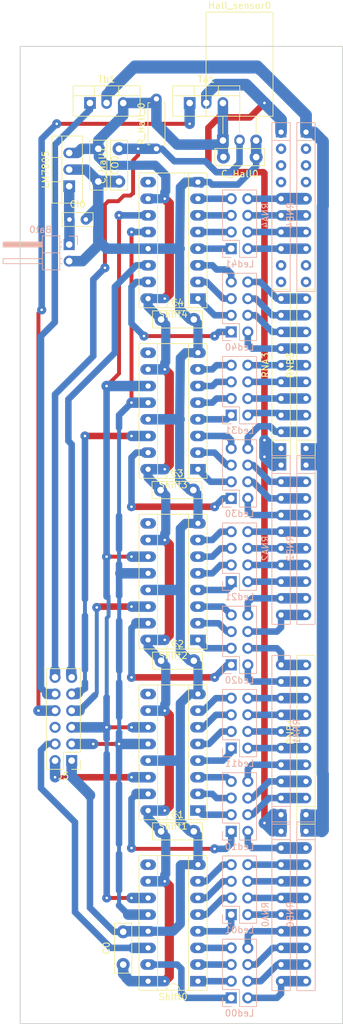
<source format=kicad_pcb>
(kicad_pcb (version 4) (host pcbnew 4.0.7-e2-6376~58~ubuntu14.04.1)

  (general
    (links 195)
    (no_connects 0)
    (area 170.869999 7.69 222.740012 164.66)
    (thickness 1.6)
    (drawings 11)
    (tracks 706)
    (zones 0)
    (modules 41)
    (nets 112)
  )

  (page A4)
  (layers
    (0 F.Cu signal)
    (1 In1.Cu signal)
    (2 In2.Cu signal)
    (31 B.Cu signal)
    (32 B.Adhes user)
    (33 F.Adhes user)
    (34 B.Paste user)
    (35 F.Paste user)
    (36 B.SilkS user)
    (37 F.SilkS user)
    (38 B.Mask user)
    (39 F.Mask user)
    (40 Dwgs.User user)
    (41 Cmts.User user)
    (42 Eco1.User user)
    (43 Eco2.User user)
    (44 Edge.Cuts user)
    (45 Margin user)
    (46 B.CrtYd user)
    (47 F.CrtYd user)
    (48 B.Fab user)
    (49 F.Fab user)
  )

  (setup
    (last_trace_width 1)
    (user_trace_width 0.6)
    (user_trace_width 1)
    (user_trace_width 1.4)
    (user_trace_width 1.6)
    (user_trace_width 1.8)
    (user_trace_width 2)
    (trace_clearance 0.8)
    (zone_clearance 0.508)
    (zone_45_only no)
    (trace_min 0.2)
    (segment_width 0.2)
    (edge_width 0.15)
    (via_size 1.4)
    (via_drill 0.4)
    (via_min_size 0.3)
    (via_min_drill 0.1)
    (uvia_size 0.5)
    (uvia_drill 0.1)
    (uvias_allowed no)
    (uvia_min_size 0.1)
    (uvia_min_drill 0.1)
    (pcb_text_width 0.3)
    (pcb_text_size 1.5 1.5)
    (mod_edge_width 0.15)
    (mod_text_size 1 1)
    (mod_text_width 0.15)
    (pad_size 1.9 1.9)
    (pad_drill 1)
    (pad_to_mask_clearance 0.2)
    (aux_axis_origin 174.752 15.494)
    (visible_elements FFFFEF7F)
    (pcbplotparams
      (layerselection 0x00000_80000000)
      (usegerberextensions false)
      (excludeedgelayer true)
      (linewidth 0.100000)
      (plotframeref false)
      (viasonmask false)
      (mode 1)
      (useauxorigin true)
      (hpglpennumber 1)
      (hpglpenspeed 20)
      (hpglpendiameter 15)
      (hpglpenoverlay 2)
      (psnegative false)
      (psa4output false)
      (plotreference true)
      (plotvalue true)
      (plotinvisibletext false)
      (padsonsilk false)
      (subtractmaskfromsilk false)
      (outputformat 1)
      (mirror false)
      (drillshape 0)
      (scaleselection 1)
      (outputdirectory ""))
  )

  (net 0 "")
  (net 1 Vbat)
  (net 2 GND)
  (net 3 VCC)
  (net 4 Serial_Data_0)
  (net 5 Serial_Data_1)
  (net 6 Serial_Data_2)
  (net 7 Serial_Data_3)
  (net 8 Serial_Data_4)
  (net 9 Command_TB)
  (net 10 Command_TA)
  (net 11 Lock)
  (net 12 Clock)
  (net 13 Alim_led_A)
  (net 14 Alime_led_B)
  (net 15 "Net-(Shift0-Pad9)")
  (net 16 "Net-(Shift1-Pad9)")
  (net 17 "Net-(Shift2-Pad9)")
  (net 18 "Net-(Shift3-Pad9)")
  (net 19 "Net-(Shift4-Pad9)")
  (net 20 "Net-(RNA4-Pad2)")
  (net 21 "Net-(RNA4-Pad3)")
  (net 22 "Net-(RNA4-Pad4)")
  (net 23 "Net-(RNB4-Pad2)")
  (net 24 "Net-(RNB4-Pad3)")
  (net 25 "Net-(RNB4-Pad4)")
  (net 26 Hall_Sensor)
  (net 27 "Net-(Led00-Pad1)")
  (net 28 "Net-(Led00-Pad2)")
  (net 29 "Net-(Led00-Pad3)")
  (net 30 "Net-(Led00-Pad4)")
  (net 31 "Net-(Led00-Pad5)")
  (net 32 "Net-(Led00-Pad6)")
  (net 33 "Net-(Led00-Pad7)")
  (net 34 "Net-(Led00-Pad8)")
  (net 35 "Net-(Led01-Pad1)")
  (net 36 "Net-(Led01-Pad2)")
  (net 37 "Net-(Led01-Pad3)")
  (net 38 "Net-(Led01-Pad4)")
  (net 39 "Net-(Led01-Pad5)")
  (net 40 "Net-(Led01-Pad6)")
  (net 41 "Net-(Led01-Pad7)")
  (net 42 "Net-(Led01-Pad8)")
  (net 43 "Net-(Led10-Pad1)")
  (net 44 "Net-(Led10-Pad2)")
  (net 45 "Net-(Led10-Pad3)")
  (net 46 "Net-(Led10-Pad4)")
  (net 47 "Net-(Led10-Pad5)")
  (net 48 "Net-(Led10-Pad6)")
  (net 49 "Net-(Led10-Pad7)")
  (net 50 "Net-(Led10-Pad8)")
  (net 51 "Net-(Led11-Pad1)")
  (net 52 "Net-(Led11-Pad2)")
  (net 53 "Net-(Led11-Pad3)")
  (net 54 "Net-(Led11-Pad4)")
  (net 55 "Net-(Led11-Pad5)")
  (net 56 "Net-(Led11-Pad6)")
  (net 57 "Net-(Led11-Pad7)")
  (net 58 "Net-(Led11-Pad8)")
  (net 59 "Net-(Led20-Pad1)")
  (net 60 "Net-(Led20-Pad2)")
  (net 61 "Net-(Led20-Pad3)")
  (net 62 "Net-(Led20-Pad4)")
  (net 63 "Net-(Led20-Pad5)")
  (net 64 "Net-(Led20-Pad6)")
  (net 65 "Net-(Led20-Pad7)")
  (net 66 "Net-(Led20-Pad8)")
  (net 67 "Net-(Led21-Pad1)")
  (net 68 "Net-(Led21-Pad2)")
  (net 69 "Net-(Led21-Pad3)")
  (net 70 "Net-(Led21-Pad4)")
  (net 71 "Net-(Led21-Pad5)")
  (net 72 "Net-(Led21-Pad6)")
  (net 73 "Net-(Led21-Pad7)")
  (net 74 "Net-(Led21-Pad8)")
  (net 75 "Net-(Led30-Pad1)")
  (net 76 "Net-(Led30-Pad2)")
  (net 77 "Net-(Led30-Pad3)")
  (net 78 "Net-(Led30-Pad4)")
  (net 79 "Net-(Led30-Pad5)")
  (net 80 "Net-(Led30-Pad6)")
  (net 81 "Net-(Led30-Pad7)")
  (net 82 "Net-(Led30-Pad8)")
  (net 83 "Net-(Led31-Pad1)")
  (net 84 "Net-(Led31-Pad2)")
  (net 85 "Net-(Led31-Pad3)")
  (net 86 "Net-(Led31-Pad4)")
  (net 87 "Net-(Led31-Pad5)")
  (net 88 "Net-(Led31-Pad6)")
  (net 89 "Net-(Led31-Pad7)")
  (net 90 "Net-(Led31-Pad8)")
  (net 91 "Net-(Led40-Pad1)")
  (net 92 "Net-(Led40-Pad2)")
  (net 93 "Net-(Led40-Pad3)")
  (net 94 "Net-(Led40-Pad4)")
  (net 95 "Net-(Led40-Pad5)")
  (net 96 "Net-(Led40-Pad6)")
  (net 97 "Net-(Led40-Pad7)")
  (net 98 "Net-(Led40-Pad8)")
  (net 99 "Net-(Led41-Pad1)")
  (net 100 "Net-(Led41-Pad2)")
  (net 101 "Net-(Led41-Pad3)")
  (net 102 "Net-(Led41-Pad4)")
  (net 103 "Net-(Led41-Pad5)")
  (net 104 "Net-(Led41-Pad6)")
  (net 105 "Net-(Led41-Pad7)")
  (net 106 "Net-(Led41-Pad8)")
  (net 107 "Net-(J5-Pad6)")
  (net 108 "Net-(RNA4-Pad9)")
  (net 109 "Net-(RNA4-Pad10)")
  (net 110 "Net-(RNB4-Pad9)")
  (net 111 "Net-(RNB4-Pad10)")

  (net_class Default "This is the default net class."
    (clearance 0.8)
    (trace_width 1)
    (via_dia 1.4)
    (via_drill 0.4)
    (uvia_dia 0.5)
    (uvia_drill 0.1)
    (add_net Alim_led_A)
    (add_net Alime_led_B)
    (add_net Clock)
    (add_net Command_TA)
    (add_net Command_TB)
    (add_net GND)
    (add_net Hall_Sensor)
    (add_net Lock)
    (add_net "Net-(J5-Pad6)")
    (add_net "Net-(Led00-Pad1)")
    (add_net "Net-(Led00-Pad2)")
    (add_net "Net-(Led00-Pad3)")
    (add_net "Net-(Led00-Pad4)")
    (add_net "Net-(Led00-Pad5)")
    (add_net "Net-(Led00-Pad6)")
    (add_net "Net-(Led00-Pad7)")
    (add_net "Net-(Led00-Pad8)")
    (add_net "Net-(Led01-Pad1)")
    (add_net "Net-(Led01-Pad2)")
    (add_net "Net-(Led01-Pad3)")
    (add_net "Net-(Led01-Pad4)")
    (add_net "Net-(Led01-Pad5)")
    (add_net "Net-(Led01-Pad6)")
    (add_net "Net-(Led01-Pad7)")
    (add_net "Net-(Led01-Pad8)")
    (add_net "Net-(Led10-Pad1)")
    (add_net "Net-(Led10-Pad2)")
    (add_net "Net-(Led10-Pad3)")
    (add_net "Net-(Led10-Pad4)")
    (add_net "Net-(Led10-Pad5)")
    (add_net "Net-(Led10-Pad6)")
    (add_net "Net-(Led10-Pad7)")
    (add_net "Net-(Led10-Pad8)")
    (add_net "Net-(Led11-Pad1)")
    (add_net "Net-(Led11-Pad2)")
    (add_net "Net-(Led11-Pad3)")
    (add_net "Net-(Led11-Pad4)")
    (add_net "Net-(Led11-Pad5)")
    (add_net "Net-(Led11-Pad6)")
    (add_net "Net-(Led11-Pad7)")
    (add_net "Net-(Led11-Pad8)")
    (add_net "Net-(Led20-Pad1)")
    (add_net "Net-(Led20-Pad2)")
    (add_net "Net-(Led20-Pad3)")
    (add_net "Net-(Led20-Pad4)")
    (add_net "Net-(Led20-Pad5)")
    (add_net "Net-(Led20-Pad6)")
    (add_net "Net-(Led20-Pad7)")
    (add_net "Net-(Led20-Pad8)")
    (add_net "Net-(Led21-Pad1)")
    (add_net "Net-(Led21-Pad2)")
    (add_net "Net-(Led21-Pad3)")
    (add_net "Net-(Led21-Pad4)")
    (add_net "Net-(Led21-Pad5)")
    (add_net "Net-(Led21-Pad6)")
    (add_net "Net-(Led21-Pad7)")
    (add_net "Net-(Led21-Pad8)")
    (add_net "Net-(Led30-Pad1)")
    (add_net "Net-(Led30-Pad2)")
    (add_net "Net-(Led30-Pad3)")
    (add_net "Net-(Led30-Pad4)")
    (add_net "Net-(Led30-Pad5)")
    (add_net "Net-(Led30-Pad6)")
    (add_net "Net-(Led30-Pad7)")
    (add_net "Net-(Led30-Pad8)")
    (add_net "Net-(Led31-Pad1)")
    (add_net "Net-(Led31-Pad2)")
    (add_net "Net-(Led31-Pad3)")
    (add_net "Net-(Led31-Pad4)")
    (add_net "Net-(Led31-Pad5)")
    (add_net "Net-(Led31-Pad6)")
    (add_net "Net-(Led31-Pad7)")
    (add_net "Net-(Led31-Pad8)")
    (add_net "Net-(Led40-Pad1)")
    (add_net "Net-(Led40-Pad2)")
    (add_net "Net-(Led40-Pad3)")
    (add_net "Net-(Led40-Pad4)")
    (add_net "Net-(Led40-Pad5)")
    (add_net "Net-(Led40-Pad6)")
    (add_net "Net-(Led40-Pad7)")
    (add_net "Net-(Led40-Pad8)")
    (add_net "Net-(Led41-Pad1)")
    (add_net "Net-(Led41-Pad2)")
    (add_net "Net-(Led41-Pad3)")
    (add_net "Net-(Led41-Pad4)")
    (add_net "Net-(Led41-Pad5)")
    (add_net "Net-(Led41-Pad6)")
    (add_net "Net-(Led41-Pad7)")
    (add_net "Net-(Led41-Pad8)")
    (add_net "Net-(RNA4-Pad10)")
    (add_net "Net-(RNA4-Pad2)")
    (add_net "Net-(RNA4-Pad3)")
    (add_net "Net-(RNA4-Pad4)")
    (add_net "Net-(RNA4-Pad9)")
    (add_net "Net-(RNB4-Pad10)")
    (add_net "Net-(RNB4-Pad2)")
    (add_net "Net-(RNB4-Pad3)")
    (add_net "Net-(RNB4-Pad4)")
    (add_net "Net-(RNB4-Pad9)")
    (add_net "Net-(Shift0-Pad9)")
    (add_net "Net-(Shift1-Pad9)")
    (add_net "Net-(Shift2-Pad9)")
    (add_net "Net-(Shift3-Pad9)")
    (add_net "Net-(Shift4-Pad9)")
    (add_net Serial_Data_0)
    (add_net Serial_Data_1)
    (add_net Serial_Data_2)
    (add_net Serial_Data_3)
    (add_net Serial_Data_4)
    (add_net VCC)
    (add_net Vbat)
  )

  (net_class big ""
    (clearance 0.8)
    (trace_width 2)
    (via_dia 2.8)
    (via_drill 0.4)
    (uvia_dia 0.5)
    (uvia_drill 0.1)
  )

  (net_class small ""
    (clearance 0.8)
    (trace_width 0.6)
    (via_dia 0.84)
    (via_drill 0.4)
    (uvia_dia 0.5)
    (uvia_drill 0.1)
  )

  (net_class wire ""
    (clearance 0)
    (trace_width 0.2)
    (via_dia 1.4)
    (via_drill 0.4)
    (uvia_dia 0.5)
    (uvia_drill 0.1)
  )

  (module Resistors_THT:R_Array_SIP10 (layer B.Cu) (tedit 57FA3974) (tstamp 5AA3C422)
    (at 214.63 79.375 270)
    (descr "10-pin Resistor SIP pack")
    (tags R)
    (path /5AA3C9D5)
    (fp_text reference RNA2 (at 12.7 2.4 270) (layer B.SilkS)
      (effects (font (size 1 1) (thickness 0.15)) (justify mirror))
    )
    (fp_text value R_Network09 (at 12.7 -2.4 270) (layer B.Fab)
      (effects (font (size 1 1) (thickness 0.15)) (justify mirror))
    )
    (fp_line (start -1.29 1.25) (end -1.29 -1.25) (layer B.Fab) (width 0.1))
    (fp_line (start -1.29 -1.25) (end 24.15 -1.25) (layer B.Fab) (width 0.1))
    (fp_line (start 24.15 -1.25) (end 24.15 1.25) (layer B.Fab) (width 0.1))
    (fp_line (start 24.15 1.25) (end -1.29 1.25) (layer B.Fab) (width 0.1))
    (fp_line (start 1.27 1.25) (end 1.27 -1.25) (layer B.Fab) (width 0.1))
    (fp_line (start -1.44 1.4) (end -1.44 -1.4) (layer B.SilkS) (width 0.12))
    (fp_line (start -1.44 -1.4) (end 24.3 -1.4) (layer B.SilkS) (width 0.12))
    (fp_line (start 24.3 -1.4) (end 24.3 1.4) (layer B.SilkS) (width 0.12))
    (fp_line (start 24.3 1.4) (end -1.44 1.4) (layer B.SilkS) (width 0.12))
    (fp_line (start 1.27 1.4) (end 1.27 -1.4) (layer B.SilkS) (width 0.12))
    (fp_line (start -1.7 1.65) (end -1.7 -1.65) (layer B.CrtYd) (width 0.05))
    (fp_line (start -1.7 -1.65) (end 24.55 -1.65) (layer B.CrtYd) (width 0.05))
    (fp_line (start 24.55 -1.65) (end 24.55 1.65) (layer B.CrtYd) (width 0.05))
    (fp_line (start 24.55 1.65) (end -1.7 1.65) (layer B.CrtYd) (width 0.05))
    (pad 1 thru_hole rect (at 0 0 270) (size 1.6 1.6) (drill 0.8) (layers *.Cu *.Mask)
      (net 13 Alim_led_A))
    (pad 2 thru_hole oval (at 2.54 0 270) (size 1.6 1.6) (drill 0.8) (layers *.Cu *.Mask)
      (net 80 "Net-(Led30-Pad6)"))
    (pad 3 thru_hole oval (at 5.08 0 270) (size 1.6 1.6) (drill 0.8) (layers *.Cu *.Mask)
      (net 78 "Net-(Led30-Pad4)"))
    (pad 4 thru_hole oval (at 7.62 0 270) (size 1.6 1.6) (drill 0.8) (layers *.Cu *.Mask)
      (net 76 "Net-(Led30-Pad2)"))
    (pad 5 thru_hole oval (at 10.16 0 270) (size 1.6 1.6) (drill 0.8) (layers *.Cu *.Mask)
      (net 74 "Net-(Led21-Pad8)"))
    (pad 6 thru_hole oval (at 12.7 0 270) (size 1.6 1.6) (drill 0.8) (layers *.Cu *.Mask)
      (net 72 "Net-(Led21-Pad6)"))
    (pad 7 thru_hole oval (at 15.24 0 270) (size 1.6 1.6) (drill 0.8) (layers *.Cu *.Mask)
      (net 70 "Net-(Led21-Pad4)"))
    (pad 8 thru_hole oval (at 17.78 0 270) (size 1.6 1.6) (drill 0.8) (layers *.Cu *.Mask)
      (net 68 "Net-(Led21-Pad2)"))
    (pad 9 thru_hole oval (at 20.32 0 270) (size 1.6 1.6) (drill 0.8) (layers *.Cu *.Mask)
      (net 66 "Net-(Led20-Pad8)"))
    (pad 10 thru_hole oval (at 22.86 0 270) (size 1.6 1.6) (drill 0.8) (layers *.Cu *.Mask)
      (net 64 "Net-(Led20-Pad6)"))
    (model ${KISYS3DMOD}/Resistors_THT.3dshapes/R_Array_SIP10.wrl
      (at (xyz 0 0 0))
      (scale (xyz 0.39 0.39 0.39))
      (rotate (xyz 0 0 0))
    )
  )

  (module Housings_DIP:DIP-16_W7.62mm_Socket_LongPads (layer F.Cu) (tedit 58CC8E2D) (tstamp 5AA3C498)
    (at 201.93 158.115 180)
    (descr "16-lead dip package, row spacing 7.62 mm (300 mils), Socket, LongPads")
    (tags "DIL DIP PDIP 2.54mm 7.62mm 300mil Socket LongPads")
    (path /5A9F9E11)
    (fp_text reference Shift0 (at 3.81 -2.39 180) (layer F.SilkS)
      (effects (font (size 1 1) (thickness 0.15)))
    )
    (fp_text value 74LS595 (at 3.81 20.17 180) (layer F.Fab)
      (effects (font (size 1 1) (thickness 0.15)))
    )
    (fp_text user %R (at 3.81 8.89 180) (layer F.Fab)
      (effects (font (size 1 1) (thickness 0.15)))
    )
    (fp_line (start 1.635 -1.27) (end 6.985 -1.27) (layer F.Fab) (width 0.1))
    (fp_line (start 6.985 -1.27) (end 6.985 19.05) (layer F.Fab) (width 0.1))
    (fp_line (start 6.985 19.05) (end 0.635 19.05) (layer F.Fab) (width 0.1))
    (fp_line (start 0.635 19.05) (end 0.635 -0.27) (layer F.Fab) (width 0.1))
    (fp_line (start 0.635 -0.27) (end 1.635 -1.27) (layer F.Fab) (width 0.1))
    (fp_line (start -1.27 -1.27) (end -1.27 19.05) (layer F.Fab) (width 0.1))
    (fp_line (start -1.27 19.05) (end 8.89 19.05) (layer F.Fab) (width 0.1))
    (fp_line (start 8.89 19.05) (end 8.89 -1.27) (layer F.Fab) (width 0.1))
    (fp_line (start 8.89 -1.27) (end -1.27 -1.27) (layer F.Fab) (width 0.1))
    (fp_line (start 2.81 -1.39) (end 1.44 -1.39) (layer F.SilkS) (width 0.12))
    (fp_line (start 1.44 -1.39) (end 1.44 19.17) (layer F.SilkS) (width 0.12))
    (fp_line (start 1.44 19.17) (end 6.18 19.17) (layer F.SilkS) (width 0.12))
    (fp_line (start 6.18 19.17) (end 6.18 -1.39) (layer F.SilkS) (width 0.12))
    (fp_line (start 6.18 -1.39) (end 4.81 -1.39) (layer F.SilkS) (width 0.12))
    (fp_line (start -1.39 -1.39) (end -1.39 19.17) (layer F.SilkS) (width 0.12))
    (fp_line (start -1.39 19.17) (end 9.01 19.17) (layer F.SilkS) (width 0.12))
    (fp_line (start 9.01 19.17) (end 9.01 -1.39) (layer F.SilkS) (width 0.12))
    (fp_line (start 9.01 -1.39) (end -1.39 -1.39) (layer F.SilkS) (width 0.12))
    (fp_line (start -1.7 -1.7) (end -1.7 19.5) (layer F.CrtYd) (width 0.05))
    (fp_line (start -1.7 19.5) (end 9.3 19.5) (layer F.CrtYd) (width 0.05))
    (fp_line (start 9.3 19.5) (end 9.3 -1.7) (layer F.CrtYd) (width 0.05))
    (fp_line (start 9.3 -1.7) (end -1.7 -1.7) (layer F.CrtYd) (width 0.05))
    (fp_arc (start 3.81 -1.39) (end 2.81 -1.39) (angle -180) (layer F.SilkS) (width 0.12))
    (pad 1 thru_hole rect (at 0 0 180) (size 2.4 1.6) (drill 0.8) (layers *.Cu *.Mask)
      (net 29 "Net-(Led00-Pad3)"))
    (pad 9 thru_hole oval (at 7.62 17.78 180) (size 2.4 1.6) (drill 0.8) (layers *.Cu *.Mask)
      (net 15 "Net-(Shift0-Pad9)"))
    (pad 2 thru_hole oval (at 0 2.54 180) (size 2.4 1.6) (drill 0.8) (layers *.Cu *.Mask)
      (net 31 "Net-(Led00-Pad5)"))
    (pad 10 thru_hole oval (at 7.62 15.24 180) (size 2.4 1.6) (drill 0.8) (layers *.Cu *.Mask)
      (net 3 VCC))
    (pad 3 thru_hole oval (at 0 5.08 180) (size 2.4 1.6) (drill 0.8) (layers *.Cu *.Mask)
      (net 33 "Net-(Led00-Pad7)"))
    (pad 11 thru_hole oval (at 7.62 12.7 180) (size 2.4 1.6) (drill 0.8) (layers *.Cu *.Mask)
      (net 12 Clock))
    (pad 4 thru_hole oval (at 0 7.62 180) (size 2.4 1.6) (drill 0.8) (layers *.Cu *.Mask)
      (net 35 "Net-(Led01-Pad1)"))
    (pad 12 thru_hole oval (at 7.62 10.16 180) (size 2.4 1.6) (drill 0.8) (layers *.Cu *.Mask)
      (net 11 Lock))
    (pad 5 thru_hole oval (at 0 10.16 180) (size 2.4 1.6) (drill 0.8) (layers *.Cu *.Mask)
      (net 37 "Net-(Led01-Pad3)"))
    (pad 13 thru_hole oval (at 7.62 7.62 180) (size 2.4 1.6) (drill 0.8) (layers *.Cu *.Mask)
      (net 2 GND))
    (pad 6 thru_hole oval (at 0 12.7 180) (size 2.4 1.6) (drill 0.8) (layers *.Cu *.Mask)
      (net 39 "Net-(Led01-Pad5)"))
    (pad 14 thru_hole oval (at 7.62 5.08 180) (size 2.4 1.6) (drill 0.8) (layers *.Cu *.Mask)
      (net 4 Serial_Data_0))
    (pad 7 thru_hole oval (at 0 15.24 180) (size 2.4 1.6) (drill 0.8) (layers *.Cu *.Mask)
      (net 41 "Net-(Led01-Pad7)"))
    (pad 15 thru_hole oval (at 7.62 2.54 180) (size 2.4 1.6) (drill 0.8) (layers *.Cu *.Mask)
      (net 27 "Net-(Led00-Pad1)"))
    (pad 8 thru_hole oval (at 0 17.78 180) (size 2.4 1.6) (drill 0.8) (layers *.Cu *.Mask)
      (net 2 GND))
    (pad 16 thru_hole oval (at 7.62 0 180) (size 2.4 1.6) (drill 0.8) (layers *.Cu *.Mask)
      (net 3 VCC))
    (model ${KISYS3DMOD}/Housings_DIP.3dshapes/DIP-16_W7.62mm_Socket_LongPads.wrl
      (at (xyz 0 0 0))
      (scale (xyz 1 1 1))
      (rotate (xyz 0 0 0))
    )
  )

  (module Housings_DIP:DIP-16_W7.62mm_Socket_LongPads (layer F.Cu) (tedit 58CC8E2D) (tstamp 5AA3C4E8)
    (at 201.93 53.975 180)
    (descr "16-lead dip package, row spacing 7.62 mm (300 mils), Socket, LongPads")
    (tags "DIL DIP PDIP 2.54mm 7.62mm 300mil Socket LongPads")
    (path /5AA05925)
    (fp_text reference Shift4 (at 3.81 -2.39 180) (layer F.SilkS)
      (effects (font (size 1 1) (thickness 0.15)))
    )
    (fp_text value 74LS595 (at 3.81 20.17 180) (layer F.Fab)
      (effects (font (size 1 1) (thickness 0.15)))
    )
    (fp_text user %R (at 3.81 8.89 180) (layer F.Fab)
      (effects (font (size 1 1) (thickness 0.15)))
    )
    (fp_line (start 1.635 -1.27) (end 6.985 -1.27) (layer F.Fab) (width 0.1))
    (fp_line (start 6.985 -1.27) (end 6.985 19.05) (layer F.Fab) (width 0.1))
    (fp_line (start 6.985 19.05) (end 0.635 19.05) (layer F.Fab) (width 0.1))
    (fp_line (start 0.635 19.05) (end 0.635 -0.27) (layer F.Fab) (width 0.1))
    (fp_line (start 0.635 -0.27) (end 1.635 -1.27) (layer F.Fab) (width 0.1))
    (fp_line (start -1.27 -1.27) (end -1.27 19.05) (layer F.Fab) (width 0.1))
    (fp_line (start -1.27 19.05) (end 8.89 19.05) (layer F.Fab) (width 0.1))
    (fp_line (start 8.89 19.05) (end 8.89 -1.27) (layer F.Fab) (width 0.1))
    (fp_line (start 8.89 -1.27) (end -1.27 -1.27) (layer F.Fab) (width 0.1))
    (fp_line (start 2.81 -1.39) (end 1.44 -1.39) (layer F.SilkS) (width 0.12))
    (fp_line (start 1.44 -1.39) (end 1.44 19.17) (layer F.SilkS) (width 0.12))
    (fp_line (start 1.44 19.17) (end 6.18 19.17) (layer F.SilkS) (width 0.12))
    (fp_line (start 6.18 19.17) (end 6.18 -1.39) (layer F.SilkS) (width 0.12))
    (fp_line (start 6.18 -1.39) (end 4.81 -1.39) (layer F.SilkS) (width 0.12))
    (fp_line (start -1.39 -1.39) (end -1.39 19.17) (layer F.SilkS) (width 0.12))
    (fp_line (start -1.39 19.17) (end 9.01 19.17) (layer F.SilkS) (width 0.12))
    (fp_line (start 9.01 19.17) (end 9.01 -1.39) (layer F.SilkS) (width 0.12))
    (fp_line (start 9.01 -1.39) (end -1.39 -1.39) (layer F.SilkS) (width 0.12))
    (fp_line (start -1.7 -1.7) (end -1.7 19.5) (layer F.CrtYd) (width 0.05))
    (fp_line (start -1.7 19.5) (end 9.3 19.5) (layer F.CrtYd) (width 0.05))
    (fp_line (start 9.3 19.5) (end 9.3 -1.7) (layer F.CrtYd) (width 0.05))
    (fp_line (start 9.3 -1.7) (end -1.7 -1.7) (layer F.CrtYd) (width 0.05))
    (fp_arc (start 3.81 -1.39) (end 2.81 -1.39) (angle -180) (layer F.SilkS) (width 0.12))
    (pad 1 thru_hole rect (at 0 0 180) (size 2.4 1.6) (drill 0.8) (layers *.Cu *.Mask)
      (net 93 "Net-(Led40-Pad3)"))
    (pad 9 thru_hole oval (at 7.62 17.78 180) (size 2.4 1.6) (drill 0.8) (layers *.Cu *.Mask)
      (net 19 "Net-(Shift4-Pad9)"))
    (pad 2 thru_hole oval (at 0 2.54 180) (size 2.4 1.6) (drill 0.8) (layers *.Cu *.Mask)
      (net 95 "Net-(Led40-Pad5)"))
    (pad 10 thru_hole oval (at 7.62 15.24 180) (size 2.4 1.6) (drill 0.8) (layers *.Cu *.Mask)
      (net 3 VCC))
    (pad 3 thru_hole oval (at 0 5.08 180) (size 2.4 1.6) (drill 0.8) (layers *.Cu *.Mask)
      (net 97 "Net-(Led40-Pad7)"))
    (pad 11 thru_hole oval (at 7.62 12.7 180) (size 2.4 1.6) (drill 0.8) (layers *.Cu *.Mask)
      (net 12 Clock))
    (pad 4 thru_hole oval (at 0 7.62 180) (size 2.4 1.6) (drill 0.8) (layers *.Cu *.Mask)
      (net 99 "Net-(Led41-Pad1)"))
    (pad 12 thru_hole oval (at 7.62 10.16 180) (size 2.4 1.6) (drill 0.8) (layers *.Cu *.Mask)
      (net 11 Lock))
    (pad 5 thru_hole oval (at 0 10.16 180) (size 2.4 1.6) (drill 0.8) (layers *.Cu *.Mask)
      (net 101 "Net-(Led41-Pad3)"))
    (pad 13 thru_hole oval (at 7.62 7.62 180) (size 2.4 1.6) (drill 0.8) (layers *.Cu *.Mask)
      (net 2 GND))
    (pad 6 thru_hole oval (at 0 12.7 180) (size 2.4 1.6) (drill 0.8) (layers *.Cu *.Mask)
      (net 103 "Net-(Led41-Pad5)"))
    (pad 14 thru_hole oval (at 7.62 5.08 180) (size 2.4 1.6) (drill 0.8) (layers *.Cu *.Mask)
      (net 8 Serial_Data_4))
    (pad 7 thru_hole oval (at 0 15.24 180) (size 2.4 1.6) (drill 0.8) (layers *.Cu *.Mask)
      (net 105 "Net-(Led41-Pad7)"))
    (pad 15 thru_hole oval (at 7.62 2.54 180) (size 2.4 1.6) (drill 0.8) (layers *.Cu *.Mask)
      (net 91 "Net-(Led40-Pad1)"))
    (pad 8 thru_hole oval (at 0 17.78 180) (size 2.4 1.6) (drill 0.8) (layers *.Cu *.Mask)
      (net 2 GND))
    (pad 16 thru_hole oval (at 7.62 0 180) (size 2.4 1.6) (drill 0.8) (layers *.Cu *.Mask)
      (net 3 VCC))
    (model ${KISYS3DMOD}/Housings_DIP.3dshapes/DIP-16_W7.62mm_Socket_LongPads.wrl
      (at (xyz 0 0 0))
      (scale (xyz 1 1 1))
      (rotate (xyz 0 0 0))
    )
  )

  (module Housings_DIP:DIP-16_W7.62mm_Socket_LongPads (layer F.Cu) (tedit 58CC8E2D) (tstamp 5AA3C4AC)
    (at 201.93 132.08 180)
    (descr "16-lead dip package, row spacing 7.62 mm (300 mils), Socket, LongPads")
    (tags "DIL DIP PDIP 2.54mm 7.62mm 300mil Socket LongPads")
    (path /5AA03953)
    (fp_text reference Shift1 (at 3.81 -2.39 180) (layer F.SilkS)
      (effects (font (size 1 1) (thickness 0.15)))
    )
    (fp_text value 74LS595 (at 3.81 20.17 180) (layer F.Fab)
      (effects (font (size 1 1) (thickness 0.15)))
    )
    (fp_text user %R (at 3.81 8.89 180) (layer F.Fab)
      (effects (font (size 1 1) (thickness 0.15)))
    )
    (fp_line (start 1.635 -1.27) (end 6.985 -1.27) (layer F.Fab) (width 0.1))
    (fp_line (start 6.985 -1.27) (end 6.985 19.05) (layer F.Fab) (width 0.1))
    (fp_line (start 6.985 19.05) (end 0.635 19.05) (layer F.Fab) (width 0.1))
    (fp_line (start 0.635 19.05) (end 0.635 -0.27) (layer F.Fab) (width 0.1))
    (fp_line (start 0.635 -0.27) (end 1.635 -1.27) (layer F.Fab) (width 0.1))
    (fp_line (start -1.27 -1.27) (end -1.27 19.05) (layer F.Fab) (width 0.1))
    (fp_line (start -1.27 19.05) (end 8.89 19.05) (layer F.Fab) (width 0.1))
    (fp_line (start 8.89 19.05) (end 8.89 -1.27) (layer F.Fab) (width 0.1))
    (fp_line (start 8.89 -1.27) (end -1.27 -1.27) (layer F.Fab) (width 0.1))
    (fp_line (start 2.81 -1.39) (end 1.44 -1.39) (layer F.SilkS) (width 0.12))
    (fp_line (start 1.44 -1.39) (end 1.44 19.17) (layer F.SilkS) (width 0.12))
    (fp_line (start 1.44 19.17) (end 6.18 19.17) (layer F.SilkS) (width 0.12))
    (fp_line (start 6.18 19.17) (end 6.18 -1.39) (layer F.SilkS) (width 0.12))
    (fp_line (start 6.18 -1.39) (end 4.81 -1.39) (layer F.SilkS) (width 0.12))
    (fp_line (start -1.39 -1.39) (end -1.39 19.17) (layer F.SilkS) (width 0.12))
    (fp_line (start -1.39 19.17) (end 9.01 19.17) (layer F.SilkS) (width 0.12))
    (fp_line (start 9.01 19.17) (end 9.01 -1.39) (layer F.SilkS) (width 0.12))
    (fp_line (start 9.01 -1.39) (end -1.39 -1.39) (layer F.SilkS) (width 0.12))
    (fp_line (start -1.7 -1.7) (end -1.7 19.5) (layer F.CrtYd) (width 0.05))
    (fp_line (start -1.7 19.5) (end 9.3 19.5) (layer F.CrtYd) (width 0.05))
    (fp_line (start 9.3 19.5) (end 9.3 -1.7) (layer F.CrtYd) (width 0.05))
    (fp_line (start 9.3 -1.7) (end -1.7 -1.7) (layer F.CrtYd) (width 0.05))
    (fp_arc (start 3.81 -1.39) (end 2.81 -1.39) (angle -180) (layer F.SilkS) (width 0.12))
    (pad 1 thru_hole rect (at 0 0 180) (size 2.4 1.6) (drill 0.8) (layers *.Cu *.Mask)
      (net 45 "Net-(Led10-Pad3)"))
    (pad 9 thru_hole oval (at 7.62 17.78 180) (size 2.4 1.6) (drill 0.8) (layers *.Cu *.Mask)
      (net 16 "Net-(Shift1-Pad9)"))
    (pad 2 thru_hole oval (at 0 2.54 180) (size 2.4 1.6) (drill 0.8) (layers *.Cu *.Mask)
      (net 47 "Net-(Led10-Pad5)"))
    (pad 10 thru_hole oval (at 7.62 15.24 180) (size 2.4 1.6) (drill 0.8) (layers *.Cu *.Mask)
      (net 3 VCC))
    (pad 3 thru_hole oval (at 0 5.08 180) (size 2.4 1.6) (drill 0.8) (layers *.Cu *.Mask)
      (net 49 "Net-(Led10-Pad7)"))
    (pad 11 thru_hole oval (at 7.62 12.7 180) (size 2.4 1.6) (drill 0.8) (layers *.Cu *.Mask)
      (net 12 Clock))
    (pad 4 thru_hole oval (at 0 7.62 180) (size 2.4 1.6) (drill 0.8) (layers *.Cu *.Mask)
      (net 51 "Net-(Led11-Pad1)"))
    (pad 12 thru_hole oval (at 7.62 10.16 180) (size 2.4 1.6) (drill 0.8) (layers *.Cu *.Mask)
      (net 11 Lock))
    (pad 5 thru_hole oval (at 0 10.16 180) (size 2.4 1.6) (drill 0.8) (layers *.Cu *.Mask)
      (net 53 "Net-(Led11-Pad3)"))
    (pad 13 thru_hole oval (at 7.62 7.62 180) (size 2.4 1.6) (drill 0.8) (layers *.Cu *.Mask)
      (net 2 GND))
    (pad 6 thru_hole oval (at 0 12.7 180) (size 2.4 1.6) (drill 0.8) (layers *.Cu *.Mask)
      (net 55 "Net-(Led11-Pad5)"))
    (pad 14 thru_hole oval (at 7.62 5.08 180) (size 2.4 1.6) (drill 0.8) (layers *.Cu *.Mask)
      (net 5 Serial_Data_1))
    (pad 7 thru_hole oval (at 0 15.24 180) (size 2.4 1.6) (drill 0.8) (layers *.Cu *.Mask)
      (net 57 "Net-(Led11-Pad7)"))
    (pad 15 thru_hole oval (at 7.62 2.54 180) (size 2.4 1.6) (drill 0.8) (layers *.Cu *.Mask)
      (net 43 "Net-(Led10-Pad1)"))
    (pad 8 thru_hole oval (at 0 17.78 180) (size 2.4 1.6) (drill 0.8) (layers *.Cu *.Mask)
      (net 2 GND))
    (pad 16 thru_hole oval (at 7.62 0 180) (size 2.4 1.6) (drill 0.8) (layers *.Cu *.Mask)
      (net 3 VCC))
    (model ${KISYS3DMOD}/Housings_DIP.3dshapes/DIP-16_W7.62mm_Socket_LongPads.wrl
      (at (xyz 0 0 0))
      (scale (xyz 1 1 1))
      (rotate (xyz 0 0 0))
    )
  )

  (module Capacitors_THT:C_Disc_D7.5mm_W2.5mm_P5.00mm (layer F.Cu) (tedit 597BC7C2) (tstamp 5AA3C36B)
    (at 196.215 83.185)
    (descr "C, Disc series, Radial, pin pitch=5.00mm, , diameter*width=7.5*2.5mm^2, Capacitor, http://www.vishay.com/docs/28535/vy2series.pdf")
    (tags "C Disc series Radial pin pitch 5.00mm  diameter 7.5mm width 2.5mm Capacitor")
    (path /5AA0B81B)
    (fp_text reference C3 (at 2.5 -2.56) (layer F.SilkS)
      (effects (font (size 1 1) (thickness 0.15)))
    )
    (fp_text value C (at 2.5 2.56) (layer F.Fab)
      (effects (font (size 1 1) (thickness 0.15)))
    )
    (fp_line (start -1.25 -1.25) (end -1.25 1.25) (layer F.Fab) (width 0.1))
    (fp_line (start -1.25 1.25) (end 6.25 1.25) (layer F.Fab) (width 0.1))
    (fp_line (start 6.25 1.25) (end 6.25 -1.25) (layer F.Fab) (width 0.1))
    (fp_line (start 6.25 -1.25) (end -1.25 -1.25) (layer F.Fab) (width 0.1))
    (fp_line (start -1.31 -1.31) (end 6.31 -1.31) (layer F.SilkS) (width 0.12))
    (fp_line (start -1.31 1.31) (end 6.31 1.31) (layer F.SilkS) (width 0.12))
    (fp_line (start -1.31 -1.31) (end -1.31 1.31) (layer F.SilkS) (width 0.12))
    (fp_line (start 6.31 -1.31) (end 6.31 1.31) (layer F.SilkS) (width 0.12))
    (fp_line (start -1.6 -1.6) (end -1.6 1.6) (layer F.CrtYd) (width 0.05))
    (fp_line (start -1.6 1.6) (end 6.6 1.6) (layer F.CrtYd) (width 0.05))
    (fp_line (start 6.6 1.6) (end 6.6 -1.6) (layer F.CrtYd) (width 0.05))
    (fp_line (start 6.6 -1.6) (end -1.6 -1.6) (layer F.CrtYd) (width 0.05))
    (fp_text user %R (at 2.5 0) (layer F.Fab)
      (effects (font (size 1 1) (thickness 0.15)))
    )
    (pad 1 thru_hole circle (at 0 0) (size 2 2) (drill 1) (layers *.Cu *.Mask)
      (net 3 VCC))
    (pad 2 thru_hole circle (at 5 0) (size 2 2) (drill 1) (layers *.Cu *.Mask)
      (net 2 GND))
    (model ${KISYS3DMOD}/Capacitors_THT.3dshapes/C_Disc_D7.5mm_W2.5mm_P5.00mm.wrl
      (at (xyz 0 0 0))
      (scale (xyz 1 1 1))
      (rotate (xyz 0 0 0))
    )
  )

  (module Capacitors_THT:C_Disc_D7.5mm_W2.5mm_P5.00mm (layer F.Cu) (tedit 597BC7C2) (tstamp 5AA3C371)
    (at 196.295 57.15)
    (descr "C, Disc series, Radial, pin pitch=5.00mm, , diameter*width=7.5*2.5mm^2, Capacitor, http://www.vishay.com/docs/28535/vy2series.pdf")
    (tags "C Disc series Radial pin pitch 5.00mm  diameter 7.5mm width 2.5mm Capacitor")
    (path /5AA0B87C)
    (fp_text reference C4 (at 2.5 -2.56) (layer F.SilkS)
      (effects (font (size 1 1) (thickness 0.15)))
    )
    (fp_text value C (at 2.5 2.56) (layer F.Fab)
      (effects (font (size 1 1) (thickness 0.15)))
    )
    (fp_line (start -1.25 -1.25) (end -1.25 1.25) (layer F.Fab) (width 0.1))
    (fp_line (start -1.25 1.25) (end 6.25 1.25) (layer F.Fab) (width 0.1))
    (fp_line (start 6.25 1.25) (end 6.25 -1.25) (layer F.Fab) (width 0.1))
    (fp_line (start 6.25 -1.25) (end -1.25 -1.25) (layer F.Fab) (width 0.1))
    (fp_line (start -1.31 -1.31) (end 6.31 -1.31) (layer F.SilkS) (width 0.12))
    (fp_line (start -1.31 1.31) (end 6.31 1.31) (layer F.SilkS) (width 0.12))
    (fp_line (start -1.31 -1.31) (end -1.31 1.31) (layer F.SilkS) (width 0.12))
    (fp_line (start 6.31 -1.31) (end 6.31 1.31) (layer F.SilkS) (width 0.12))
    (fp_line (start -1.6 -1.6) (end -1.6 1.6) (layer F.CrtYd) (width 0.05))
    (fp_line (start -1.6 1.6) (end 6.6 1.6) (layer F.CrtYd) (width 0.05))
    (fp_line (start 6.6 1.6) (end 6.6 -1.6) (layer F.CrtYd) (width 0.05))
    (fp_line (start 6.6 -1.6) (end -1.6 -1.6) (layer F.CrtYd) (width 0.05))
    (fp_text user %R (at 2.5 0 180) (layer F.Fab)
      (effects (font (size 1 1) (thickness 0.15)))
    )
    (pad 1 thru_hole circle (at 0 0) (size 2 2) (drill 1) (layers *.Cu *.Mask)
      (net 3 VCC))
    (pad 2 thru_hole circle (at 5 0) (size 2 2) (drill 1) (layers *.Cu *.Mask)
      (net 2 GND))
    (model ${KISYS3DMOD}/Capacitors_THT.3dshapes/C_Disc_D7.5mm_W2.5mm_P5.00mm.wrl
      (at (xyz 0 0 0))
      (scale (xyz 1 1 1))
      (rotate (xyz 0 0 0))
    )
  )

  (module Resistors_THT:R_Array_SIP10 (layer F.Cu) (tedit 57FA3974) (tstamp 5AA3C45A)
    (at 218.44 132.715 90)
    (descr "10-pin Resistor SIP pack")
    (tags R)
    (path /5AA3C849)
    (fp_text reference RNB1 (at 12.7 -2.4 90) (layer F.SilkS)
      (effects (font (size 1 1) (thickness 0.15)))
    )
    (fp_text value R_Network09 (at 12.7 2.4 90) (layer F.Fab)
      (effects (font (size 1 1) (thickness 0.15)))
    )
    (fp_line (start -1.29 -1.25) (end -1.29 1.25) (layer F.Fab) (width 0.1))
    (fp_line (start -1.29 1.25) (end 24.15 1.25) (layer F.Fab) (width 0.1))
    (fp_line (start 24.15 1.25) (end 24.15 -1.25) (layer F.Fab) (width 0.1))
    (fp_line (start 24.15 -1.25) (end -1.29 -1.25) (layer F.Fab) (width 0.1))
    (fp_line (start 1.27 -1.25) (end 1.27 1.25) (layer F.Fab) (width 0.1))
    (fp_line (start -1.44 -1.4) (end -1.44 1.4) (layer F.SilkS) (width 0.12))
    (fp_line (start -1.44 1.4) (end 24.3 1.4) (layer F.SilkS) (width 0.12))
    (fp_line (start 24.3 1.4) (end 24.3 -1.4) (layer F.SilkS) (width 0.12))
    (fp_line (start 24.3 -1.4) (end -1.44 -1.4) (layer F.SilkS) (width 0.12))
    (fp_line (start 1.27 -1.4) (end 1.27 1.4) (layer F.SilkS) (width 0.12))
    (fp_line (start -1.7 -1.65) (end -1.7 1.65) (layer F.CrtYd) (width 0.05))
    (fp_line (start -1.7 1.65) (end 24.55 1.65) (layer F.CrtYd) (width 0.05))
    (fp_line (start 24.55 1.65) (end 24.55 -1.65) (layer F.CrtYd) (width 0.05))
    (fp_line (start 24.55 -1.65) (end -1.7 -1.65) (layer F.CrtYd) (width 0.05))
    (pad 1 thru_hole rect (at 0 0 90) (size 1.6 1.6) (drill 0.8) (layers *.Cu *.Mask)
      (net 14 Alime_led_B))
    (pad 2 thru_hole oval (at 2.54 0 90) (size 1.6 1.6) (drill 0.8) (layers *.Cu *.Mask)
      (net 46 "Net-(Led10-Pad4)"))
    (pad 3 thru_hole oval (at 5.08 0 90) (size 1.6 1.6) (drill 0.8) (layers *.Cu *.Mask)
      (net 48 "Net-(Led10-Pad6)"))
    (pad 4 thru_hole oval (at 7.62 0 90) (size 1.6 1.6) (drill 0.8) (layers *.Cu *.Mask)
      (net 50 "Net-(Led10-Pad8)"))
    (pad 5 thru_hole oval (at 10.16 0 90) (size 1.6 1.6) (drill 0.8) (layers *.Cu *.Mask)
      (net 52 "Net-(Led11-Pad2)"))
    (pad 6 thru_hole oval (at 12.7 0 90) (size 1.6 1.6) (drill 0.8) (layers *.Cu *.Mask)
      (net 54 "Net-(Led11-Pad4)"))
    (pad 7 thru_hole oval (at 15.24 0 90) (size 1.6 1.6) (drill 0.8) (layers *.Cu *.Mask)
      (net 56 "Net-(Led11-Pad6)"))
    (pad 8 thru_hole oval (at 17.78 0 90) (size 1.6 1.6) (drill 0.8) (layers *.Cu *.Mask)
      (net 58 "Net-(Led11-Pad8)"))
    (pad 9 thru_hole oval (at 20.32 0 90) (size 1.6 1.6) (drill 0.8) (layers *.Cu *.Mask)
      (net 60 "Net-(Led20-Pad2)"))
    (pad 10 thru_hole oval (at 22.86 0 90) (size 1.6 1.6) (drill 0.8) (layers *.Cu *.Mask)
      (net 62 "Net-(Led20-Pad4)"))
    (model ${KISYS3DMOD}/Resistors_THT.3dshapes/R_Array_SIP10.wrl
      (at (xyz 0 0 0))
      (scale (xyz 0.39 0.39 0.39))
      (rotate (xyz 0 0 0))
    )
  )

  (module Pin_Headers:Pin_Header_Angled_1x02_Pitch2.54mm (layer B.Cu) (tedit 59650532) (tstamp 5AA3C353)
    (at 182.245 45.72 180)
    (descr "Through hole angled pin header, 1x02, 2.54mm pitch, 6mm pin length, single row")
    (tags "Through hole angled pin header THT 1x02 2.54mm single row")
    (path /5AA235AF)
    (fp_text reference Bat0 (at 4.385 2.27 180) (layer B.SilkS)
      (effects (font (size 1 1) (thickness 0.15)) (justify mirror))
    )
    (fp_text value Conn_01x02 (at 4.385 -4.81 180) (layer B.Fab)
      (effects (font (size 1 1) (thickness 0.15)) (justify mirror))
    )
    (fp_line (start 2.135 1.27) (end 4.04 1.27) (layer B.Fab) (width 0.1))
    (fp_line (start 4.04 1.27) (end 4.04 -3.81) (layer B.Fab) (width 0.1))
    (fp_line (start 4.04 -3.81) (end 1.5 -3.81) (layer B.Fab) (width 0.1))
    (fp_line (start 1.5 -3.81) (end 1.5 0.635) (layer B.Fab) (width 0.1))
    (fp_line (start 1.5 0.635) (end 2.135 1.27) (layer B.Fab) (width 0.1))
    (fp_line (start -0.32 0.32) (end 1.5 0.32) (layer B.Fab) (width 0.1))
    (fp_line (start -0.32 0.32) (end -0.32 -0.32) (layer B.Fab) (width 0.1))
    (fp_line (start -0.32 -0.32) (end 1.5 -0.32) (layer B.Fab) (width 0.1))
    (fp_line (start 4.04 0.32) (end 10.04 0.32) (layer B.Fab) (width 0.1))
    (fp_line (start 10.04 0.32) (end 10.04 -0.32) (layer B.Fab) (width 0.1))
    (fp_line (start 4.04 -0.32) (end 10.04 -0.32) (layer B.Fab) (width 0.1))
    (fp_line (start -0.32 -2.22) (end 1.5 -2.22) (layer B.Fab) (width 0.1))
    (fp_line (start -0.32 -2.22) (end -0.32 -2.86) (layer B.Fab) (width 0.1))
    (fp_line (start -0.32 -2.86) (end 1.5 -2.86) (layer B.Fab) (width 0.1))
    (fp_line (start 4.04 -2.22) (end 10.04 -2.22) (layer B.Fab) (width 0.1))
    (fp_line (start 10.04 -2.22) (end 10.04 -2.86) (layer B.Fab) (width 0.1))
    (fp_line (start 4.04 -2.86) (end 10.04 -2.86) (layer B.Fab) (width 0.1))
    (fp_line (start 1.44 1.33) (end 1.44 -3.87) (layer B.SilkS) (width 0.12))
    (fp_line (start 1.44 -3.87) (end 4.1 -3.87) (layer B.SilkS) (width 0.12))
    (fp_line (start 4.1 -3.87) (end 4.1 1.33) (layer B.SilkS) (width 0.12))
    (fp_line (start 4.1 1.33) (end 1.44 1.33) (layer B.SilkS) (width 0.12))
    (fp_line (start 4.1 0.38) (end 10.1 0.38) (layer B.SilkS) (width 0.12))
    (fp_line (start 10.1 0.38) (end 10.1 -0.38) (layer B.SilkS) (width 0.12))
    (fp_line (start 10.1 -0.38) (end 4.1 -0.38) (layer B.SilkS) (width 0.12))
    (fp_line (start 4.1 0.32) (end 10.1 0.32) (layer B.SilkS) (width 0.12))
    (fp_line (start 4.1 0.2) (end 10.1 0.2) (layer B.SilkS) (width 0.12))
    (fp_line (start 4.1 0.08) (end 10.1 0.08) (layer B.SilkS) (width 0.12))
    (fp_line (start 4.1 -0.04) (end 10.1 -0.04) (layer B.SilkS) (width 0.12))
    (fp_line (start 4.1 -0.16) (end 10.1 -0.16) (layer B.SilkS) (width 0.12))
    (fp_line (start 4.1 -0.28) (end 10.1 -0.28) (layer B.SilkS) (width 0.12))
    (fp_line (start 1.11 0.38) (end 1.44 0.38) (layer B.SilkS) (width 0.12))
    (fp_line (start 1.11 -0.38) (end 1.44 -0.38) (layer B.SilkS) (width 0.12))
    (fp_line (start 1.44 -1.27) (end 4.1 -1.27) (layer B.SilkS) (width 0.12))
    (fp_line (start 4.1 -2.16) (end 10.1 -2.16) (layer B.SilkS) (width 0.12))
    (fp_line (start 10.1 -2.16) (end 10.1 -2.92) (layer B.SilkS) (width 0.12))
    (fp_line (start 10.1 -2.92) (end 4.1 -2.92) (layer B.SilkS) (width 0.12))
    (fp_line (start 1.042929 -2.16) (end 1.44 -2.16) (layer B.SilkS) (width 0.12))
    (fp_line (start 1.042929 -2.92) (end 1.44 -2.92) (layer B.SilkS) (width 0.12))
    (fp_line (start -1.27 0) (end -1.27 1.27) (layer B.SilkS) (width 0.12))
    (fp_line (start -1.27 1.27) (end 0 1.27) (layer B.SilkS) (width 0.12))
    (fp_line (start -1.8 1.8) (end -1.8 -4.35) (layer B.CrtYd) (width 0.05))
    (fp_line (start -1.8 -4.35) (end 10.55 -4.35) (layer B.CrtYd) (width 0.05))
    (fp_line (start 10.55 -4.35) (end 10.55 1.8) (layer B.CrtYd) (width 0.05))
    (fp_line (start 10.55 1.8) (end -1.8 1.8) (layer B.CrtYd) (width 0.05))
    (fp_text user %R (at 2.77 -1.27 450) (layer B.Fab)
      (effects (font (size 1 1) (thickness 0.15)) (justify mirror))
    )
    (pad 1 thru_hole rect (at 0 0 180) (size 1.7 1.7) (drill 1) (layers *.Cu *.Mask)
      (net 1 Vbat))
    (pad 2 thru_hole oval (at 0 -2.54 180) (size 1.7 1.7) (drill 1) (layers *.Cu *.Mask)
      (net 2 GND))
    (model ${KISYS3DMOD}/Pin_Headers.3dshapes/Pin_Header_Angled_1x02_Pitch2.54mm.wrl
      (at (xyz 0 0 0))
      (scale (xyz 1 1 1))
      (rotate (xyz 0 0 0))
    )
  )

  (module Housings_DIP:DIP-16_W7.62mm_Socket_LongPads (layer F.Cu) (tedit 58CC8E2D) (tstamp 5AA3C4C0)
    (at 201.93 106.045 180)
    (descr "16-lead dip package, row spacing 7.62 mm (300 mils), Socket, LongPads")
    (tags "DIL DIP PDIP 2.54mm 7.62mm 300mil Socket LongPads")
    (path /5AA03BFA)
    (fp_text reference Shift2 (at 3.81 -2.39 180) (layer F.SilkS)
      (effects (font (size 1 1) (thickness 0.15)))
    )
    (fp_text value 74LS595 (at 3.81 20.17 180) (layer F.Fab)
      (effects (font (size 1 1) (thickness 0.15)))
    )
    (fp_text user %R (at 3.81 8.89 180) (layer F.Fab)
      (effects (font (size 1 1) (thickness 0.15)))
    )
    (fp_line (start 1.635 -1.27) (end 6.985 -1.27) (layer F.Fab) (width 0.1))
    (fp_line (start 6.985 -1.27) (end 6.985 19.05) (layer F.Fab) (width 0.1))
    (fp_line (start 6.985 19.05) (end 0.635 19.05) (layer F.Fab) (width 0.1))
    (fp_line (start 0.635 19.05) (end 0.635 -0.27) (layer F.Fab) (width 0.1))
    (fp_line (start 0.635 -0.27) (end 1.635 -1.27) (layer F.Fab) (width 0.1))
    (fp_line (start -1.27 -1.27) (end -1.27 19.05) (layer F.Fab) (width 0.1))
    (fp_line (start -1.27 19.05) (end 8.89 19.05) (layer F.Fab) (width 0.1))
    (fp_line (start 8.89 19.05) (end 8.89 -1.27) (layer F.Fab) (width 0.1))
    (fp_line (start 8.89 -1.27) (end -1.27 -1.27) (layer F.Fab) (width 0.1))
    (fp_line (start 2.81 -1.39) (end 1.44 -1.39) (layer F.SilkS) (width 0.12))
    (fp_line (start 1.44 -1.39) (end 1.44 19.17) (layer F.SilkS) (width 0.12))
    (fp_line (start 1.44 19.17) (end 6.18 19.17) (layer F.SilkS) (width 0.12))
    (fp_line (start 6.18 19.17) (end 6.18 -1.39) (layer F.SilkS) (width 0.12))
    (fp_line (start 6.18 -1.39) (end 4.81 -1.39) (layer F.SilkS) (width 0.12))
    (fp_line (start -1.39 -1.39) (end -1.39 19.17) (layer F.SilkS) (width 0.12))
    (fp_line (start -1.39 19.17) (end 9.01 19.17) (layer F.SilkS) (width 0.12))
    (fp_line (start 9.01 19.17) (end 9.01 -1.39) (layer F.SilkS) (width 0.12))
    (fp_line (start 9.01 -1.39) (end -1.39 -1.39) (layer F.SilkS) (width 0.12))
    (fp_line (start -1.7 -1.7) (end -1.7 19.5) (layer F.CrtYd) (width 0.05))
    (fp_line (start -1.7 19.5) (end 9.3 19.5) (layer F.CrtYd) (width 0.05))
    (fp_line (start 9.3 19.5) (end 9.3 -1.7) (layer F.CrtYd) (width 0.05))
    (fp_line (start 9.3 -1.7) (end -1.7 -1.7) (layer F.CrtYd) (width 0.05))
    (fp_arc (start 3.81 -1.39) (end 2.81 -1.39) (angle -180) (layer F.SilkS) (width 0.12))
    (pad 1 thru_hole rect (at 0 0 180) (size 2.4 1.6) (drill 0.8) (layers *.Cu *.Mask)
      (net 61 "Net-(Led20-Pad3)"))
    (pad 9 thru_hole oval (at 7.62 17.78 180) (size 2.4 1.6) (drill 0.8) (layers *.Cu *.Mask)
      (net 17 "Net-(Shift2-Pad9)"))
    (pad 2 thru_hole oval (at 0 2.54 180) (size 2.4 1.6) (drill 0.8) (layers *.Cu *.Mask)
      (net 63 "Net-(Led20-Pad5)"))
    (pad 10 thru_hole oval (at 7.62 15.24 180) (size 2.4 1.6) (drill 0.8) (layers *.Cu *.Mask)
      (net 3 VCC))
    (pad 3 thru_hole oval (at 0 5.08 180) (size 2.4 1.6) (drill 0.8) (layers *.Cu *.Mask)
      (net 65 "Net-(Led20-Pad7)"))
    (pad 11 thru_hole oval (at 7.62 12.7 180) (size 2.4 1.6) (drill 0.8) (layers *.Cu *.Mask)
      (net 12 Clock))
    (pad 4 thru_hole oval (at 0 7.62 180) (size 2.4 1.6) (drill 0.8) (layers *.Cu *.Mask)
      (net 67 "Net-(Led21-Pad1)"))
    (pad 12 thru_hole oval (at 7.62 10.16 180) (size 2.4 1.6) (drill 0.8) (layers *.Cu *.Mask)
      (net 11 Lock))
    (pad 5 thru_hole oval (at 0 10.16 180) (size 2.4 1.6) (drill 0.8) (layers *.Cu *.Mask)
      (net 69 "Net-(Led21-Pad3)"))
    (pad 13 thru_hole oval (at 7.62 7.62 180) (size 2.4 1.6) (drill 0.8) (layers *.Cu *.Mask)
      (net 2 GND))
    (pad 6 thru_hole oval (at 0 12.7 180) (size 2.4 1.6) (drill 0.8) (layers *.Cu *.Mask)
      (net 71 "Net-(Led21-Pad5)"))
    (pad 14 thru_hole oval (at 7.62 5.08 180) (size 2.4 1.6) (drill 0.8) (layers *.Cu *.Mask)
      (net 6 Serial_Data_2))
    (pad 7 thru_hole oval (at 0 15.24 180) (size 2.4 1.6) (drill 0.8) (layers *.Cu *.Mask)
      (net 73 "Net-(Led21-Pad7)"))
    (pad 15 thru_hole oval (at 7.62 2.54 180) (size 2.4 1.6) (drill 0.8) (layers *.Cu *.Mask)
      (net 59 "Net-(Led20-Pad1)"))
    (pad 8 thru_hole oval (at 0 17.78 180) (size 2.4 1.6) (drill 0.8) (layers *.Cu *.Mask)
      (net 2 GND))
    (pad 16 thru_hole oval (at 7.62 0 180) (size 2.4 1.6) (drill 0.8) (layers *.Cu *.Mask)
      (net 3 VCC))
    (model ${KISYS3DMOD}/Housings_DIP.3dshapes/DIP-16_W7.62mm_Socket_LongPads.wrl
      (at (xyz 0 0 0))
      (scale (xyz 1 1 1))
      (rotate (xyz 0 0 0))
    )
  )

  (module Resistors_THT:R_Array_SIP10 (layer F.Cu) (tedit 57FA3974) (tstamp 5AA3C430)
    (at 214.63 76.835 90)
    (descr "10-pin Resistor SIP pack")
    (tags R)
    (path /5AA3CB22)
    (fp_text reference RNA3 (at 12.7 -2.4 90) (layer F.SilkS)
      (effects (font (size 1 1) (thickness 0.15)))
    )
    (fp_text value R_Network09 (at 12.7 2.4 90) (layer F.Fab)
      (effects (font (size 1 1) (thickness 0.15)))
    )
    (fp_line (start -1.29 -1.25) (end -1.29 1.25) (layer F.Fab) (width 0.1))
    (fp_line (start -1.29 1.25) (end 24.15 1.25) (layer F.Fab) (width 0.1))
    (fp_line (start 24.15 1.25) (end 24.15 -1.25) (layer F.Fab) (width 0.1))
    (fp_line (start 24.15 -1.25) (end -1.29 -1.25) (layer F.Fab) (width 0.1))
    (fp_line (start 1.27 -1.25) (end 1.27 1.25) (layer F.Fab) (width 0.1))
    (fp_line (start -1.44 -1.4) (end -1.44 1.4) (layer F.SilkS) (width 0.12))
    (fp_line (start -1.44 1.4) (end 24.3 1.4) (layer F.SilkS) (width 0.12))
    (fp_line (start 24.3 1.4) (end 24.3 -1.4) (layer F.SilkS) (width 0.12))
    (fp_line (start 24.3 -1.4) (end -1.44 -1.4) (layer F.SilkS) (width 0.12))
    (fp_line (start 1.27 -1.4) (end 1.27 1.4) (layer F.SilkS) (width 0.12))
    (fp_line (start -1.7 -1.65) (end -1.7 1.65) (layer F.CrtYd) (width 0.05))
    (fp_line (start -1.7 1.65) (end 24.55 1.65) (layer F.CrtYd) (width 0.05))
    (fp_line (start 24.55 1.65) (end 24.55 -1.65) (layer F.CrtYd) (width 0.05))
    (fp_line (start 24.55 -1.65) (end -1.7 -1.65) (layer F.CrtYd) (width 0.05))
    (pad 1 thru_hole rect (at 0 0 90) (size 1.6 1.6) (drill 0.8) (layers *.Cu *.Mask)
      (net 13 Alim_led_A))
    (pad 2 thru_hole oval (at 2.54 0 90) (size 1.6 1.6) (drill 0.8) (layers *.Cu *.Mask)
      (net 82 "Net-(Led30-Pad8)"))
    (pad 3 thru_hole oval (at 5.08 0 90) (size 1.6 1.6) (drill 0.8) (layers *.Cu *.Mask)
      (net 84 "Net-(Led31-Pad2)"))
    (pad 4 thru_hole oval (at 7.62 0 90) (size 1.6 1.6) (drill 0.8) (layers *.Cu *.Mask)
      (net 86 "Net-(Led31-Pad4)"))
    (pad 5 thru_hole oval (at 10.16 0 90) (size 1.6 1.6) (drill 0.8) (layers *.Cu *.Mask)
      (net 88 "Net-(Led31-Pad6)"))
    (pad 6 thru_hole oval (at 12.7 0 90) (size 1.6 1.6) (drill 0.8) (layers *.Cu *.Mask)
      (net 90 "Net-(Led31-Pad8)"))
    (pad 7 thru_hole oval (at 15.24 0 90) (size 1.6 1.6) (drill 0.8) (layers *.Cu *.Mask)
      (net 92 "Net-(Led40-Pad2)"))
    (pad 8 thru_hole oval (at 17.78 0 90) (size 1.6 1.6) (drill 0.8) (layers *.Cu *.Mask)
      (net 94 "Net-(Led40-Pad4)"))
    (pad 9 thru_hole oval (at 20.32 0 90) (size 1.6 1.6) (drill 0.8) (layers *.Cu *.Mask)
      (net 96 "Net-(Led40-Pad6)"))
    (pad 10 thru_hole oval (at 22.86 0 90) (size 1.6 1.6) (drill 0.8) (layers *.Cu *.Mask)
      (net 98 "Net-(Led40-Pad8)"))
    (model ${KISYS3DMOD}/Resistors_THT.3dshapes/R_Array_SIP10.wrl
      (at (xyz 0 0 0))
      (scale (xyz 0.39 0.39 0.39))
      (rotate (xyz 0 0 0))
    )
  )

  (module Resistors_THT:R_Array_SIP10 (layer B.Cu) (tedit 57FA3974) (tstamp 5AA3C414)
    (at 214.63 132.715 90)
    (descr "10-pin Resistor SIP pack")
    (tags R)
    (path /5AA3C842)
    (fp_text reference RNA1 (at 12.7 2.4 90) (layer B.SilkS)
      (effects (font (size 1 1) (thickness 0.15)) (justify mirror))
    )
    (fp_text value R_Network09 (at 12.7 -2.4 90) (layer B.Fab)
      (effects (font (size 1 1) (thickness 0.15)) (justify mirror))
    )
    (fp_line (start -1.29 1.25) (end -1.29 -1.25) (layer B.Fab) (width 0.1))
    (fp_line (start -1.29 -1.25) (end 24.15 -1.25) (layer B.Fab) (width 0.1))
    (fp_line (start 24.15 -1.25) (end 24.15 1.25) (layer B.Fab) (width 0.1))
    (fp_line (start 24.15 1.25) (end -1.29 1.25) (layer B.Fab) (width 0.1))
    (fp_line (start 1.27 1.25) (end 1.27 -1.25) (layer B.Fab) (width 0.1))
    (fp_line (start -1.44 1.4) (end -1.44 -1.4) (layer B.SilkS) (width 0.12))
    (fp_line (start -1.44 -1.4) (end 24.3 -1.4) (layer B.SilkS) (width 0.12))
    (fp_line (start 24.3 -1.4) (end 24.3 1.4) (layer B.SilkS) (width 0.12))
    (fp_line (start 24.3 1.4) (end -1.44 1.4) (layer B.SilkS) (width 0.12))
    (fp_line (start 1.27 1.4) (end 1.27 -1.4) (layer B.SilkS) (width 0.12))
    (fp_line (start -1.7 1.65) (end -1.7 -1.65) (layer B.CrtYd) (width 0.05))
    (fp_line (start -1.7 -1.65) (end 24.55 -1.65) (layer B.CrtYd) (width 0.05))
    (fp_line (start 24.55 -1.65) (end 24.55 1.65) (layer B.CrtYd) (width 0.05))
    (fp_line (start 24.55 1.65) (end -1.7 1.65) (layer B.CrtYd) (width 0.05))
    (pad 1 thru_hole rect (at 0 0 90) (size 1.6 1.6) (drill 0.8) (layers *.Cu *.Mask)
      (net 13 Alim_led_A))
    (pad 2 thru_hole oval (at 2.54 0 90) (size 1.6 1.6) (drill 0.8) (layers *.Cu *.Mask)
      (net 46 "Net-(Led10-Pad4)"))
    (pad 3 thru_hole oval (at 5.08 0 90) (size 1.6 1.6) (drill 0.8) (layers *.Cu *.Mask)
      (net 48 "Net-(Led10-Pad6)"))
    (pad 4 thru_hole oval (at 7.62 0 90) (size 1.6 1.6) (drill 0.8) (layers *.Cu *.Mask)
      (net 50 "Net-(Led10-Pad8)"))
    (pad 5 thru_hole oval (at 10.16 0 90) (size 1.6 1.6) (drill 0.8) (layers *.Cu *.Mask)
      (net 52 "Net-(Led11-Pad2)"))
    (pad 6 thru_hole oval (at 12.7 0 90) (size 1.6 1.6) (drill 0.8) (layers *.Cu *.Mask)
      (net 54 "Net-(Led11-Pad4)"))
    (pad 7 thru_hole oval (at 15.24 0 90) (size 1.6 1.6) (drill 0.8) (layers *.Cu *.Mask)
      (net 56 "Net-(Led11-Pad6)"))
    (pad 8 thru_hole oval (at 17.78 0 90) (size 1.6 1.6) (drill 0.8) (layers *.Cu *.Mask)
      (net 58 "Net-(Led11-Pad8)"))
    (pad 9 thru_hole oval (at 20.32 0 90) (size 1.6 1.6) (drill 0.8) (layers *.Cu *.Mask)
      (net 60 "Net-(Led20-Pad2)"))
    (pad 10 thru_hole oval (at 22.86 0 90) (size 1.6 1.6) (drill 0.8) (layers *.Cu *.Mask)
      (net 62 "Net-(Led20-Pad4)"))
    (model ${KISYS3DMOD}/Resistors_THT.3dshapes/R_Array_SIP10.wrl
      (at (xyz 0 0 0))
      (scale (xyz 0.39 0.39 0.39))
      (rotate (xyz 0 0 0))
    )
  )

  (module Pin_Headers:Pin_Header_Straight_2x06_Pitch2.54mm (layer F.Cu) (tedit 59650532) (tstamp 5AA3E2CC)
    (at 182.626 124.46 180)
    (descr "Through hole straight pin header, 2x06, 2.54mm pitch, double rows")
    (tags "Through hole pin header THT 2x06 2.54mm double row")
    (path /5AA4640D)
    (fp_text reference J5 (at 1.27 -2.33 180) (layer F.SilkS)
      (effects (font (size 1 1) (thickness 0.15)))
    )
    (fp_text value Conn_02x06_Odd_Even (at 1.27 15.03 180) (layer F.Fab)
      (effects (font (size 1 1) (thickness 0.15)))
    )
    (fp_line (start 0 -1.27) (end 3.81 -1.27) (layer F.Fab) (width 0.1))
    (fp_line (start 3.81 -1.27) (end 3.81 13.97) (layer F.Fab) (width 0.1))
    (fp_line (start 3.81 13.97) (end -1.27 13.97) (layer F.Fab) (width 0.1))
    (fp_line (start -1.27 13.97) (end -1.27 0) (layer F.Fab) (width 0.1))
    (fp_line (start -1.27 0) (end 0 -1.27) (layer F.Fab) (width 0.1))
    (fp_line (start -1.33 14.03) (end 3.87 14.03) (layer F.SilkS) (width 0.12))
    (fp_line (start -1.33 1.27) (end -1.33 14.03) (layer F.SilkS) (width 0.12))
    (fp_line (start 3.87 -1.33) (end 3.87 14.03) (layer F.SilkS) (width 0.12))
    (fp_line (start -1.33 1.27) (end 1.27 1.27) (layer F.SilkS) (width 0.12))
    (fp_line (start 1.27 1.27) (end 1.27 -1.33) (layer F.SilkS) (width 0.12))
    (fp_line (start 1.27 -1.33) (end 3.87 -1.33) (layer F.SilkS) (width 0.12))
    (fp_line (start -1.33 0) (end -1.33 -1.33) (layer F.SilkS) (width 0.12))
    (fp_line (start -1.33 -1.33) (end 0 -1.33) (layer F.SilkS) (width 0.12))
    (fp_line (start -1.8 -1.8) (end -1.8 14.5) (layer F.CrtYd) (width 0.05))
    (fp_line (start -1.8 14.5) (end 4.35 14.5) (layer F.CrtYd) (width 0.05))
    (fp_line (start 4.35 14.5) (end 4.35 -1.8) (layer F.CrtYd) (width 0.05))
    (fp_line (start 4.35 -1.8) (end -1.8 -1.8) (layer F.CrtYd) (width 0.05))
    (fp_text user %R (at 1.27 6.35 270) (layer F.Fab)
      (effects (font (size 1 1) (thickness 0.15)))
    )
    (pad 1 thru_hole rect (at 0 0 180) (size 1.7 1.7) (drill 1) (layers *.Cu *.Mask)
      (net 2 GND))
    (pad 2 thru_hole oval (at 2.54 0 180) (size 1.7 1.7) (drill 1) (layers *.Cu *.Mask)
      (net 5 Serial_Data_1))
    (pad 3 thru_hole oval (at 0 2.54 180) (size 1.7 1.7) (drill 1) (layers *.Cu *.Mask)
      (net 11 Lock))
    (pad 4 thru_hole oval (at 2.54 2.54 180) (size 1.7 1.7) (drill 1) (layers *.Cu *.Mask)
      (net 4 Serial_Data_0))
    (pad 5 thru_hole oval (at 0 5.08 180) (size 1.7 1.7) (drill 1) (layers *.Cu *.Mask)
      (net 12 Clock))
    (pad 6 thru_hole oval (at 2.54 5.08 180) (size 1.7 1.7) (drill 1) (layers *.Cu *.Mask)
      (net 107 "Net-(J5-Pad6)"))
    (pad 7 thru_hole oval (at 0 7.62 180) (size 1.7 1.7) (drill 1) (layers *.Cu *.Mask)
      (net 6 Serial_Data_2))
    (pad 8 thru_hole oval (at 2.54 7.62 180) (size 1.7 1.7) (drill 1) (layers *.Cu *.Mask)
      (net 10 Command_TA))
    (pad 9 thru_hole oval (at 0 10.16 180) (size 1.7 1.7) (drill 1) (layers *.Cu *.Mask)
      (net 7 Serial_Data_3))
    (pad 10 thru_hole oval (at 2.54 10.16 180) (size 1.7 1.7) (drill 1) (layers *.Cu *.Mask)
      (net 9 Command_TB))
    (pad 11 thru_hole oval (at 0 12.7 180) (size 1.7 1.7) (drill 1) (layers *.Cu *.Mask)
      (net 8 Serial_Data_4))
    (pad 12 thru_hole oval (at 2.54 12.7 180) (size 1.7 1.7) (drill 1) (layers *.Cu *.Mask)
      (net 26 Hall_Sensor))
    (model ${KISYS3DMOD}/Pin_Headers.3dshapes/Pin_Header_Straight_2x06_Pitch2.54mm.wrl
      (at (xyz 0 0 0))
      (scale (xyz 1 1 1))
      (rotate (xyz 0 0 0))
    )
  )

  (module Capacitors_THT:C_Rect_L4.6mm_W2.0mm_P2.50mm_MKS02_FKP02 (layer F.Cu) (tedit 597BC7C2) (tstamp 5AA3C377)
    (at 182.285 41.91)
    (descr "C, Rect series, Radial, pin pitch=2.50mm, , length*width=4.6*2mm^2, Capacitor, http://www.wima.de/DE/WIMA_MKS_02.pdf")
    (tags "C Rect series Radial pin pitch 2.50mm  length 4.6mm width 2mm Capacitor")
    (path /5AA29E6F)
    (fp_text reference CI0 (at 1.25 -2.31) (layer F.SilkS)
      (effects (font (size 1 1) (thickness 0.15)))
    )
    (fp_text value C (at 1.25 2.31) (layer F.Fab)
      (effects (font (size 1 1) (thickness 0.15)))
    )
    (fp_line (start -1.05 -1) (end -1.05 1) (layer F.Fab) (width 0.1))
    (fp_line (start -1.05 1) (end 3.55 1) (layer F.Fab) (width 0.1))
    (fp_line (start 3.55 1) (end 3.55 -1) (layer F.Fab) (width 0.1))
    (fp_line (start 3.55 -1) (end -1.05 -1) (layer F.Fab) (width 0.1))
    (fp_line (start -1.11 -1.06) (end 3.61 -1.06) (layer F.SilkS) (width 0.12))
    (fp_line (start -1.11 1.06) (end 3.61 1.06) (layer F.SilkS) (width 0.12))
    (fp_line (start -1.11 -1.06) (end -1.11 1.06) (layer F.SilkS) (width 0.12))
    (fp_line (start 3.61 -1.06) (end 3.61 1.06) (layer F.SilkS) (width 0.12))
    (fp_line (start -1.4 -1.35) (end -1.4 1.35) (layer F.CrtYd) (width 0.05))
    (fp_line (start -1.4 1.35) (end 3.9 1.35) (layer F.CrtYd) (width 0.05))
    (fp_line (start 3.9 1.35) (end 3.9 -1.35) (layer F.CrtYd) (width 0.05))
    (fp_line (start 3.9 -1.35) (end -1.4 -1.35) (layer F.CrtYd) (width 0.05))
    (fp_text user %R (at 1.27 0 180) (layer F.Fab)
      (effects (font (size 1 1) (thickness 0.15)))
    )
    (pad 1 thru_hole circle (at 0 0) (size 1.4 1.4) (drill 0.7) (layers *.Cu *.Mask)
      (net 1 Vbat))
    (pad 2 thru_hole circle (at 2.5 0) (size 1.4 1.4) (drill 0.7) (layers *.Cu *.Mask)
      (net 2 GND))
    (model ${KISYS3DMOD}/Capacitors_THT.3dshapes/C_Rect_L4.6mm_W2.0mm_P2.50mm_MKS02_FKP02.wrl
      (at (xyz 0 0 0))
      (scale (xyz 1 1 1))
      (rotate (xyz 0 0 0))
    )
  )

  (module TO_SOT_Packages_THT:TO-220_Vertical (layer F.Cu) (tedit 5AAA6A91) (tstamp 5AA3C3F8)
    (at 182.245 36.83 90)
    (descr "TO-220, Vertical, RM 2.54mm")
    (tags "TO-220 Vertical RM 2.54mm")
    (path /5AA00EAC)
    (fp_text reference LM7805 (at 2.54 -3.62 90) (layer F.SilkS)
      (effects (font (size 1 1) (thickness 0.15)))
    )
    (fp_text value LM7805_TO220 (at 2.54 3.92 90) (layer F.Fab)
      (effects (font (size 1 1) (thickness 0.15)))
    )
    (fp_text user %R (at 2.54 -3.62 90) (layer F.Fab)
      (effects (font (size 1 1) (thickness 0.15)))
    )
    (fp_line (start -2.46 -2.5) (end -2.46 1.9) (layer F.Fab) (width 0.1))
    (fp_line (start -2.46 1.9) (end 7.54 1.9) (layer F.Fab) (width 0.1))
    (fp_line (start 7.54 1.9) (end 7.54 -2.5) (layer F.Fab) (width 0.1))
    (fp_line (start 7.54 -2.5) (end -2.46 -2.5) (layer F.Fab) (width 0.1))
    (fp_line (start -2.46 -1.23) (end 7.54 -1.23) (layer F.Fab) (width 0.1))
    (fp_line (start 0.69 -2.5) (end 0.69 -1.23) (layer F.Fab) (width 0.1))
    (fp_line (start 4.39 -2.5) (end 4.39 -1.23) (layer F.Fab) (width 0.1))
    (fp_line (start -2.58 -2.62) (end 7.66 -2.62) (layer F.SilkS) (width 0.12))
    (fp_line (start -2.58 2.021) (end 7.66 2.021) (layer F.SilkS) (width 0.12))
    (fp_line (start -2.58 -2.62) (end -2.58 2.021) (layer F.SilkS) (width 0.12))
    (fp_line (start 7.66 -2.62) (end 7.66 2.021) (layer F.SilkS) (width 0.12))
    (fp_line (start -2.58 -1.11) (end 7.66 -1.11) (layer F.SilkS) (width 0.12))
    (fp_line (start 0.69 -2.62) (end 0.69 -1.11) (layer F.SilkS) (width 0.12))
    (fp_line (start 4.391 -2.62) (end 4.391 -1.11) (layer F.SilkS) (width 0.12))
    (fp_line (start -2.71 -2.75) (end -2.71 2.16) (layer F.CrtYd) (width 0.05))
    (fp_line (start -2.71 2.16) (end 7.79 2.16) (layer F.CrtYd) (width 0.05))
    (fp_line (start 7.79 2.16) (end 7.79 -2.75) (layer F.CrtYd) (width 0.05))
    (fp_line (start 7.79 -2.75) (end -2.71 -2.75) (layer F.CrtYd) (width 0.05))
    (pad 1 thru_hole rect (at 0 0 90) (size 1.8 1.8) (drill 1) (layers *.Cu *.Mask)
      (net 1 Vbat))
    (pad 2 thru_hole oval (at 2.54 0 90) (size 1.6 1.8) (drill 1) (layers *.Cu *.Mask)
      (net 2 GND))
    (pad 3 thru_hole oval (at 5.08 0 90) (size 1.6 1.8) (drill 1) (layers *.Cu *.Mask)
      (net 3 VCC))
    (model ${KISYS3DMOD}/TO_SOT_Packages_THT.3dshapes/TO-220_Vertical.wrl
      (at (xyz 0.1 0 0))
      (scale (xyz 0.393701 0.393701 0.393701))
      (rotate (xyz 0 0 0))
    )
  )

  (module Resistors_THT:R_Array_SIP10 (layer B.Cu) (tedit 57FA3974) (tstamp 5AA3C406)
    (at 214.63 135.255 270)
    (descr "10-pin Resistor SIP pack")
    (tags R)
    (path /5AA3B624)
    (fp_text reference RNA0 (at 12.7 2.4 270) (layer B.SilkS)
      (effects (font (size 1 1) (thickness 0.15)) (justify mirror))
    )
    (fp_text value R_Network09 (at 12.7 -2.4 270) (layer B.Fab)
      (effects (font (size 1 1) (thickness 0.15)) (justify mirror))
    )
    (fp_line (start -1.29 1.25) (end -1.29 -1.25) (layer B.Fab) (width 0.1))
    (fp_line (start -1.29 -1.25) (end 24.15 -1.25) (layer B.Fab) (width 0.1))
    (fp_line (start 24.15 -1.25) (end 24.15 1.25) (layer B.Fab) (width 0.1))
    (fp_line (start 24.15 1.25) (end -1.29 1.25) (layer B.Fab) (width 0.1))
    (fp_line (start 1.27 1.25) (end 1.27 -1.25) (layer B.Fab) (width 0.1))
    (fp_line (start -1.44 1.4) (end -1.44 -1.4) (layer B.SilkS) (width 0.12))
    (fp_line (start -1.44 -1.4) (end 24.3 -1.4) (layer B.SilkS) (width 0.12))
    (fp_line (start 24.3 -1.4) (end 24.3 1.4) (layer B.SilkS) (width 0.12))
    (fp_line (start 24.3 1.4) (end -1.44 1.4) (layer B.SilkS) (width 0.12))
    (fp_line (start 1.27 1.4) (end 1.27 -1.4) (layer B.SilkS) (width 0.12))
    (fp_line (start -1.7 1.65) (end -1.7 -1.65) (layer B.CrtYd) (width 0.05))
    (fp_line (start -1.7 -1.65) (end 24.55 -1.65) (layer B.CrtYd) (width 0.05))
    (fp_line (start 24.55 -1.65) (end 24.55 1.65) (layer B.CrtYd) (width 0.05))
    (fp_line (start 24.55 1.65) (end -1.7 1.65) (layer B.CrtYd) (width 0.05))
    (pad 1 thru_hole rect (at 0 0 270) (size 1.6 1.6) (drill 0.8) (layers *.Cu *.Mask)
      (net 13 Alim_led_A))
    (pad 2 thru_hole oval (at 2.54 0 270) (size 1.6 1.6) (drill 0.8) (layers *.Cu *.Mask)
      (net 44 "Net-(Led10-Pad2)"))
    (pad 3 thru_hole oval (at 5.08 0 270) (size 1.6 1.6) (drill 0.8) (layers *.Cu *.Mask)
      (net 42 "Net-(Led01-Pad8)"))
    (pad 4 thru_hole oval (at 7.62 0 270) (size 1.6 1.6) (drill 0.8) (layers *.Cu *.Mask)
      (net 40 "Net-(Led01-Pad6)"))
    (pad 5 thru_hole oval (at 10.16 0 270) (size 1.6 1.6) (drill 0.8) (layers *.Cu *.Mask)
      (net 38 "Net-(Led01-Pad4)"))
    (pad 6 thru_hole oval (at 12.7 0 270) (size 1.6 1.6) (drill 0.8) (layers *.Cu *.Mask)
      (net 36 "Net-(Led01-Pad2)"))
    (pad 7 thru_hole oval (at 15.24 0 270) (size 1.6 1.6) (drill 0.8) (layers *.Cu *.Mask)
      (net 34 "Net-(Led00-Pad8)"))
    (pad 8 thru_hole oval (at 17.78 0 270) (size 1.6 1.6) (drill 0.8) (layers *.Cu *.Mask)
      (net 32 "Net-(Led00-Pad6)"))
    (pad 9 thru_hole oval (at 20.32 0 270) (size 1.6 1.6) (drill 0.8) (layers *.Cu *.Mask)
      (net 30 "Net-(Led00-Pad4)"))
    (pad 10 thru_hole oval (at 22.86 0 270) (size 1.6 1.6) (drill 0.8) (layers *.Cu *.Mask)
      (net 28 "Net-(Led00-Pad2)"))
    (model ${KISYS3DMOD}/Resistors_THT.3dshapes/R_Array_SIP10.wrl
      (at (xyz 0 0 0))
      (scale (xyz 0.39 0.39 0.39))
      (rotate (xyz 0 0 0))
    )
  )

  (module Resistors_THT:R_Array_SIP10 (layer B.Cu) (tedit 57FA3974) (tstamp 5AA3C43E)
    (at 214.63 28.575 270)
    (descr "10-pin Resistor SIP pack")
    (tags R)
    (path /5AA43728)
    (fp_text reference RNA4 (at 12.7 2.4 270) (layer B.SilkS)
      (effects (font (size 1 1) (thickness 0.15)) (justify mirror))
    )
    (fp_text value R_Network09 (at 12.7 -2.4 270) (layer B.Fab)
      (effects (font (size 1 1) (thickness 0.15)) (justify mirror))
    )
    (fp_line (start -1.29 1.25) (end -1.29 -1.25) (layer B.Fab) (width 0.1))
    (fp_line (start -1.29 -1.25) (end 24.15 -1.25) (layer B.Fab) (width 0.1))
    (fp_line (start 24.15 -1.25) (end 24.15 1.25) (layer B.Fab) (width 0.1))
    (fp_line (start 24.15 1.25) (end -1.29 1.25) (layer B.Fab) (width 0.1))
    (fp_line (start 1.27 1.25) (end 1.27 -1.25) (layer B.Fab) (width 0.1))
    (fp_line (start -1.44 1.4) (end -1.44 -1.4) (layer B.SilkS) (width 0.12))
    (fp_line (start -1.44 -1.4) (end 24.3 -1.4) (layer B.SilkS) (width 0.12))
    (fp_line (start 24.3 -1.4) (end 24.3 1.4) (layer B.SilkS) (width 0.12))
    (fp_line (start 24.3 1.4) (end -1.44 1.4) (layer B.SilkS) (width 0.12))
    (fp_line (start 1.27 1.4) (end 1.27 -1.4) (layer B.SilkS) (width 0.12))
    (fp_line (start -1.7 1.65) (end -1.7 -1.65) (layer B.CrtYd) (width 0.05))
    (fp_line (start -1.7 -1.65) (end 24.55 -1.65) (layer B.CrtYd) (width 0.05))
    (fp_line (start 24.55 -1.65) (end 24.55 1.65) (layer B.CrtYd) (width 0.05))
    (fp_line (start 24.55 1.65) (end -1.7 1.65) (layer B.CrtYd) (width 0.05))
    (pad 1 thru_hole rect (at 0 0 270) (size 1.6 1.6) (drill 0.8) (layers *.Cu *.Mask)
      (net 13 Alim_led_A))
    (pad 2 thru_hole oval (at 2.54 0 270) (size 1.6 1.6) (drill 0.8) (layers *.Cu *.Mask)
      (net 20 "Net-(RNA4-Pad2)"))
    (pad 3 thru_hole oval (at 5.08 0 270) (size 1.6 1.6) (drill 0.8) (layers *.Cu *.Mask)
      (net 21 "Net-(RNA4-Pad3)"))
    (pad 4 thru_hole oval (at 7.62 0 270) (size 1.6 1.6) (drill 0.8) (layers *.Cu *.Mask)
      (net 22 "Net-(RNA4-Pad4)"))
    (pad 5 thru_hole oval (at 10.16 0 270) (size 1.6 1.6) (drill 0.8) (layers *.Cu *.Mask)
      (net 106 "Net-(Led41-Pad8)"))
    (pad 6 thru_hole oval (at 12.7 0 270) (size 1.6 1.6) (drill 0.8) (layers *.Cu *.Mask)
      (net 104 "Net-(Led41-Pad6)"))
    (pad 7 thru_hole oval (at 15.24 0 270) (size 1.6 1.6) (drill 0.8) (layers *.Cu *.Mask)
      (net 102 "Net-(Led41-Pad4)"))
    (pad 8 thru_hole oval (at 17.78 0 270) (size 1.6 1.6) (drill 0.8) (layers *.Cu *.Mask)
      (net 100 "Net-(Led41-Pad2)"))
    (pad 9 thru_hole oval (at 20.32 0 270) (size 1.6 1.6) (drill 0.8) (layers *.Cu *.Mask)
      (net 108 "Net-(RNA4-Pad9)"))
    (pad 10 thru_hole oval (at 22.86 0 270) (size 1.6 1.6) (drill 0.8) (layers *.Cu *.Mask)
      (net 109 "Net-(RNA4-Pad10)"))
    (model ${KISYS3DMOD}/Resistors_THT.3dshapes/R_Array_SIP10.wrl
      (at (xyz 0 0 0))
      (scale (xyz 0.39 0.39 0.39))
      (rotate (xyz 0 0 0))
    )
  )

  (module Resistors_THT:R_Array_SIP10 (layer B.Cu) (tedit 57FA3974) (tstamp 5AA3C44C)
    (at 218.44 135.255 270)
    (descr "10-pin Resistor SIP pack")
    (tags R)
    (path /5AA3B6B8)
    (fp_text reference RNB0 (at 12.7 2.4 270) (layer B.SilkS)
      (effects (font (size 1 1) (thickness 0.15)) (justify mirror))
    )
    (fp_text value R_Network09 (at 12.7 -2.4 270) (layer B.Fab)
      (effects (font (size 1 1) (thickness 0.15)) (justify mirror))
    )
    (fp_line (start -1.29 1.25) (end -1.29 -1.25) (layer B.Fab) (width 0.1))
    (fp_line (start -1.29 -1.25) (end 24.15 -1.25) (layer B.Fab) (width 0.1))
    (fp_line (start 24.15 -1.25) (end 24.15 1.25) (layer B.Fab) (width 0.1))
    (fp_line (start 24.15 1.25) (end -1.29 1.25) (layer B.Fab) (width 0.1))
    (fp_line (start 1.27 1.25) (end 1.27 -1.25) (layer B.Fab) (width 0.1))
    (fp_line (start -1.44 1.4) (end -1.44 -1.4) (layer B.SilkS) (width 0.12))
    (fp_line (start -1.44 -1.4) (end 24.3 -1.4) (layer B.SilkS) (width 0.12))
    (fp_line (start 24.3 -1.4) (end 24.3 1.4) (layer B.SilkS) (width 0.12))
    (fp_line (start 24.3 1.4) (end -1.44 1.4) (layer B.SilkS) (width 0.12))
    (fp_line (start 1.27 1.4) (end 1.27 -1.4) (layer B.SilkS) (width 0.12))
    (fp_line (start -1.7 1.65) (end -1.7 -1.65) (layer B.CrtYd) (width 0.05))
    (fp_line (start -1.7 -1.65) (end 24.55 -1.65) (layer B.CrtYd) (width 0.05))
    (fp_line (start 24.55 -1.65) (end 24.55 1.65) (layer B.CrtYd) (width 0.05))
    (fp_line (start 24.55 1.65) (end -1.7 1.65) (layer B.CrtYd) (width 0.05))
    (pad 1 thru_hole rect (at 0 0 270) (size 1.6 1.6) (drill 0.8) (layers *.Cu *.Mask)
      (net 14 Alime_led_B))
    (pad 2 thru_hole oval (at 2.54 0 270) (size 1.6 1.6) (drill 0.8) (layers *.Cu *.Mask)
      (net 44 "Net-(Led10-Pad2)"))
    (pad 3 thru_hole oval (at 5.08 0 270) (size 1.6 1.6) (drill 0.8) (layers *.Cu *.Mask)
      (net 42 "Net-(Led01-Pad8)"))
    (pad 4 thru_hole oval (at 7.62 0 270) (size 1.6 1.6) (drill 0.8) (layers *.Cu *.Mask)
      (net 40 "Net-(Led01-Pad6)"))
    (pad 5 thru_hole oval (at 10.16 0 270) (size 1.6 1.6) (drill 0.8) (layers *.Cu *.Mask)
      (net 38 "Net-(Led01-Pad4)"))
    (pad 6 thru_hole oval (at 12.7 0 270) (size 1.6 1.6) (drill 0.8) (layers *.Cu *.Mask)
      (net 36 "Net-(Led01-Pad2)"))
    (pad 7 thru_hole oval (at 15.24 0 270) (size 1.6 1.6) (drill 0.8) (layers *.Cu *.Mask)
      (net 34 "Net-(Led00-Pad8)"))
    (pad 8 thru_hole oval (at 17.78 0 270) (size 1.6 1.6) (drill 0.8) (layers *.Cu *.Mask)
      (net 32 "Net-(Led00-Pad6)"))
    (pad 9 thru_hole oval (at 20.32 0 270) (size 1.6 1.6) (drill 0.8) (layers *.Cu *.Mask)
      (net 30 "Net-(Led00-Pad4)"))
    (pad 10 thru_hole oval (at 22.86 0 270) (size 1.6 1.6) (drill 0.8) (layers *.Cu *.Mask)
      (net 28 "Net-(Led00-Pad2)"))
    (model ${KISYS3DMOD}/Resistors_THT.3dshapes/R_Array_SIP10.wrl
      (at (xyz 0 0 0))
      (scale (xyz 0.39 0.39 0.39))
      (rotate (xyz 0 0 0))
    )
  )

  (module Resistors_THT:R_Array_SIP10 (layer B.Cu) (tedit 57FA3974) (tstamp 5AA3C468)
    (at 218.44 79.375 270)
    (descr "10-pin Resistor SIP pack")
    (tags R)
    (path /5AA3C9DC)
    (fp_text reference RNB2 (at 12.7 2.4 270) (layer B.SilkS)
      (effects (font (size 1 1) (thickness 0.15)) (justify mirror))
    )
    (fp_text value R_Network09 (at 12.7 -2.4 270) (layer B.Fab)
      (effects (font (size 1 1) (thickness 0.15)) (justify mirror))
    )
    (fp_line (start -1.29 1.25) (end -1.29 -1.25) (layer B.Fab) (width 0.1))
    (fp_line (start -1.29 -1.25) (end 24.15 -1.25) (layer B.Fab) (width 0.1))
    (fp_line (start 24.15 -1.25) (end 24.15 1.25) (layer B.Fab) (width 0.1))
    (fp_line (start 24.15 1.25) (end -1.29 1.25) (layer B.Fab) (width 0.1))
    (fp_line (start 1.27 1.25) (end 1.27 -1.25) (layer B.Fab) (width 0.1))
    (fp_line (start -1.44 1.4) (end -1.44 -1.4) (layer B.SilkS) (width 0.12))
    (fp_line (start -1.44 -1.4) (end 24.3 -1.4) (layer B.SilkS) (width 0.12))
    (fp_line (start 24.3 -1.4) (end 24.3 1.4) (layer B.SilkS) (width 0.12))
    (fp_line (start 24.3 1.4) (end -1.44 1.4) (layer B.SilkS) (width 0.12))
    (fp_line (start 1.27 1.4) (end 1.27 -1.4) (layer B.SilkS) (width 0.12))
    (fp_line (start -1.7 1.65) (end -1.7 -1.65) (layer B.CrtYd) (width 0.05))
    (fp_line (start -1.7 -1.65) (end 24.55 -1.65) (layer B.CrtYd) (width 0.05))
    (fp_line (start 24.55 -1.65) (end 24.55 1.65) (layer B.CrtYd) (width 0.05))
    (fp_line (start 24.55 1.65) (end -1.7 1.65) (layer B.CrtYd) (width 0.05))
    (pad 1 thru_hole rect (at 0 0 270) (size 1.6 1.6) (drill 0.8) (layers *.Cu *.Mask)
      (net 14 Alime_led_B))
    (pad 2 thru_hole oval (at 2.54 0 270) (size 1.6 1.6) (drill 0.8) (layers *.Cu *.Mask)
      (net 80 "Net-(Led30-Pad6)"))
    (pad 3 thru_hole oval (at 5.08 0 270) (size 1.6 1.6) (drill 0.8) (layers *.Cu *.Mask)
      (net 78 "Net-(Led30-Pad4)"))
    (pad 4 thru_hole oval (at 7.62 0 270) (size 1.6 1.6) (drill 0.8) (layers *.Cu *.Mask)
      (net 76 "Net-(Led30-Pad2)"))
    (pad 5 thru_hole oval (at 10.16 0 270) (size 1.6 1.6) (drill 0.8) (layers *.Cu *.Mask)
      (net 74 "Net-(Led21-Pad8)"))
    (pad 6 thru_hole oval (at 12.7 0 270) (size 1.6 1.6) (drill 0.8) (layers *.Cu *.Mask)
      (net 72 "Net-(Led21-Pad6)"))
    (pad 7 thru_hole oval (at 15.24 0 270) (size 1.6 1.6) (drill 0.8) (layers *.Cu *.Mask)
      (net 70 "Net-(Led21-Pad4)"))
    (pad 8 thru_hole oval (at 17.78 0 270) (size 1.6 1.6) (drill 0.8) (layers *.Cu *.Mask)
      (net 68 "Net-(Led21-Pad2)"))
    (pad 9 thru_hole oval (at 20.32 0 270) (size 1.6 1.6) (drill 0.8) (layers *.Cu *.Mask)
      (net 66 "Net-(Led20-Pad8)"))
    (pad 10 thru_hole oval (at 22.86 0 270) (size 1.6 1.6) (drill 0.8) (layers *.Cu *.Mask)
      (net 64 "Net-(Led20-Pad6)"))
    (model ${KISYS3DMOD}/Resistors_THT.3dshapes/R_Array_SIP10.wrl
      (at (xyz 0 0 0))
      (scale (xyz 0.39 0.39 0.39))
      (rotate (xyz 0 0 0))
    )
  )

  (module Resistors_THT:R_Array_SIP10 (layer F.Cu) (tedit 57FA3974) (tstamp 5AA3C476)
    (at 218.44 76.835 90)
    (descr "10-pin Resistor SIP pack")
    (tags R)
    (path /5AA3CB29)
    (fp_text reference RNB3 (at 12.7 -2.4 90) (layer F.SilkS)
      (effects (font (size 1 1) (thickness 0.15)))
    )
    (fp_text value R_Network09 (at 12.7 2.4 90) (layer F.Fab)
      (effects (font (size 1 1) (thickness 0.15)))
    )
    (fp_line (start -1.29 -1.25) (end -1.29 1.25) (layer F.Fab) (width 0.1))
    (fp_line (start -1.29 1.25) (end 24.15 1.25) (layer F.Fab) (width 0.1))
    (fp_line (start 24.15 1.25) (end 24.15 -1.25) (layer F.Fab) (width 0.1))
    (fp_line (start 24.15 -1.25) (end -1.29 -1.25) (layer F.Fab) (width 0.1))
    (fp_line (start 1.27 -1.25) (end 1.27 1.25) (layer F.Fab) (width 0.1))
    (fp_line (start -1.44 -1.4) (end -1.44 1.4) (layer F.SilkS) (width 0.12))
    (fp_line (start -1.44 1.4) (end 24.3 1.4) (layer F.SilkS) (width 0.12))
    (fp_line (start 24.3 1.4) (end 24.3 -1.4) (layer F.SilkS) (width 0.12))
    (fp_line (start 24.3 -1.4) (end -1.44 -1.4) (layer F.SilkS) (width 0.12))
    (fp_line (start 1.27 -1.4) (end 1.27 1.4) (layer F.SilkS) (width 0.12))
    (fp_line (start -1.7 -1.65) (end -1.7 1.65) (layer F.CrtYd) (width 0.05))
    (fp_line (start -1.7 1.65) (end 24.55 1.65) (layer F.CrtYd) (width 0.05))
    (fp_line (start 24.55 1.65) (end 24.55 -1.65) (layer F.CrtYd) (width 0.05))
    (fp_line (start 24.55 -1.65) (end -1.7 -1.65) (layer F.CrtYd) (width 0.05))
    (pad 1 thru_hole rect (at 0 0 90) (size 1.6 1.6) (drill 0.8) (layers *.Cu *.Mask)
      (net 14 Alime_led_B))
    (pad 2 thru_hole oval (at 2.54 0 90) (size 1.6 1.6) (drill 0.8) (layers *.Cu *.Mask)
      (net 82 "Net-(Led30-Pad8)"))
    (pad 3 thru_hole oval (at 5.08 0 90) (size 1.6 1.6) (drill 0.8) (layers *.Cu *.Mask)
      (net 84 "Net-(Led31-Pad2)"))
    (pad 4 thru_hole oval (at 7.62 0 90) (size 1.6 1.6) (drill 0.8) (layers *.Cu *.Mask)
      (net 86 "Net-(Led31-Pad4)"))
    (pad 5 thru_hole oval (at 10.16 0 90) (size 1.6 1.6) (drill 0.8) (layers *.Cu *.Mask)
      (net 88 "Net-(Led31-Pad6)"))
    (pad 6 thru_hole oval (at 12.7 0 90) (size 1.6 1.6) (drill 0.8) (layers *.Cu *.Mask)
      (net 90 "Net-(Led31-Pad8)"))
    (pad 7 thru_hole oval (at 15.24 0 90) (size 1.6 1.6) (drill 0.8) (layers *.Cu *.Mask)
      (net 92 "Net-(Led40-Pad2)"))
    (pad 8 thru_hole oval (at 17.78 0 90) (size 1.6 1.6) (drill 0.8) (layers *.Cu *.Mask)
      (net 94 "Net-(Led40-Pad4)"))
    (pad 9 thru_hole oval (at 20.32 0 90) (size 1.6 1.6) (drill 0.8) (layers *.Cu *.Mask)
      (net 96 "Net-(Led40-Pad6)"))
    (pad 10 thru_hole oval (at 22.86 0 90) (size 1.6 1.6) (drill 0.8) (layers *.Cu *.Mask)
      (net 98 "Net-(Led40-Pad8)"))
    (model ${KISYS3DMOD}/Resistors_THT.3dshapes/R_Array_SIP10.wrl
      (at (xyz 0 0 0))
      (scale (xyz 0.39 0.39 0.39))
      (rotate (xyz 0 0 0))
    )
  )

  (module Resistors_THT:R_Array_SIP10 (layer B.Cu) (tedit 57FA3974) (tstamp 5AA3C484)
    (at 218.44 28.575 270)
    (descr "10-pin Resistor SIP pack")
    (tags R)
    (path /5AA437CB)
    (fp_text reference RNB4 (at 12.7 2.4 270) (layer B.SilkS)
      (effects (font (size 1 1) (thickness 0.15)) (justify mirror))
    )
    (fp_text value R_Network09 (at 12.7 -2.4 270) (layer B.Fab)
      (effects (font (size 1 1) (thickness 0.15)) (justify mirror))
    )
    (fp_line (start -1.29 1.25) (end -1.29 -1.25) (layer B.Fab) (width 0.1))
    (fp_line (start -1.29 -1.25) (end 24.15 -1.25) (layer B.Fab) (width 0.1))
    (fp_line (start 24.15 -1.25) (end 24.15 1.25) (layer B.Fab) (width 0.1))
    (fp_line (start 24.15 1.25) (end -1.29 1.25) (layer B.Fab) (width 0.1))
    (fp_line (start 1.27 1.25) (end 1.27 -1.25) (layer B.Fab) (width 0.1))
    (fp_line (start -1.44 1.4) (end -1.44 -1.4) (layer B.SilkS) (width 0.12))
    (fp_line (start -1.44 -1.4) (end 24.3 -1.4) (layer B.SilkS) (width 0.12))
    (fp_line (start 24.3 -1.4) (end 24.3 1.4) (layer B.SilkS) (width 0.12))
    (fp_line (start 24.3 1.4) (end -1.44 1.4) (layer B.SilkS) (width 0.12))
    (fp_line (start 1.27 1.4) (end 1.27 -1.4) (layer B.SilkS) (width 0.12))
    (fp_line (start -1.7 1.65) (end -1.7 -1.65) (layer B.CrtYd) (width 0.05))
    (fp_line (start -1.7 -1.65) (end 24.55 -1.65) (layer B.CrtYd) (width 0.05))
    (fp_line (start 24.55 -1.65) (end 24.55 1.65) (layer B.CrtYd) (width 0.05))
    (fp_line (start 24.55 1.65) (end -1.7 1.65) (layer B.CrtYd) (width 0.05))
    (pad 1 thru_hole rect (at 0 0 270) (size 1.6 1.6) (drill 0.8) (layers *.Cu *.Mask)
      (net 14 Alime_led_B))
    (pad 2 thru_hole oval (at 2.54 0 270) (size 1.6 1.6) (drill 0.8) (layers *.Cu *.Mask)
      (net 23 "Net-(RNB4-Pad2)"))
    (pad 3 thru_hole oval (at 5.08 0 270) (size 1.6 1.6) (drill 0.8) (layers *.Cu *.Mask)
      (net 24 "Net-(RNB4-Pad3)"))
    (pad 4 thru_hole oval (at 7.62 0 270) (size 1.6 1.6) (drill 0.8) (layers *.Cu *.Mask)
      (net 25 "Net-(RNB4-Pad4)"))
    (pad 5 thru_hole oval (at 10.16 0 270) (size 1.6 1.6) (drill 0.8) (layers *.Cu *.Mask)
      (net 106 "Net-(Led41-Pad8)"))
    (pad 6 thru_hole oval (at 12.7 0 270) (size 1.6 1.6) (drill 0.8) (layers *.Cu *.Mask)
      (net 104 "Net-(Led41-Pad6)"))
    (pad 7 thru_hole oval (at 15.24 0 270) (size 1.6 1.6) (drill 0.8) (layers *.Cu *.Mask)
      (net 102 "Net-(Led41-Pad4)"))
    (pad 8 thru_hole oval (at 17.78 0 270) (size 1.6 1.6) (drill 0.8) (layers *.Cu *.Mask)
      (net 100 "Net-(Led41-Pad2)"))
    (pad 9 thru_hole oval (at 20.32 0 270) (size 1.6 1.6) (drill 0.8) (layers *.Cu *.Mask)
      (net 110 "Net-(RNB4-Pad9)"))
    (pad 10 thru_hole oval (at 22.86 0 270) (size 1.6 1.6) (drill 0.8) (layers *.Cu *.Mask)
      (net 111 "Net-(RNB4-Pad10)"))
    (model ${KISYS3DMOD}/Resistors_THT.3dshapes/R_Array_SIP10.wrl
      (at (xyz 0 0 0))
      (scale (xyz 0.39 0.39 0.39))
      (rotate (xyz 0 0 0))
    )
  )

  (module Housings_DIP:DIP-16_W7.62mm_Socket_LongPads (layer F.Cu) (tedit 58CC8E2D) (tstamp 5AA3C4D4)
    (at 201.93 80.01 180)
    (descr "16-lead dip package, row spacing 7.62 mm (300 mils), Socket, LongPads")
    (tags "DIL DIP PDIP 2.54mm 7.62mm 300mil Socket LongPads")
    (path /5AA04DAF)
    (fp_text reference Shift3 (at 3.81 -2.39 180) (layer F.SilkS)
      (effects (font (size 1 1) (thickness 0.15)))
    )
    (fp_text value 74LS595 (at 3.81 20.17 180) (layer F.Fab)
      (effects (font (size 1 1) (thickness 0.15)))
    )
    (fp_text user %R (at 3.81 8.89 180) (layer F.Fab)
      (effects (font (size 1 1) (thickness 0.15)))
    )
    (fp_line (start 1.635 -1.27) (end 6.985 -1.27) (layer F.Fab) (width 0.1))
    (fp_line (start 6.985 -1.27) (end 6.985 19.05) (layer F.Fab) (width 0.1))
    (fp_line (start 6.985 19.05) (end 0.635 19.05) (layer F.Fab) (width 0.1))
    (fp_line (start 0.635 19.05) (end 0.635 -0.27) (layer F.Fab) (width 0.1))
    (fp_line (start 0.635 -0.27) (end 1.635 -1.27) (layer F.Fab) (width 0.1))
    (fp_line (start -1.27 -1.27) (end -1.27 19.05) (layer F.Fab) (width 0.1))
    (fp_line (start -1.27 19.05) (end 8.89 19.05) (layer F.Fab) (width 0.1))
    (fp_line (start 8.89 19.05) (end 8.89 -1.27) (layer F.Fab) (width 0.1))
    (fp_line (start 8.89 -1.27) (end -1.27 -1.27) (layer F.Fab) (width 0.1))
    (fp_line (start 2.81 -1.39) (end 1.44 -1.39) (layer F.SilkS) (width 0.12))
    (fp_line (start 1.44 -1.39) (end 1.44 19.17) (layer F.SilkS) (width 0.12))
    (fp_line (start 1.44 19.17) (end 6.18 19.17) (layer F.SilkS) (width 0.12))
    (fp_line (start 6.18 19.17) (end 6.18 -1.39) (layer F.SilkS) (width 0.12))
    (fp_line (start 6.18 -1.39) (end 4.81 -1.39) (layer F.SilkS) (width 0.12))
    (fp_line (start -1.39 -1.39) (end -1.39 19.17) (layer F.SilkS) (width 0.12))
    (fp_line (start -1.39 19.17) (end 9.01 19.17) (layer F.SilkS) (width 0.12))
    (fp_line (start 9.01 19.17) (end 9.01 -1.39) (layer F.SilkS) (width 0.12))
    (fp_line (start 9.01 -1.39) (end -1.39 -1.39) (layer F.SilkS) (width 0.12))
    (fp_line (start -1.7 -1.7) (end -1.7 19.5) (layer F.CrtYd) (width 0.05))
    (fp_line (start -1.7 19.5) (end 9.3 19.5) (layer F.CrtYd) (width 0.05))
    (fp_line (start 9.3 19.5) (end 9.3 -1.7) (layer F.CrtYd) (width 0.05))
    (fp_line (start 9.3 -1.7) (end -1.7 -1.7) (layer F.CrtYd) (width 0.05))
    (fp_arc (start 3.81 -1.39) (end 2.81 -1.39) (angle -180) (layer F.SilkS) (width 0.12))
    (pad 1 thru_hole rect (at 0 0 180) (size 2.4 1.6) (drill 0.8) (layers *.Cu *.Mask)
      (net 77 "Net-(Led30-Pad3)"))
    (pad 9 thru_hole oval (at 7.62 17.78 180) (size 2.4 1.6) (drill 0.8) (layers *.Cu *.Mask)
      (net 18 "Net-(Shift3-Pad9)"))
    (pad 2 thru_hole oval (at 0 2.54 180) (size 2.4 1.6) (drill 0.8) (layers *.Cu *.Mask)
      (net 79 "Net-(Led30-Pad5)"))
    (pad 10 thru_hole oval (at 7.62 15.24 180) (size 2.4 1.6) (drill 0.8) (layers *.Cu *.Mask)
      (net 3 VCC))
    (pad 3 thru_hole oval (at 0 5.08 180) (size 2.4 1.6) (drill 0.8) (layers *.Cu *.Mask)
      (net 81 "Net-(Led30-Pad7)"))
    (pad 11 thru_hole oval (at 7.62 12.7 180) (size 2.4 1.6) (drill 0.8) (layers *.Cu *.Mask)
      (net 12 Clock))
    (pad 4 thru_hole oval (at 0 7.62 180) (size 2.4 1.6) (drill 0.8) (layers *.Cu *.Mask)
      (net 83 "Net-(Led31-Pad1)"))
    (pad 12 thru_hole oval (at 7.62 10.16 180) (size 2.4 1.6) (drill 0.8) (layers *.Cu *.Mask)
      (net 11 Lock))
    (pad 5 thru_hole oval (at 0 10.16 180) (size 2.4 1.6) (drill 0.8) (layers *.Cu *.Mask)
      (net 85 "Net-(Led31-Pad3)"))
    (pad 13 thru_hole oval (at 7.62 7.62 180) (size 2.4 1.6) (drill 0.8) (layers *.Cu *.Mask)
      (net 2 GND))
    (pad 6 thru_hole oval (at 0 12.7 180) (size 2.4 1.6) (drill 0.8) (layers *.Cu *.Mask)
      (net 87 "Net-(Led31-Pad5)"))
    (pad 14 thru_hole oval (at 7.62 5.08 180) (size 2.4 1.6) (drill 0.8) (layers *.Cu *.Mask)
      (net 7 Serial_Data_3))
    (pad 7 thru_hole oval (at 0 15.24 180) (size 2.4 1.6) (drill 0.8) (layers *.Cu *.Mask)
      (net 89 "Net-(Led31-Pad7)"))
    (pad 15 thru_hole oval (at 7.62 2.54 180) (size 2.4 1.6) (drill 0.8) (layers *.Cu *.Mask)
      (net 75 "Net-(Led30-Pad1)"))
    (pad 8 thru_hole oval (at 0 17.78 180) (size 2.4 1.6) (drill 0.8) (layers *.Cu *.Mask)
      (net 2 GND))
    (pad 16 thru_hole oval (at 7.62 0 180) (size 2.4 1.6) (drill 0.8) (layers *.Cu *.Mask)
      (net 3 VCC))
    (model ${KISYS3DMOD}/Housings_DIP.3dshapes/DIP-16_W7.62mm_Socket_LongPads.wrl
      (at (xyz 0 0 0))
      (scale (xyz 1 1 1))
      (rotate (xyz 0 0 0))
    )
  )

  (module TO_SOT_Packages_THT:TO-220_Vertical (layer F.Cu) (tedit 5AAA6AC7) (tstamp 5AA3C4EF)
    (at 200.66 24.13)
    (descr "TO-220, Vertical, RM 2.54mm")
    (tags "TO-220 Vertical RM 2.54mm")
    (path /5AA00D6B)
    (fp_text reference Ta1 (at 2.54 -3.62) (layer F.SilkS)
      (effects (font (size 1 1) (thickness 0.15)))
    )
    (fp_text value BUZ11 (at 2.54 3.92) (layer F.Fab)
      (effects (font (size 1 1) (thickness 0.15)))
    )
    (fp_text user %R (at 2.54 -3.62) (layer F.Fab)
      (effects (font (size 1 1) (thickness 0.15)))
    )
    (fp_line (start -2.46 -2.5) (end -2.46 1.9) (layer F.Fab) (width 0.1))
    (fp_line (start -2.46 1.9) (end 7.54 1.9) (layer F.Fab) (width 0.1))
    (fp_line (start 7.54 1.9) (end 7.54 -2.5) (layer F.Fab) (width 0.1))
    (fp_line (start 7.54 -2.5) (end -2.46 -2.5) (layer F.Fab) (width 0.1))
    (fp_line (start -2.46 -1.23) (end 7.54 -1.23) (layer F.Fab) (width 0.1))
    (fp_line (start 0.69 -2.5) (end 0.69 -1.23) (layer F.Fab) (width 0.1))
    (fp_line (start 4.39 -2.5) (end 4.39 -1.23) (layer F.Fab) (width 0.1))
    (fp_line (start -2.58 -2.62) (end 7.66 -2.62) (layer F.SilkS) (width 0.12))
    (fp_line (start -2.58 2.021) (end 7.66 2.021) (layer F.SilkS) (width 0.12))
    (fp_line (start -2.58 -2.62) (end -2.58 2.021) (layer F.SilkS) (width 0.12))
    (fp_line (start 7.66 -2.62) (end 7.66 2.021) (layer F.SilkS) (width 0.12))
    (fp_line (start -2.58 -1.11) (end 7.66 -1.11) (layer F.SilkS) (width 0.12))
    (fp_line (start 0.69 -2.62) (end 0.69 -1.11) (layer F.SilkS) (width 0.12))
    (fp_line (start 4.391 -2.62) (end 4.391 -1.11) (layer F.SilkS) (width 0.12))
    (fp_line (start -2.71 -2.75) (end -2.71 2.16) (layer F.CrtYd) (width 0.05))
    (fp_line (start -2.71 2.16) (end 7.79 2.16) (layer F.CrtYd) (width 0.05))
    (fp_line (start 7.79 2.16) (end 7.79 -2.75) (layer F.CrtYd) (width 0.05))
    (fp_line (start 7.79 -2.75) (end -2.71 -2.75) (layer F.CrtYd) (width 0.05))
    (pad 1 thru_hole rect (at 0 0) (size 1.8 1.8) (drill 1) (layers *.Cu *.Mask)
      (net 10 Command_TA))
    (pad 2 thru_hole oval (at 2.54 0) (size 1.6 1.8) (drill 1) (layers *.Cu *.Mask)
      (net 13 Alim_led_A))
    (pad 3 thru_hole oval (at 5.08 0) (size 1.6 1.8) (drill 1) (layers *.Cu *.Mask)
      (net 3 VCC))
    (model ${KISYS3DMOD}/TO_SOT_Packages_THT.3dshapes/TO-220_Vertical.wrl
      (at (xyz 0.1 0 0))
      (scale (xyz 0.393701 0.393701 0.393701))
      (rotate (xyz 0 0 0))
    )
  )

  (module TO_SOT_Packages_THT:TO-220_Vertical (layer F.Cu) (tedit 5AAA6AB6) (tstamp 5AA3C4F6)
    (at 185.42 24.13)
    (descr "TO-220, Vertical, RM 2.54mm")
    (tags "TO-220 Vertical RM 2.54mm")
    (path /5AA7037D)
    (fp_text reference Tb1 (at 2.54 -3.62) (layer F.SilkS)
      (effects (font (size 1 1) (thickness 0.15)))
    )
    (fp_text value BUZ11 (at 2.54 3.92) (layer F.Fab)
      (effects (font (size 1 1) (thickness 0.15)))
    )
    (fp_text user %R (at 2.54 -3.62) (layer F.Fab)
      (effects (font (size 1 1) (thickness 0.15)))
    )
    (fp_line (start -2.46 -2.5) (end -2.46 1.9) (layer F.Fab) (width 0.1))
    (fp_line (start -2.46 1.9) (end 7.54 1.9) (layer F.Fab) (width 0.1))
    (fp_line (start 7.54 1.9) (end 7.54 -2.5) (layer F.Fab) (width 0.1))
    (fp_line (start 7.54 -2.5) (end -2.46 -2.5) (layer F.Fab) (width 0.1))
    (fp_line (start -2.46 -1.23) (end 7.54 -1.23) (layer F.Fab) (width 0.1))
    (fp_line (start 0.69 -2.5) (end 0.69 -1.23) (layer F.Fab) (width 0.1))
    (fp_line (start 4.39 -2.5) (end 4.39 -1.23) (layer F.Fab) (width 0.1))
    (fp_line (start -2.58 -2.62) (end 7.66 -2.62) (layer F.SilkS) (width 0.12))
    (fp_line (start -2.58 2.021) (end 7.66 2.021) (layer F.SilkS) (width 0.12))
    (fp_line (start -2.58 -2.62) (end -2.58 2.021) (layer F.SilkS) (width 0.12))
    (fp_line (start 7.66 -2.62) (end 7.66 2.021) (layer F.SilkS) (width 0.12))
    (fp_line (start -2.58 -1.11) (end 7.66 -1.11) (layer F.SilkS) (width 0.12))
    (fp_line (start 0.69 -2.62) (end 0.69 -1.11) (layer F.SilkS) (width 0.12))
    (fp_line (start 4.391 -2.62) (end 4.391 -1.11) (layer F.SilkS) (width 0.12))
    (fp_line (start -2.71 -2.75) (end -2.71 2.16) (layer F.CrtYd) (width 0.05))
    (fp_line (start -2.71 2.16) (end 7.79 2.16) (layer F.CrtYd) (width 0.05))
    (fp_line (start 7.79 2.16) (end 7.79 -2.75) (layer F.CrtYd) (width 0.05))
    (fp_line (start 7.79 -2.75) (end -2.71 -2.75) (layer F.CrtYd) (width 0.05))
    (pad 1 thru_hole rect (at 0 0) (size 1.8 1.8) (drill 1) (layers *.Cu *.Mask)
      (net 9 Command_TB))
    (pad 2 thru_hole oval (at 2.54 0) (size 1.6 1.8) (drill 1) (layers *.Cu *.Mask)
      (net 14 Alime_led_B))
    (pad 3 thru_hole oval (at 5.08 0) (size 1.6 1.8) (drill 1) (layers *.Cu *.Mask)
      (net 3 VCC))
    (model ${KISYS3DMOD}/TO_SOT_Packages_THT.3dshapes/TO-220_Vertical.wrl
      (at (xyz 0.1 0 0))
      (scale (xyz 0.393701 0.393701 0.393701))
      (rotate (xyz 0 0 0))
    )
  )

  (module Capacitors_THT:C_Disc_D7.5mm_W2.5mm_P5.00mm (layer F.Cu) (tedit 597BC7C2) (tstamp 5AA3C365)
    (at 196.295 109.22)
    (descr "C, Disc series, Radial, pin pitch=5.00mm, , diameter*width=7.5*2.5mm^2, Capacitor, http://www.vishay.com/docs/28535/vy2series.pdf")
    (tags "C Disc series Radial pin pitch 5.00mm  diameter 7.5mm width 2.5mm Capacitor")
    (path /5AA0B7B9)
    (fp_text reference C2 (at 2.5 -2.56) (layer F.SilkS)
      (effects (font (size 1 1) (thickness 0.15)))
    )
    (fp_text value C (at 2.5 2.56) (layer F.Fab)
      (effects (font (size 1 1) (thickness 0.15)))
    )
    (fp_line (start -1.25 -1.25) (end -1.25 1.25) (layer F.Fab) (width 0.1))
    (fp_line (start -1.25 1.25) (end 6.25 1.25) (layer F.Fab) (width 0.1))
    (fp_line (start 6.25 1.25) (end 6.25 -1.25) (layer F.Fab) (width 0.1))
    (fp_line (start 6.25 -1.25) (end -1.25 -1.25) (layer F.Fab) (width 0.1))
    (fp_line (start -1.31 -1.31) (end 6.31 -1.31) (layer F.SilkS) (width 0.12))
    (fp_line (start -1.31 1.31) (end 6.31 1.31) (layer F.SilkS) (width 0.12))
    (fp_line (start -1.31 -1.31) (end -1.31 1.31) (layer F.SilkS) (width 0.12))
    (fp_line (start 6.31 -1.31) (end 6.31 1.31) (layer F.SilkS) (width 0.12))
    (fp_line (start -1.6 -1.6) (end -1.6 1.6) (layer F.CrtYd) (width 0.05))
    (fp_line (start -1.6 1.6) (end 6.6 1.6) (layer F.CrtYd) (width 0.05))
    (fp_line (start 6.6 1.6) (end 6.6 -1.6) (layer F.CrtYd) (width 0.05))
    (fp_line (start 6.6 -1.6) (end -1.6 -1.6) (layer F.CrtYd) (width 0.05))
    (fp_text user %R (at 2.46 0) (layer F.Fab)
      (effects (font (size 1 1) (thickness 0.15)))
    )
    (pad 1 thru_hole circle (at 0 0) (size 2 2) (drill 1) (layers *.Cu *.Mask)
      (net 3 VCC))
    (pad 2 thru_hole circle (at 5 0) (size 2 2) (drill 1) (layers *.Cu *.Mask)
      (net 2 GND))
    (model ${KISYS3DMOD}/Capacitors_THT.3dshapes/C_Disc_D7.5mm_W2.5mm_P5.00mm.wrl
      (at (xyz 0 0 0))
      (scale (xyz 1 1 1))
      (rotate (xyz 0 0 0))
    )
  )

  (module Capacitors_THT:C_Disc_D7.5mm_W2.5mm_P5.00mm (layer F.Cu) (tedit 597BC7C2) (tstamp 5AA3C35F)
    (at 196.295 135.255)
    (descr "C, Disc series, Radial, pin pitch=5.00mm, , diameter*width=7.5*2.5mm^2, Capacitor, http://www.vishay.com/docs/28535/vy2series.pdf")
    (tags "C Disc series Radial pin pitch 5.00mm  diameter 7.5mm width 2.5mm Capacitor")
    (path /5AA0B75A)
    (fp_text reference C1 (at 2.5 -2.56) (layer F.SilkS)
      (effects (font (size 1 1) (thickness 0.15)))
    )
    (fp_text value C (at 2.5 2.56) (layer F.Fab)
      (effects (font (size 1 1) (thickness 0.15)))
    )
    (fp_line (start -1.25 -1.25) (end -1.25 1.25) (layer F.Fab) (width 0.1))
    (fp_line (start -1.25 1.25) (end 6.25 1.25) (layer F.Fab) (width 0.1))
    (fp_line (start 6.25 1.25) (end 6.25 -1.25) (layer F.Fab) (width 0.1))
    (fp_line (start 6.25 -1.25) (end -1.25 -1.25) (layer F.Fab) (width 0.1))
    (fp_line (start -1.31 -1.31) (end 6.31 -1.31) (layer F.SilkS) (width 0.12))
    (fp_line (start -1.31 1.31) (end 6.31 1.31) (layer F.SilkS) (width 0.12))
    (fp_line (start -1.31 -1.31) (end -1.31 1.31) (layer F.SilkS) (width 0.12))
    (fp_line (start 6.31 -1.31) (end 6.31 1.31) (layer F.SilkS) (width 0.12))
    (fp_line (start -1.6 -1.6) (end -1.6 1.6) (layer F.CrtYd) (width 0.05))
    (fp_line (start -1.6 1.6) (end 6.6 1.6) (layer F.CrtYd) (width 0.05))
    (fp_line (start 6.6 1.6) (end 6.6 -1.6) (layer F.CrtYd) (width 0.05))
    (fp_line (start 6.6 -1.6) (end -1.6 -1.6) (layer F.CrtYd) (width 0.05))
    (fp_text user %R (at 2.46 0) (layer F.Fab)
      (effects (font (size 1 1) (thickness 0.15)))
    )
    (pad 1 thru_hole circle (at 0 0) (size 2 2) (drill 1) (layers *.Cu *.Mask)
      (net 3 VCC))
    (pad 2 thru_hole circle (at 5 0) (size 2 2) (drill 1) (layers *.Cu *.Mask)
      (net 2 GND))
    (model ${KISYS3DMOD}/Capacitors_THT.3dshapes/C_Disc_D7.5mm_W2.5mm_P5.00mm.wrl
      (at (xyz 0 0 0))
      (scale (xyz 1 1 1))
      (rotate (xyz 0 0 0))
    )
  )

  (module Capacitors_THT:C_Disc_D7.5mm_W2.5mm_P5.00mm (layer F.Cu) (tedit 597BC7C2) (tstamp 5AA3C359)
    (at 190.5 155.575 90)
    (descr "C, Disc series, Radial, pin pitch=5.00mm, , diameter*width=7.5*2.5mm^2, Capacitor, http://www.vishay.com/docs/28535/vy2series.pdf")
    (tags "C Disc series Radial pin pitch 5.00mm  diameter 7.5mm width 2.5mm Capacitor")
    (path /5AA0B691)
    (fp_text reference C0 (at 2.5 -2.56 90) (layer F.SilkS)
      (effects (font (size 1 1) (thickness 0.15)))
    )
    (fp_text value C (at 2.5 2.56 90) (layer F.Fab)
      (effects (font (size 1 1) (thickness 0.15)))
    )
    (fp_line (start -1.25 -1.25) (end -1.25 1.25) (layer F.Fab) (width 0.1))
    (fp_line (start -1.25 1.25) (end 6.25 1.25) (layer F.Fab) (width 0.1))
    (fp_line (start 6.25 1.25) (end 6.25 -1.25) (layer F.Fab) (width 0.1))
    (fp_line (start 6.25 -1.25) (end -1.25 -1.25) (layer F.Fab) (width 0.1))
    (fp_line (start -1.31 -1.31) (end 6.31 -1.31) (layer F.SilkS) (width 0.12))
    (fp_line (start -1.31 1.31) (end 6.31 1.31) (layer F.SilkS) (width 0.12))
    (fp_line (start -1.31 -1.31) (end -1.31 1.31) (layer F.SilkS) (width 0.12))
    (fp_line (start 6.31 -1.31) (end 6.31 1.31) (layer F.SilkS) (width 0.12))
    (fp_line (start -1.6 -1.6) (end -1.6 1.6) (layer F.CrtYd) (width 0.05))
    (fp_line (start -1.6 1.6) (end 6.6 1.6) (layer F.CrtYd) (width 0.05))
    (fp_line (start 6.6 1.6) (end 6.6 -1.6) (layer F.CrtYd) (width 0.05))
    (fp_line (start 6.6 -1.6) (end -1.6 -1.6) (layer F.CrtYd) (width 0.05))
    (fp_text user %R (at 2.5 0 90) (layer F.Fab)
      (effects (font (size 1 1) (thickness 0.15)))
    )
    (pad 1 thru_hole circle (at 0 0 90) (size 2 2) (drill 1) (layers *.Cu *.Mask)
      (net 3 VCC))
    (pad 2 thru_hole circle (at 5 0 90) (size 2 2) (drill 1) (layers *.Cu *.Mask)
      (net 2 GND))
    (model ${KISYS3DMOD}/Capacitors_THT.3dshapes/C_Disc_D7.5mm_W2.5mm_P5.00mm.wrl
      (at (xyz 0 0 0))
      (scale (xyz 1 1 1))
      (rotate (xyz 0 0 0))
    )
  )

  (module Capacitors_THT:C_Disc_D7.5mm_W2.5mm_P5.00mm (layer F.Cu) (tedit 597BC7C2) (tstamp 5AA3C37D)
    (at 186.69 31.115 270)
    (descr "C, Disc series, Radial, pin pitch=5.00mm, , diameter*width=7.5*2.5mm^2, Capacitor, http://www.vishay.com/docs/28535/vy2series.pdf")
    (tags "C Disc series Radial pin pitch 5.00mm  diameter 7.5mm width 2.5mm Capacitor")
    (path /5AA2A3AF)
    (fp_text reference CO0 (at 2.5 -2.56 270) (layer F.SilkS)
      (effects (font (size 1 1) (thickness 0.15)))
    )
    (fp_text value C (at 2.5 2.56 270) (layer F.Fab)
      (effects (font (size 1 1) (thickness 0.15)))
    )
    (fp_line (start -1.25 -1.25) (end -1.25 1.25) (layer F.Fab) (width 0.1))
    (fp_line (start -1.25 1.25) (end 6.25 1.25) (layer F.Fab) (width 0.1))
    (fp_line (start 6.25 1.25) (end 6.25 -1.25) (layer F.Fab) (width 0.1))
    (fp_line (start 6.25 -1.25) (end -1.25 -1.25) (layer F.Fab) (width 0.1))
    (fp_line (start -1.31 -1.31) (end 6.31 -1.31) (layer F.SilkS) (width 0.12))
    (fp_line (start -1.31 1.31) (end 6.31 1.31) (layer F.SilkS) (width 0.12))
    (fp_line (start -1.31 -1.31) (end -1.31 1.31) (layer F.SilkS) (width 0.12))
    (fp_line (start 6.31 -1.31) (end 6.31 1.31) (layer F.SilkS) (width 0.12))
    (fp_line (start -1.6 -1.6) (end -1.6 1.6) (layer F.CrtYd) (width 0.05))
    (fp_line (start -1.6 1.6) (end 6.6 1.6) (layer F.CrtYd) (width 0.05))
    (fp_line (start 6.6 1.6) (end 6.6 -1.6) (layer F.CrtYd) (width 0.05))
    (fp_line (start 6.6 -1.6) (end -1.6 -1.6) (layer F.CrtYd) (width 0.05))
    (fp_text user %R (at 2.54 0 270) (layer F.Fab)
      (effects (font (size 1 1) (thickness 0.15)))
    )
    (pad 1 thru_hole circle (at 0 0 270) (size 2 2) (drill 1) (layers *.Cu *.Mask)
      (net 3 VCC))
    (pad 2 thru_hole circle (at 5 0 270) (size 2 2) (drill 1) (layers *.Cu *.Mask)
      (net 2 GND))
    (model ${KISYS3DMOD}/Capacitors_THT.3dshapes/C_Disc_D7.5mm_W2.5mm_P5.00mm.wrl
      (at (xyz 0 0 0))
      (scale (xyz 1 1 1))
      (rotate (xyz 0 0 0))
    )
  )

  (module Capacitors_THT:C_Disc_D7.5mm_W2.5mm_P5.00mm (layer F.Cu) (tedit 597BC7C2) (tstamp 5AA62FF3)
    (at 210.82 32.385 180)
    (descr "C, Disc series, Radial, pin pitch=5.00mm, , diameter*width=7.5*2.5mm^2, Capacitor, http://www.vishay.com/docs/28535/vy2series.pdf")
    (tags "C Disc series Radial pin pitch 5.00mm  diameter 7.5mm width 2.5mm Capacitor")
    (path /5AA62CB7)
    (fp_text reference C_Hall0 (at 2.5 -2.56 180) (layer F.SilkS)
      (effects (font (size 1 1) (thickness 0.15)))
    )
    (fp_text value C (at 2.5 2.56 180) (layer F.Fab)
      (effects (font (size 1 1) (thickness 0.15)))
    )
    (fp_line (start -1.25 -1.25) (end -1.25 1.25) (layer F.Fab) (width 0.1))
    (fp_line (start -1.25 1.25) (end 6.25 1.25) (layer F.Fab) (width 0.1))
    (fp_line (start 6.25 1.25) (end 6.25 -1.25) (layer F.Fab) (width 0.1))
    (fp_line (start 6.25 -1.25) (end -1.25 -1.25) (layer F.Fab) (width 0.1))
    (fp_line (start -1.31 -1.31) (end 6.31 -1.31) (layer F.SilkS) (width 0.12))
    (fp_line (start -1.31 1.31) (end 6.31 1.31) (layer F.SilkS) (width 0.12))
    (fp_line (start -1.31 -1.31) (end -1.31 1.31) (layer F.SilkS) (width 0.12))
    (fp_line (start 6.31 -1.31) (end 6.31 1.31) (layer F.SilkS) (width 0.12))
    (fp_line (start -1.6 -1.6) (end -1.6 1.6) (layer F.CrtYd) (width 0.05))
    (fp_line (start -1.6 1.6) (end 6.6 1.6) (layer F.CrtYd) (width 0.05))
    (fp_line (start 6.6 1.6) (end 6.6 -1.6) (layer F.CrtYd) (width 0.05))
    (fp_line (start 6.6 -1.6) (end -1.6 -1.6) (layer F.CrtYd) (width 0.05))
    (fp_text user %R (at 2.54 0 180) (layer F.Fab)
      (effects (font (size 1 1) (thickness 0.15)))
    )
    (pad 1 thru_hole circle (at 0 0 180) (size 2 2) (drill 1) (layers *.Cu *.Mask)
      (net 2 GND))
    (pad 2 thru_hole circle (at 5 0 180) (size 2 2) (drill 1) (layers *.Cu *.Mask)
      (net 3 VCC))
    (model ${KISYS3DMOD}/Capacitors_THT.3dshapes/C_Disc_D7.5mm_W2.5mm_P5.00mm.wrl
      (at (xyz 0 0 0))
      (scale (xyz 1 1 1))
      (rotate (xyz 0 0 0))
    )
  )

  (module Capacitors_THT:C_Disc_D7.5mm_W2.5mm_P5.00mm (layer F.Cu) (tedit 5AAA6AF9) (tstamp 5AA62FF9)
    (at 189.865 36.115 90)
    (descr "C, Disc series, Radial, pin pitch=5.00mm, , diameter*width=7.5*2.5mm^2, Capacitor, http://www.vishay.com/docs/28535/vy2series.pdf")
    (tags "C Disc series Radial pin pitch 5.00mm  diameter 7.5mm width 2.5mm Capacitor")
    (path /5AA63401)
    (fp_text reference C_Hall1 (at 2.5 -2.56 90) (layer F.SilkS)
      (effects (font (size 1 1) (thickness 0.15)))
    )
    (fp_text value C (at 2.5 2.56 90) (layer F.Fab)
      (effects (font (size 1 1) (thickness 0.15)))
    )
    (fp_line (start -1.25 -1.25) (end -1.25 1.25) (layer F.Fab) (width 0.1))
    (fp_line (start -1.25 1.25) (end 6.25 1.25) (layer F.Fab) (width 0.1))
    (fp_line (start 6.25 1.25) (end 6.25 -1.25) (layer F.Fab) (width 0.1))
    (fp_line (start 6.25 -1.25) (end -1.25 -1.25) (layer F.Fab) (width 0.1))
    (fp_line (start -1.31 -1.31) (end 6.31 -1.31) (layer F.SilkS) (width 0.12))
    (fp_line (start -1.31 1.31) (end 6.31 1.31) (layer F.SilkS) (width 0.12))
    (fp_line (start -1.31 -1.31) (end -1.31 1.31) (layer F.SilkS) (width 0.12))
    (fp_line (start 6.31 -1.31) (end 6.31 1.31) (layer F.SilkS) (width 0.12))
    (fp_line (start -1.6 -1.6) (end -1.6 1.6) (layer F.CrtYd) (width 0.05))
    (fp_line (start -1.6 1.6) (end 6.6 1.6) (layer F.CrtYd) (width 0.05))
    (fp_line (start 6.6 1.6) (end 6.6 -1.6) (layer F.CrtYd) (width 0.05))
    (fp_line (start 6.6 -1.6) (end -1.6 -1.6) (layer F.CrtYd) (width 0.05))
    (fp_text user %R (at 2.5 0 90) (layer F.Fab)
      (effects (font (size 1 1) (thickness 0.15)))
    )
    (pad 1 thru_hole circle (at 0 0 90) (size 1.9 1.9) (drill 1) (layers *.Cu *.Mask)
      (net 2 GND))
    (pad 2 thru_hole circle (at 5 0 90) (size 2 2) (drill 1) (layers *.Cu *.Mask)
      (net 26 Hall_Sensor))
    (model ${KISYS3DMOD}/Capacitors_THT.3dshapes/C_Disc_D7.5mm_W2.5mm_P5.00mm.wrl
      (at (xyz 0 0 0))
      (scale (xyz 1 1 1))
      (rotate (xyz 0 0 0))
    )
  )

  (module Resistors_THT:R_Axial_DIN0207_L6.3mm_D2.5mm_P7.62mm_Horizontal (layer F.Cu) (tedit 5874F706) (tstamp 5AA63006)
    (at 195.58 31.115 90)
    (descr "Resistor, Axial_DIN0207 series, Axial, Horizontal, pin pitch=7.62mm, 0.25W = 1/4W, length*diameter=6.3*2.5mm^2, http://cdn-reichelt.de/documents/datenblatt/B400/1_4W%23YAG.pdf")
    (tags "Resistor Axial_DIN0207 series Axial Horizontal pin pitch 7.62mm 0.25W = 1/4W length 6.3mm diameter 2.5mm")
    (path /5AA63285)
    (fp_text reference R_Hall_0 (at 3.81 -2.31 90) (layer F.SilkS)
      (effects (font (size 1 1) (thickness 0.15)))
    )
    (fp_text value R (at 3.81 2.31 90) (layer F.Fab)
      (effects (font (size 1 1) (thickness 0.15)))
    )
    (fp_line (start 0.66 -1.25) (end 0.66 1.25) (layer F.Fab) (width 0.1))
    (fp_line (start 0.66 1.25) (end 6.96 1.25) (layer F.Fab) (width 0.1))
    (fp_line (start 6.96 1.25) (end 6.96 -1.25) (layer F.Fab) (width 0.1))
    (fp_line (start 6.96 -1.25) (end 0.66 -1.25) (layer F.Fab) (width 0.1))
    (fp_line (start 0 0) (end 0.66 0) (layer F.Fab) (width 0.1))
    (fp_line (start 7.62 0) (end 6.96 0) (layer F.Fab) (width 0.1))
    (fp_line (start 0.6 -0.98) (end 0.6 -1.31) (layer F.SilkS) (width 0.12))
    (fp_line (start 0.6 -1.31) (end 7.02 -1.31) (layer F.SilkS) (width 0.12))
    (fp_line (start 7.02 -1.31) (end 7.02 -0.98) (layer F.SilkS) (width 0.12))
    (fp_line (start 0.6 0.98) (end 0.6 1.31) (layer F.SilkS) (width 0.12))
    (fp_line (start 0.6 1.31) (end 7.02 1.31) (layer F.SilkS) (width 0.12))
    (fp_line (start 7.02 1.31) (end 7.02 0.98) (layer F.SilkS) (width 0.12))
    (fp_line (start -1.05 -1.6) (end -1.05 1.6) (layer F.CrtYd) (width 0.05))
    (fp_line (start -1.05 1.6) (end 8.7 1.6) (layer F.CrtYd) (width 0.05))
    (fp_line (start 8.7 1.6) (end 8.7 -1.6) (layer F.CrtYd) (width 0.05))
    (fp_line (start 8.7 -1.6) (end -1.05 -1.6) (layer F.CrtYd) (width 0.05))
    (pad 1 thru_hole circle (at 0 0 90) (size 1.6 1.6) (drill 0.8) (layers *.Cu *.Mask)
      (net 26 Hall_Sensor))
    (pad 2 thru_hole oval (at 7.62 0 90) (size 1.6 1.6) (drill 0.8) (layers *.Cu *.Mask)
      (net 3 VCC))
    (model ${KISYS3DMOD}/Resistors_THT.3dshapes/R_Axial_DIN0207_L6.3mm_D2.5mm_P7.62mm_Horizontal.wrl
      (at (xyz 0 0 0))
      (scale (xyz 0.393701 0.393701 0.393701))
      (rotate (xyz 0 0 0))
    )
  )

  (module TO_SOT_Packages_THT:TO-220_Horizontal (layer F.Cu) (tedit 5AAA6AD0) (tstamp 5AA63000)
    (at 205.74 29.845)
    (descr "TO-220, Horizontal, RM 2.54mm")
    (tags "TO-220 Horizontal RM 2.54mm")
    (path /5AA62B61)
    (fp_text reference Hall_sensor0 (at 2.54 -20.58) (layer F.SilkS)
      (effects (font (size 1 1) (thickness 0.15)))
    )
    (fp_text value Conn_01x03 (at 2.54 1.9) (layer F.Fab)
      (effects (font (size 1 1) (thickness 0.15)))
    )
    (fp_text user %R (at 2.54 -20.58) (layer F.Fab)
      (effects (font (size 1 1) (thickness 0.15)))
    )
    (fp_line (start -2.46 -13.06) (end -2.46 -19.46) (layer F.Fab) (width 0.1))
    (fp_line (start -2.46 -19.46) (end 7.54 -19.46) (layer F.Fab) (width 0.1))
    (fp_line (start 7.54 -19.46) (end 7.54 -13.06) (layer F.Fab) (width 0.1))
    (fp_line (start 7.54 -13.06) (end -2.46 -13.06) (layer F.Fab) (width 0.1))
    (fp_line (start -2.46 -3.81) (end -2.46 -13.06) (layer F.Fab) (width 0.1))
    (fp_line (start -2.46 -13.06) (end 7.54 -13.06) (layer F.Fab) (width 0.1))
    (fp_line (start 7.54 -13.06) (end 7.54 -3.81) (layer F.Fab) (width 0.1))
    (fp_line (start 7.54 -3.81) (end -2.46 -3.81) (layer F.Fab) (width 0.1))
    (fp_line (start 0 -3.81) (end 0 0) (layer F.Fab) (width 0.1))
    (fp_line (start 2.54 -3.81) (end 2.54 0) (layer F.Fab) (width 0.1))
    (fp_line (start 5.08 -3.81) (end 5.08 0) (layer F.Fab) (width 0.1))
    (fp_line (start -2.58 -3.69) (end 7.66 -3.69) (layer F.SilkS) (width 0.12))
    (fp_line (start -2.58 -19.58) (end 7.66 -19.58) (layer F.SilkS) (width 0.12))
    (fp_line (start -2.58 -19.58) (end -2.58 -3.69) (layer F.SilkS) (width 0.12))
    (fp_line (start 7.66 -19.58) (end 7.66 -3.69) (layer F.SilkS) (width 0.12))
    (fp_line (start 0 -3.69) (end 0 -1.05) (layer F.SilkS) (width 0.12))
    (fp_line (start 2.54 -3.69) (end 2.54 -1.066) (layer F.SilkS) (width 0.12))
    (fp_line (start 5.08 -3.69) (end 5.08 -1.066) (layer F.SilkS) (width 0.12))
    (fp_line (start -2.71 -19.71) (end -2.71 1.15) (layer F.CrtYd) (width 0.05))
    (fp_line (start -2.71 1.15) (end 7.79 1.15) (layer F.CrtYd) (width 0.05))
    (fp_line (start 7.79 1.15) (end 7.79 -19.71) (layer F.CrtYd) (width 0.05))
    (fp_line (start 7.79 -19.71) (end -2.71 -19.71) (layer F.CrtYd) (width 0.05))
    (fp_circle (center 2.54 -16.66) (end 4.39 -16.66) (layer F.Fab) (width 0.1))
    (pad 0 np_thru_hole oval (at 2.54 -16.66) (size 3.5 3.5) (drill 3.5) (layers *.Cu *.Mask))
    (pad 1 thru_hole rect (at 0 0) (size 1.8 1.8) (drill 1) (layers *.Cu *.Mask)
      (net 3 VCC))
    (pad 2 thru_hole oval (at 2.54 0) (size 1.6 1.8) (drill 1) (layers *.Cu *.Mask)
      (net 26 Hall_Sensor))
    (pad 3 thru_hole oval (at 5.08 0) (size 1.8 1.8) (drill 1) (layers *.Cu *.Mask)
      (net 2 GND))
    (model ${KISYS3DMOD}/TO_SOT_Packages_THT.3dshapes/TO-220_Horizontal.wrl
      (at (xyz 0.1 0 0))
      (scale (xyz 0.393701 0.393701 0.393701))
      (rotate (xyz 0 0 0))
    )
  )

  (module Pin_Headers:Pin_Header_Straight_2x04_Pitch2.54mm (layer B.Cu) (tedit 59650532) (tstamp 5AA95D81)
    (at 207.01 160.655)
    (descr "Through hole straight pin header, 2x04, 2.54mm pitch, double rows")
    (tags "Through hole pin header THT 2x04 2.54mm double row")
    (path /5AA95C7B)
    (fp_text reference Led00 (at 1.27 2.33) (layer B.SilkS)
      (effects (font (size 1 1) (thickness 0.15)) (justify mirror))
    )
    (fp_text value Conn_02x04_Odd_Even (at 1.27 -9.95) (layer B.Fab)
      (effects (font (size 1 1) (thickness 0.15)) (justify mirror))
    )
    (fp_line (start 0 1.27) (end 3.81 1.27) (layer B.Fab) (width 0.1))
    (fp_line (start 3.81 1.27) (end 3.81 -8.89) (layer B.Fab) (width 0.1))
    (fp_line (start 3.81 -8.89) (end -1.27 -8.89) (layer B.Fab) (width 0.1))
    (fp_line (start -1.27 -8.89) (end -1.27 0) (layer B.Fab) (width 0.1))
    (fp_line (start -1.27 0) (end 0 1.27) (layer B.Fab) (width 0.1))
    (fp_line (start -1.33 -8.95) (end 3.87 -8.95) (layer B.SilkS) (width 0.12))
    (fp_line (start -1.33 -1.27) (end -1.33 -8.95) (layer B.SilkS) (width 0.12))
    (fp_line (start 3.87 1.33) (end 3.87 -8.95) (layer B.SilkS) (width 0.12))
    (fp_line (start -1.33 -1.27) (end 1.27 -1.27) (layer B.SilkS) (width 0.12))
    (fp_line (start 1.27 -1.27) (end 1.27 1.33) (layer B.SilkS) (width 0.12))
    (fp_line (start 1.27 1.33) (end 3.87 1.33) (layer B.SilkS) (width 0.12))
    (fp_line (start -1.33 0) (end -1.33 1.33) (layer B.SilkS) (width 0.12))
    (fp_line (start -1.33 1.33) (end 0 1.33) (layer B.SilkS) (width 0.12))
    (fp_line (start -1.8 1.8) (end -1.8 -9.4) (layer B.CrtYd) (width 0.05))
    (fp_line (start -1.8 -9.4) (end 4.35 -9.4) (layer B.CrtYd) (width 0.05))
    (fp_line (start 4.35 -9.4) (end 4.35 1.8) (layer B.CrtYd) (width 0.05))
    (fp_line (start 4.35 1.8) (end -1.8 1.8) (layer B.CrtYd) (width 0.05))
    (fp_text user %R (at 1.27 -3.81 270) (layer B.Fab)
      (effects (font (size 1 1) (thickness 0.15)) (justify mirror))
    )
    (pad 1 thru_hole rect (at 0 0) (size 1.7 1.7) (drill 1) (layers *.Cu *.Mask)
      (net 27 "Net-(Led00-Pad1)"))
    (pad 2 thru_hole oval (at 2.54 0) (size 1.7 1.7) (drill 1) (layers *.Cu *.Mask)
      (net 28 "Net-(Led00-Pad2)"))
    (pad 3 thru_hole oval (at 0 -2.54) (size 1.7 1.7) (drill 1) (layers *.Cu *.Mask)
      (net 29 "Net-(Led00-Pad3)"))
    (pad 4 thru_hole oval (at 2.54 -2.54) (size 1.7 1.7) (drill 1) (layers *.Cu *.Mask)
      (net 30 "Net-(Led00-Pad4)"))
    (pad 5 thru_hole oval (at 0 -5.08) (size 1.7 1.7) (drill 1) (layers *.Cu *.Mask)
      (net 31 "Net-(Led00-Pad5)"))
    (pad 6 thru_hole oval (at 2.54 -5.08) (size 1.7 1.7) (drill 1) (layers *.Cu *.Mask)
      (net 32 "Net-(Led00-Pad6)"))
    (pad 7 thru_hole oval (at 0 -7.62) (size 1.7 1.7) (drill 1) (layers *.Cu *.Mask)
      (net 33 "Net-(Led00-Pad7)"))
    (pad 8 thru_hole oval (at 2.54 -7.62) (size 1.7 1.7) (drill 1) (layers *.Cu *.Mask)
      (net 34 "Net-(Led00-Pad8)"))
    (model ${KISYS3DMOD}/Pin_Headers.3dshapes/Pin_Header_Straight_2x04_Pitch2.54mm.wrl
      (at (xyz 0 0 0))
      (scale (xyz 1 1 1))
      (rotate (xyz 0 0 0))
    )
  )

  (module Pin_Headers:Pin_Header_Straight_2x04_Pitch2.54mm (layer B.Cu) (tedit 59650532) (tstamp 5AA95D8D)
    (at 207.01 147.955)
    (descr "Through hole straight pin header, 2x04, 2.54mm pitch, double rows")
    (tags "Through hole pin header THT 2x04 2.54mm double row")
    (path /5AA9611B)
    (fp_text reference Led01 (at 1.27 2.33) (layer B.SilkS)
      (effects (font (size 1 1) (thickness 0.15)) (justify mirror))
    )
    (fp_text value Conn_02x04_Odd_Even (at 1.27 -9.95) (layer B.Fab)
      (effects (font (size 1 1) (thickness 0.15)) (justify mirror))
    )
    (fp_line (start 0 1.27) (end 3.81 1.27) (layer B.Fab) (width 0.1))
    (fp_line (start 3.81 1.27) (end 3.81 -8.89) (layer B.Fab) (width 0.1))
    (fp_line (start 3.81 -8.89) (end -1.27 -8.89) (layer B.Fab) (width 0.1))
    (fp_line (start -1.27 -8.89) (end -1.27 0) (layer B.Fab) (width 0.1))
    (fp_line (start -1.27 0) (end 0 1.27) (layer B.Fab) (width 0.1))
    (fp_line (start -1.33 -8.95) (end 3.87 -8.95) (layer B.SilkS) (width 0.12))
    (fp_line (start -1.33 -1.27) (end -1.33 -8.95) (layer B.SilkS) (width 0.12))
    (fp_line (start 3.87 1.33) (end 3.87 -8.95) (layer B.SilkS) (width 0.12))
    (fp_line (start -1.33 -1.27) (end 1.27 -1.27) (layer B.SilkS) (width 0.12))
    (fp_line (start 1.27 -1.27) (end 1.27 1.33) (layer B.SilkS) (width 0.12))
    (fp_line (start 1.27 1.33) (end 3.87 1.33) (layer B.SilkS) (width 0.12))
    (fp_line (start -1.33 0) (end -1.33 1.33) (layer B.SilkS) (width 0.12))
    (fp_line (start -1.33 1.33) (end 0 1.33) (layer B.SilkS) (width 0.12))
    (fp_line (start -1.8 1.8) (end -1.8 -9.4) (layer B.CrtYd) (width 0.05))
    (fp_line (start -1.8 -9.4) (end 4.35 -9.4) (layer B.CrtYd) (width 0.05))
    (fp_line (start 4.35 -9.4) (end 4.35 1.8) (layer B.CrtYd) (width 0.05))
    (fp_line (start 4.35 1.8) (end -1.8 1.8) (layer B.CrtYd) (width 0.05))
    (fp_text user %R (at 1.27 -3.81 270) (layer B.Fab)
      (effects (font (size 1 1) (thickness 0.15)) (justify mirror))
    )
    (pad 1 thru_hole rect (at 0 0) (size 1.7 1.7) (drill 1) (layers *.Cu *.Mask)
      (net 35 "Net-(Led01-Pad1)"))
    (pad 2 thru_hole oval (at 2.54 0) (size 1.7 1.7) (drill 1) (layers *.Cu *.Mask)
      (net 36 "Net-(Led01-Pad2)"))
    (pad 3 thru_hole oval (at 0 -2.54) (size 1.7 1.7) (drill 1) (layers *.Cu *.Mask)
      (net 37 "Net-(Led01-Pad3)"))
    (pad 4 thru_hole oval (at 2.54 -2.54) (size 1.7 1.7) (drill 1) (layers *.Cu *.Mask)
      (net 38 "Net-(Led01-Pad4)"))
    (pad 5 thru_hole oval (at 0 -5.08) (size 1.7 1.7) (drill 1) (layers *.Cu *.Mask)
      (net 39 "Net-(Led01-Pad5)"))
    (pad 6 thru_hole oval (at 2.54 -5.08) (size 1.7 1.7) (drill 1) (layers *.Cu *.Mask)
      (net 40 "Net-(Led01-Pad6)"))
    (pad 7 thru_hole oval (at 0 -7.62) (size 1.7 1.7) (drill 1) (layers *.Cu *.Mask)
      (net 41 "Net-(Led01-Pad7)"))
    (pad 8 thru_hole oval (at 2.54 -7.62) (size 1.7 1.7) (drill 1) (layers *.Cu *.Mask)
      (net 42 "Net-(Led01-Pad8)"))
    (model ${KISYS3DMOD}/Pin_Headers.3dshapes/Pin_Header_Straight_2x04_Pitch2.54mm.wrl
      (at (xyz 0 0 0))
      (scale (xyz 1 1 1))
      (rotate (xyz 0 0 0))
    )
  )

  (module Pin_Headers:Pin_Header_Straight_2x04_Pitch2.54mm (layer B.Cu) (tedit 59650532) (tstamp 5AA95D99)
    (at 207.01 135.255)
    (descr "Through hole straight pin header, 2x04, 2.54mm pitch, double rows")
    (tags "Through hole pin header THT 2x04 2.54mm double row")
    (path /5AA9620F)
    (fp_text reference Led10 (at 1.27 2.33) (layer B.SilkS)
      (effects (font (size 1 1) (thickness 0.15)) (justify mirror))
    )
    (fp_text value Conn_02x04_Odd_Even (at 1.27 -9.95) (layer B.Fab)
      (effects (font (size 1 1) (thickness 0.15)) (justify mirror))
    )
    (fp_line (start 0 1.27) (end 3.81 1.27) (layer B.Fab) (width 0.1))
    (fp_line (start 3.81 1.27) (end 3.81 -8.89) (layer B.Fab) (width 0.1))
    (fp_line (start 3.81 -8.89) (end -1.27 -8.89) (layer B.Fab) (width 0.1))
    (fp_line (start -1.27 -8.89) (end -1.27 0) (layer B.Fab) (width 0.1))
    (fp_line (start -1.27 0) (end 0 1.27) (layer B.Fab) (width 0.1))
    (fp_line (start -1.33 -8.95) (end 3.87 -8.95) (layer B.SilkS) (width 0.12))
    (fp_line (start -1.33 -1.27) (end -1.33 -8.95) (layer B.SilkS) (width 0.12))
    (fp_line (start 3.87 1.33) (end 3.87 -8.95) (layer B.SilkS) (width 0.12))
    (fp_line (start -1.33 -1.27) (end 1.27 -1.27) (layer B.SilkS) (width 0.12))
    (fp_line (start 1.27 -1.27) (end 1.27 1.33) (layer B.SilkS) (width 0.12))
    (fp_line (start 1.27 1.33) (end 3.87 1.33) (layer B.SilkS) (width 0.12))
    (fp_line (start -1.33 0) (end -1.33 1.33) (layer B.SilkS) (width 0.12))
    (fp_line (start -1.33 1.33) (end 0 1.33) (layer B.SilkS) (width 0.12))
    (fp_line (start -1.8 1.8) (end -1.8 -9.4) (layer B.CrtYd) (width 0.05))
    (fp_line (start -1.8 -9.4) (end 4.35 -9.4) (layer B.CrtYd) (width 0.05))
    (fp_line (start 4.35 -9.4) (end 4.35 1.8) (layer B.CrtYd) (width 0.05))
    (fp_line (start 4.35 1.8) (end -1.8 1.8) (layer B.CrtYd) (width 0.05))
    (fp_text user %R (at 1.27 -3.81 270) (layer B.Fab)
      (effects (font (size 1 1) (thickness 0.15)) (justify mirror))
    )
    (pad 1 thru_hole rect (at 0 0) (size 1.7 1.7) (drill 1) (layers *.Cu *.Mask)
      (net 43 "Net-(Led10-Pad1)"))
    (pad 2 thru_hole oval (at 2.54 0) (size 1.7 1.7) (drill 1) (layers *.Cu *.Mask)
      (net 44 "Net-(Led10-Pad2)"))
    (pad 3 thru_hole oval (at 0 -2.54) (size 1.7 1.7) (drill 1) (layers *.Cu *.Mask)
      (net 45 "Net-(Led10-Pad3)"))
    (pad 4 thru_hole oval (at 2.54 -2.54) (size 1.7 1.7) (drill 1) (layers *.Cu *.Mask)
      (net 46 "Net-(Led10-Pad4)"))
    (pad 5 thru_hole oval (at 0 -5.08) (size 1.7 1.7) (drill 1) (layers *.Cu *.Mask)
      (net 47 "Net-(Led10-Pad5)"))
    (pad 6 thru_hole oval (at 2.54 -5.08) (size 1.7 1.7) (drill 1) (layers *.Cu *.Mask)
      (net 48 "Net-(Led10-Pad6)"))
    (pad 7 thru_hole oval (at 0 -7.62) (size 1.7 1.7) (drill 1) (layers *.Cu *.Mask)
      (net 49 "Net-(Led10-Pad7)"))
    (pad 8 thru_hole oval (at 2.54 -7.62) (size 1.7 1.7) (drill 1) (layers *.Cu *.Mask)
      (net 50 "Net-(Led10-Pad8)"))
    (model ${KISYS3DMOD}/Pin_Headers.3dshapes/Pin_Header_Straight_2x04_Pitch2.54mm.wrl
      (at (xyz 0 0 0))
      (scale (xyz 1 1 1))
      (rotate (xyz 0 0 0))
    )
  )

  (module Pin_Headers:Pin_Header_Straight_2x04_Pitch2.54mm (layer B.Cu) (tedit 59650532) (tstamp 5AA95DA5)
    (at 207.01 122.555)
    (descr "Through hole straight pin header, 2x04, 2.54mm pitch, double rows")
    (tags "Through hole pin header THT 2x04 2.54mm double row")
    (path /5AA962A7)
    (fp_text reference Led11 (at 1.27 2.33) (layer B.SilkS)
      (effects (font (size 1 1) (thickness 0.15)) (justify mirror))
    )
    (fp_text value Conn_02x04_Odd_Even (at 1.27 -9.95) (layer B.Fab)
      (effects (font (size 1 1) (thickness 0.15)) (justify mirror))
    )
    (fp_line (start 0 1.27) (end 3.81 1.27) (layer B.Fab) (width 0.1))
    (fp_line (start 3.81 1.27) (end 3.81 -8.89) (layer B.Fab) (width 0.1))
    (fp_line (start 3.81 -8.89) (end -1.27 -8.89) (layer B.Fab) (width 0.1))
    (fp_line (start -1.27 -8.89) (end -1.27 0) (layer B.Fab) (width 0.1))
    (fp_line (start -1.27 0) (end 0 1.27) (layer B.Fab) (width 0.1))
    (fp_line (start -1.33 -8.95) (end 3.87 -8.95) (layer B.SilkS) (width 0.12))
    (fp_line (start -1.33 -1.27) (end -1.33 -8.95) (layer B.SilkS) (width 0.12))
    (fp_line (start 3.87 1.33) (end 3.87 -8.95) (layer B.SilkS) (width 0.12))
    (fp_line (start -1.33 -1.27) (end 1.27 -1.27) (layer B.SilkS) (width 0.12))
    (fp_line (start 1.27 -1.27) (end 1.27 1.33) (layer B.SilkS) (width 0.12))
    (fp_line (start 1.27 1.33) (end 3.87 1.33) (layer B.SilkS) (width 0.12))
    (fp_line (start -1.33 0) (end -1.33 1.33) (layer B.SilkS) (width 0.12))
    (fp_line (start -1.33 1.33) (end 0 1.33) (layer B.SilkS) (width 0.12))
    (fp_line (start -1.8 1.8) (end -1.8 -9.4) (layer B.CrtYd) (width 0.05))
    (fp_line (start -1.8 -9.4) (end 4.35 -9.4) (layer B.CrtYd) (width 0.05))
    (fp_line (start 4.35 -9.4) (end 4.35 1.8) (layer B.CrtYd) (width 0.05))
    (fp_line (start 4.35 1.8) (end -1.8 1.8) (layer B.CrtYd) (width 0.05))
    (fp_text user %R (at 1.27 -3.81 270) (layer B.Fab)
      (effects (font (size 1 1) (thickness 0.15)) (justify mirror))
    )
    (pad 1 thru_hole rect (at 0 0) (size 1.7 1.7) (drill 1) (layers *.Cu *.Mask)
      (net 51 "Net-(Led11-Pad1)"))
    (pad 2 thru_hole oval (at 2.54 0) (size 1.7 1.7) (drill 1) (layers *.Cu *.Mask)
      (net 52 "Net-(Led11-Pad2)"))
    (pad 3 thru_hole oval (at 0 -2.54) (size 1.7 1.7) (drill 1) (layers *.Cu *.Mask)
      (net 53 "Net-(Led11-Pad3)"))
    (pad 4 thru_hole oval (at 2.54 -2.54) (size 1.7 1.7) (drill 1) (layers *.Cu *.Mask)
      (net 54 "Net-(Led11-Pad4)"))
    (pad 5 thru_hole oval (at 0 -5.08) (size 1.7 1.7) (drill 1) (layers *.Cu *.Mask)
      (net 55 "Net-(Led11-Pad5)"))
    (pad 6 thru_hole oval (at 2.54 -5.08) (size 1.7 1.7) (drill 1) (layers *.Cu *.Mask)
      (net 56 "Net-(Led11-Pad6)"))
    (pad 7 thru_hole oval (at 0 -7.62) (size 1.7 1.7) (drill 1) (layers *.Cu *.Mask)
      (net 57 "Net-(Led11-Pad7)"))
    (pad 8 thru_hole oval (at 2.54 -7.62) (size 1.7 1.7) (drill 1) (layers *.Cu *.Mask)
      (net 58 "Net-(Led11-Pad8)"))
    (model ${KISYS3DMOD}/Pin_Headers.3dshapes/Pin_Header_Straight_2x04_Pitch2.54mm.wrl
      (at (xyz 0 0 0))
      (scale (xyz 1 1 1))
      (rotate (xyz 0 0 0))
    )
  )

  (module Pin_Headers:Pin_Header_Straight_2x04_Pitch2.54mm (layer B.Cu) (tedit 59650532) (tstamp 5AA95DB1)
    (at 207.01 109.855)
    (descr "Through hole straight pin header, 2x04, 2.54mm pitch, double rows")
    (tags "Through hole pin header THT 2x04 2.54mm double row")
    (path /5AA96463)
    (fp_text reference Led20 (at 1.27 2.33) (layer B.SilkS)
      (effects (font (size 1 1) (thickness 0.15)) (justify mirror))
    )
    (fp_text value Conn_02x04_Odd_Even (at 1.27 -9.95) (layer B.Fab)
      (effects (font (size 1 1) (thickness 0.15)) (justify mirror))
    )
    (fp_line (start 0 1.27) (end 3.81 1.27) (layer B.Fab) (width 0.1))
    (fp_line (start 3.81 1.27) (end 3.81 -8.89) (layer B.Fab) (width 0.1))
    (fp_line (start 3.81 -8.89) (end -1.27 -8.89) (layer B.Fab) (width 0.1))
    (fp_line (start -1.27 -8.89) (end -1.27 0) (layer B.Fab) (width 0.1))
    (fp_line (start -1.27 0) (end 0 1.27) (layer B.Fab) (width 0.1))
    (fp_line (start -1.33 -8.95) (end 3.87 -8.95) (layer B.SilkS) (width 0.12))
    (fp_line (start -1.33 -1.27) (end -1.33 -8.95) (layer B.SilkS) (width 0.12))
    (fp_line (start 3.87 1.33) (end 3.87 -8.95) (layer B.SilkS) (width 0.12))
    (fp_line (start -1.33 -1.27) (end 1.27 -1.27) (layer B.SilkS) (width 0.12))
    (fp_line (start 1.27 -1.27) (end 1.27 1.33) (layer B.SilkS) (width 0.12))
    (fp_line (start 1.27 1.33) (end 3.87 1.33) (layer B.SilkS) (width 0.12))
    (fp_line (start -1.33 0) (end -1.33 1.33) (layer B.SilkS) (width 0.12))
    (fp_line (start -1.33 1.33) (end 0 1.33) (layer B.SilkS) (width 0.12))
    (fp_line (start -1.8 1.8) (end -1.8 -9.4) (layer B.CrtYd) (width 0.05))
    (fp_line (start -1.8 -9.4) (end 4.35 -9.4) (layer B.CrtYd) (width 0.05))
    (fp_line (start 4.35 -9.4) (end 4.35 1.8) (layer B.CrtYd) (width 0.05))
    (fp_line (start 4.35 1.8) (end -1.8 1.8) (layer B.CrtYd) (width 0.05))
    (fp_text user %R (at 1.27 -3.81 270) (layer B.Fab)
      (effects (font (size 1 1) (thickness 0.15)) (justify mirror))
    )
    (pad 1 thru_hole rect (at 0 0) (size 1.7 1.7) (drill 1) (layers *.Cu *.Mask)
      (net 59 "Net-(Led20-Pad1)"))
    (pad 2 thru_hole oval (at 2.54 0) (size 1.7 1.7) (drill 1) (layers *.Cu *.Mask)
      (net 60 "Net-(Led20-Pad2)"))
    (pad 3 thru_hole oval (at 0 -2.54) (size 1.7 1.7) (drill 1) (layers *.Cu *.Mask)
      (net 61 "Net-(Led20-Pad3)"))
    (pad 4 thru_hole oval (at 2.54 -2.54) (size 1.7 1.7) (drill 1) (layers *.Cu *.Mask)
      (net 62 "Net-(Led20-Pad4)"))
    (pad 5 thru_hole oval (at 0 -5.08) (size 1.7 1.7) (drill 1) (layers *.Cu *.Mask)
      (net 63 "Net-(Led20-Pad5)"))
    (pad 6 thru_hole oval (at 2.54 -5.08) (size 1.7 1.7) (drill 1) (layers *.Cu *.Mask)
      (net 64 "Net-(Led20-Pad6)"))
    (pad 7 thru_hole oval (at 0 -7.62) (size 1.7 1.7) (drill 1) (layers *.Cu *.Mask)
      (net 65 "Net-(Led20-Pad7)"))
    (pad 8 thru_hole oval (at 2.54 -7.62) (size 1.7 1.7) (drill 1) (layers *.Cu *.Mask)
      (net 66 "Net-(Led20-Pad8)"))
    (model ${KISYS3DMOD}/Pin_Headers.3dshapes/Pin_Header_Straight_2x04_Pitch2.54mm.wrl
      (at (xyz 0 0 0))
      (scale (xyz 1 1 1))
      (rotate (xyz 0 0 0))
    )
  )

  (module Pin_Headers:Pin_Header_Straight_2x04_Pitch2.54mm (layer B.Cu) (tedit 59650532) (tstamp 5AA95DBD)
    (at 207.01 97.155)
    (descr "Through hole straight pin header, 2x04, 2.54mm pitch, double rows")
    (tags "Through hole pin header THT 2x04 2.54mm double row")
    (path /5AA963D6)
    (fp_text reference Led21 (at 1.27 2.33) (layer B.SilkS)
      (effects (font (size 1 1) (thickness 0.15)) (justify mirror))
    )
    (fp_text value Conn_02x04_Odd_Even (at 1.27 -9.95) (layer B.Fab)
      (effects (font (size 1 1) (thickness 0.15)) (justify mirror))
    )
    (fp_line (start 0 1.27) (end 3.81 1.27) (layer B.Fab) (width 0.1))
    (fp_line (start 3.81 1.27) (end 3.81 -8.89) (layer B.Fab) (width 0.1))
    (fp_line (start 3.81 -8.89) (end -1.27 -8.89) (layer B.Fab) (width 0.1))
    (fp_line (start -1.27 -8.89) (end -1.27 0) (layer B.Fab) (width 0.1))
    (fp_line (start -1.27 0) (end 0 1.27) (layer B.Fab) (width 0.1))
    (fp_line (start -1.33 -8.95) (end 3.87 -8.95) (layer B.SilkS) (width 0.12))
    (fp_line (start -1.33 -1.27) (end -1.33 -8.95) (layer B.SilkS) (width 0.12))
    (fp_line (start 3.87 1.33) (end 3.87 -8.95) (layer B.SilkS) (width 0.12))
    (fp_line (start -1.33 -1.27) (end 1.27 -1.27) (layer B.SilkS) (width 0.12))
    (fp_line (start 1.27 -1.27) (end 1.27 1.33) (layer B.SilkS) (width 0.12))
    (fp_line (start 1.27 1.33) (end 3.87 1.33) (layer B.SilkS) (width 0.12))
    (fp_line (start -1.33 0) (end -1.33 1.33) (layer B.SilkS) (width 0.12))
    (fp_line (start -1.33 1.33) (end 0 1.33) (layer B.SilkS) (width 0.12))
    (fp_line (start -1.8 1.8) (end -1.8 -9.4) (layer B.CrtYd) (width 0.05))
    (fp_line (start -1.8 -9.4) (end 4.35 -9.4) (layer B.CrtYd) (width 0.05))
    (fp_line (start 4.35 -9.4) (end 4.35 1.8) (layer B.CrtYd) (width 0.05))
    (fp_line (start 4.35 1.8) (end -1.8 1.8) (layer B.CrtYd) (width 0.05))
    (fp_text user %R (at 1.27 -3.81 270) (layer B.Fab)
      (effects (font (size 1 1) (thickness 0.15)) (justify mirror))
    )
    (pad 1 thru_hole rect (at 0 0) (size 1.7 1.7) (drill 1) (layers *.Cu *.Mask)
      (net 67 "Net-(Led21-Pad1)"))
    (pad 2 thru_hole oval (at 2.54 0) (size 1.7 1.7) (drill 1) (layers *.Cu *.Mask)
      (net 68 "Net-(Led21-Pad2)"))
    (pad 3 thru_hole oval (at 0 -2.54) (size 1.7 1.7) (drill 1) (layers *.Cu *.Mask)
      (net 69 "Net-(Led21-Pad3)"))
    (pad 4 thru_hole oval (at 2.54 -2.54) (size 1.7 1.7) (drill 1) (layers *.Cu *.Mask)
      (net 70 "Net-(Led21-Pad4)"))
    (pad 5 thru_hole oval (at 0 -5.08) (size 1.7 1.7) (drill 1) (layers *.Cu *.Mask)
      (net 71 "Net-(Led21-Pad5)"))
    (pad 6 thru_hole oval (at 2.54 -5.08) (size 1.7 1.7) (drill 1) (layers *.Cu *.Mask)
      (net 72 "Net-(Led21-Pad6)"))
    (pad 7 thru_hole oval (at 0 -7.62) (size 1.7 1.7) (drill 1) (layers *.Cu *.Mask)
      (net 73 "Net-(Led21-Pad7)"))
    (pad 8 thru_hole oval (at 2.54 -7.62) (size 1.7 1.7) (drill 1) (layers *.Cu *.Mask)
      (net 74 "Net-(Led21-Pad8)"))
    (model ${KISYS3DMOD}/Pin_Headers.3dshapes/Pin_Header_Straight_2x04_Pitch2.54mm.wrl
      (at (xyz 0 0 0))
      (scale (xyz 1 1 1))
      (rotate (xyz 0 0 0))
    )
  )

  (module Pin_Headers:Pin_Header_Straight_2x04_Pitch2.54mm (layer B.Cu) (tedit 59650532) (tstamp 5AA95DC9)
    (at 207.01 84.455)
    (descr "Through hole straight pin header, 2x04, 2.54mm pitch, double rows")
    (tags "Through hole pin header THT 2x04 2.54mm double row")
    (path /5AA9632E)
    (fp_text reference Led30 (at 1.27 2.33) (layer B.SilkS)
      (effects (font (size 1 1) (thickness 0.15)) (justify mirror))
    )
    (fp_text value Conn_02x04_Odd_Even (at 1.27 -9.95) (layer B.Fab)
      (effects (font (size 1 1) (thickness 0.15)) (justify mirror))
    )
    (fp_line (start 0 1.27) (end 3.81 1.27) (layer B.Fab) (width 0.1))
    (fp_line (start 3.81 1.27) (end 3.81 -8.89) (layer B.Fab) (width 0.1))
    (fp_line (start 3.81 -8.89) (end -1.27 -8.89) (layer B.Fab) (width 0.1))
    (fp_line (start -1.27 -8.89) (end -1.27 0) (layer B.Fab) (width 0.1))
    (fp_line (start -1.27 0) (end 0 1.27) (layer B.Fab) (width 0.1))
    (fp_line (start -1.33 -8.95) (end 3.87 -8.95) (layer B.SilkS) (width 0.12))
    (fp_line (start -1.33 -1.27) (end -1.33 -8.95) (layer B.SilkS) (width 0.12))
    (fp_line (start 3.87 1.33) (end 3.87 -8.95) (layer B.SilkS) (width 0.12))
    (fp_line (start -1.33 -1.27) (end 1.27 -1.27) (layer B.SilkS) (width 0.12))
    (fp_line (start 1.27 -1.27) (end 1.27 1.33) (layer B.SilkS) (width 0.12))
    (fp_line (start 1.27 1.33) (end 3.87 1.33) (layer B.SilkS) (width 0.12))
    (fp_line (start -1.33 0) (end -1.33 1.33) (layer B.SilkS) (width 0.12))
    (fp_line (start -1.33 1.33) (end 0 1.33) (layer B.SilkS) (width 0.12))
    (fp_line (start -1.8 1.8) (end -1.8 -9.4) (layer B.CrtYd) (width 0.05))
    (fp_line (start -1.8 -9.4) (end 4.35 -9.4) (layer B.CrtYd) (width 0.05))
    (fp_line (start 4.35 -9.4) (end 4.35 1.8) (layer B.CrtYd) (width 0.05))
    (fp_line (start 4.35 1.8) (end -1.8 1.8) (layer B.CrtYd) (width 0.05))
    (fp_text user %R (at 1.27 -3.81 270) (layer B.Fab)
      (effects (font (size 1 1) (thickness 0.15)) (justify mirror))
    )
    (pad 1 thru_hole rect (at 0 0) (size 1.7 1.7) (drill 1) (layers *.Cu *.Mask)
      (net 75 "Net-(Led30-Pad1)"))
    (pad 2 thru_hole oval (at 2.54 0) (size 1.7 1.7) (drill 1) (layers *.Cu *.Mask)
      (net 76 "Net-(Led30-Pad2)"))
    (pad 3 thru_hole oval (at 0 -2.54) (size 1.7 1.7) (drill 1) (layers *.Cu *.Mask)
      (net 77 "Net-(Led30-Pad3)"))
    (pad 4 thru_hole oval (at 2.54 -2.54) (size 1.7 1.7) (drill 1) (layers *.Cu *.Mask)
      (net 78 "Net-(Led30-Pad4)"))
    (pad 5 thru_hole oval (at 0 -5.08) (size 1.7 1.7) (drill 1) (layers *.Cu *.Mask)
      (net 79 "Net-(Led30-Pad5)"))
    (pad 6 thru_hole oval (at 2.54 -5.08) (size 1.7 1.7) (drill 1) (layers *.Cu *.Mask)
      (net 80 "Net-(Led30-Pad6)"))
    (pad 7 thru_hole oval (at 0 -7.62) (size 1.7 1.7) (drill 1) (layers *.Cu *.Mask)
      (net 81 "Net-(Led30-Pad7)"))
    (pad 8 thru_hole oval (at 2.54 -7.62) (size 1.7 1.7) (drill 1) (layers *.Cu *.Mask)
      (net 82 "Net-(Led30-Pad8)"))
    (model ${KISYS3DMOD}/Pin_Headers.3dshapes/Pin_Header_Straight_2x04_Pitch2.54mm.wrl
      (at (xyz 0 0 0))
      (scale (xyz 1 1 1))
      (rotate (xyz 0 0 0))
    )
  )

  (module Pin_Headers:Pin_Header_Straight_2x04_Pitch2.54mm (layer B.Cu) (tedit 59650532) (tstamp 5AA95DD5)
    (at 207.01 71.755)
    (descr "Through hole straight pin header, 2x04, 2.54mm pitch, double rows")
    (tags "Through hole pin header THT 2x04 2.54mm double row")
    (path /5AA968A1)
    (fp_text reference Led31 (at 1.27 2.33) (layer B.SilkS)
      (effects (font (size 1 1) (thickness 0.15)) (justify mirror))
    )
    (fp_text value Conn_02x04_Odd_Even (at 1.27 -9.95) (layer B.Fab)
      (effects (font (size 1 1) (thickness 0.15)) (justify mirror))
    )
    (fp_line (start 0 1.27) (end 3.81 1.27) (layer B.Fab) (width 0.1))
    (fp_line (start 3.81 1.27) (end 3.81 -8.89) (layer B.Fab) (width 0.1))
    (fp_line (start 3.81 -8.89) (end -1.27 -8.89) (layer B.Fab) (width 0.1))
    (fp_line (start -1.27 -8.89) (end -1.27 0) (layer B.Fab) (width 0.1))
    (fp_line (start -1.27 0) (end 0 1.27) (layer B.Fab) (width 0.1))
    (fp_line (start -1.33 -8.95) (end 3.87 -8.95) (layer B.SilkS) (width 0.12))
    (fp_line (start -1.33 -1.27) (end -1.33 -8.95) (layer B.SilkS) (width 0.12))
    (fp_line (start 3.87 1.33) (end 3.87 -8.95) (layer B.SilkS) (width 0.12))
    (fp_line (start -1.33 -1.27) (end 1.27 -1.27) (layer B.SilkS) (width 0.12))
    (fp_line (start 1.27 -1.27) (end 1.27 1.33) (layer B.SilkS) (width 0.12))
    (fp_line (start 1.27 1.33) (end 3.87 1.33) (layer B.SilkS) (width 0.12))
    (fp_line (start -1.33 0) (end -1.33 1.33) (layer B.SilkS) (width 0.12))
    (fp_line (start -1.33 1.33) (end 0 1.33) (layer B.SilkS) (width 0.12))
    (fp_line (start -1.8 1.8) (end -1.8 -9.4) (layer B.CrtYd) (width 0.05))
    (fp_line (start -1.8 -9.4) (end 4.35 -9.4) (layer B.CrtYd) (width 0.05))
    (fp_line (start 4.35 -9.4) (end 4.35 1.8) (layer B.CrtYd) (width 0.05))
    (fp_line (start 4.35 1.8) (end -1.8 1.8) (layer B.CrtYd) (width 0.05))
    (fp_text user %R (at 1.27 -3.81 270) (layer B.Fab)
      (effects (font (size 1 1) (thickness 0.15)) (justify mirror))
    )
    (pad 1 thru_hole rect (at 0 0) (size 1.7 1.7) (drill 1) (layers *.Cu *.Mask)
      (net 83 "Net-(Led31-Pad1)"))
    (pad 2 thru_hole oval (at 2.54 0) (size 1.7 1.7) (drill 1) (layers *.Cu *.Mask)
      (net 84 "Net-(Led31-Pad2)"))
    (pad 3 thru_hole oval (at 0 -2.54) (size 1.7 1.7) (drill 1) (layers *.Cu *.Mask)
      (net 85 "Net-(Led31-Pad3)"))
    (pad 4 thru_hole oval (at 2.54 -2.54) (size 1.7 1.7) (drill 1) (layers *.Cu *.Mask)
      (net 86 "Net-(Led31-Pad4)"))
    (pad 5 thru_hole oval (at 0 -5.08) (size 1.7 1.7) (drill 1) (layers *.Cu *.Mask)
      (net 87 "Net-(Led31-Pad5)"))
    (pad 6 thru_hole oval (at 2.54 -5.08) (size 1.7 1.7) (drill 1) (layers *.Cu *.Mask)
      (net 88 "Net-(Led31-Pad6)"))
    (pad 7 thru_hole oval (at 0 -7.62) (size 1.7 1.7) (drill 1) (layers *.Cu *.Mask)
      (net 89 "Net-(Led31-Pad7)"))
    (pad 8 thru_hole oval (at 2.54 -7.62) (size 1.7 1.7) (drill 1) (layers *.Cu *.Mask)
      (net 90 "Net-(Led31-Pad8)"))
    (model ${KISYS3DMOD}/Pin_Headers.3dshapes/Pin_Header_Straight_2x04_Pitch2.54mm.wrl
      (at (xyz 0 0 0))
      (scale (xyz 1 1 1))
      (rotate (xyz 0 0 0))
    )
  )

  (module Pin_Headers:Pin_Header_Straight_2x04_Pitch2.54mm (layer B.Cu) (tedit 59650532) (tstamp 5AA95DE1)
    (at 207.01 59.055)
    (descr "Through hole straight pin header, 2x04, 2.54mm pitch, double rows")
    (tags "Through hole pin header THT 2x04 2.54mm double row")
    (path /5AA96A47)
    (fp_text reference Led40 (at 1.27 2.33) (layer B.SilkS)
      (effects (font (size 1 1) (thickness 0.15)) (justify mirror))
    )
    (fp_text value Conn_02x04_Odd_Even (at 1.27 -9.95) (layer B.Fab)
      (effects (font (size 1 1) (thickness 0.15)) (justify mirror))
    )
    (fp_line (start 0 1.27) (end 3.81 1.27) (layer B.Fab) (width 0.1))
    (fp_line (start 3.81 1.27) (end 3.81 -8.89) (layer B.Fab) (width 0.1))
    (fp_line (start 3.81 -8.89) (end -1.27 -8.89) (layer B.Fab) (width 0.1))
    (fp_line (start -1.27 -8.89) (end -1.27 0) (layer B.Fab) (width 0.1))
    (fp_line (start -1.27 0) (end 0 1.27) (layer B.Fab) (width 0.1))
    (fp_line (start -1.33 -8.95) (end 3.87 -8.95) (layer B.SilkS) (width 0.12))
    (fp_line (start -1.33 -1.27) (end -1.33 -8.95) (layer B.SilkS) (width 0.12))
    (fp_line (start 3.87 1.33) (end 3.87 -8.95) (layer B.SilkS) (width 0.12))
    (fp_line (start -1.33 -1.27) (end 1.27 -1.27) (layer B.SilkS) (width 0.12))
    (fp_line (start 1.27 -1.27) (end 1.27 1.33) (layer B.SilkS) (width 0.12))
    (fp_line (start 1.27 1.33) (end 3.87 1.33) (layer B.SilkS) (width 0.12))
    (fp_line (start -1.33 0) (end -1.33 1.33) (layer B.SilkS) (width 0.12))
    (fp_line (start -1.33 1.33) (end 0 1.33) (layer B.SilkS) (width 0.12))
    (fp_line (start -1.8 1.8) (end -1.8 -9.4) (layer B.CrtYd) (width 0.05))
    (fp_line (start -1.8 -9.4) (end 4.35 -9.4) (layer B.CrtYd) (width 0.05))
    (fp_line (start 4.35 -9.4) (end 4.35 1.8) (layer B.CrtYd) (width 0.05))
    (fp_line (start 4.35 1.8) (end -1.8 1.8) (layer B.CrtYd) (width 0.05))
    (fp_text user %R (at 1.27 -3.81 270) (layer B.Fab)
      (effects (font (size 1 1) (thickness 0.15)) (justify mirror))
    )
    (pad 1 thru_hole rect (at 0 0) (size 1.7 1.7) (drill 1) (layers *.Cu *.Mask)
      (net 91 "Net-(Led40-Pad1)"))
    (pad 2 thru_hole oval (at 2.54 0) (size 1.7 1.7) (drill 1) (layers *.Cu *.Mask)
      (net 92 "Net-(Led40-Pad2)"))
    (pad 3 thru_hole oval (at 0 -2.54) (size 1.7 1.7) (drill 1) (layers *.Cu *.Mask)
      (net 93 "Net-(Led40-Pad3)"))
    (pad 4 thru_hole oval (at 2.54 -2.54) (size 1.7 1.7) (drill 1) (layers *.Cu *.Mask)
      (net 94 "Net-(Led40-Pad4)"))
    (pad 5 thru_hole oval (at 0 -5.08) (size 1.7 1.7) (drill 1) (layers *.Cu *.Mask)
      (net 95 "Net-(Led40-Pad5)"))
    (pad 6 thru_hole oval (at 2.54 -5.08) (size 1.7 1.7) (drill 1) (layers *.Cu *.Mask)
      (net 96 "Net-(Led40-Pad6)"))
    (pad 7 thru_hole oval (at 0 -7.62) (size 1.7 1.7) (drill 1) (layers *.Cu *.Mask)
      (net 97 "Net-(Led40-Pad7)"))
    (pad 8 thru_hole oval (at 2.54 -7.62) (size 1.7 1.7) (drill 1) (layers *.Cu *.Mask)
      (net 98 "Net-(Led40-Pad8)"))
    (model ${KISYS3DMOD}/Pin_Headers.3dshapes/Pin_Header_Straight_2x04_Pitch2.54mm.wrl
      (at (xyz 0 0 0))
      (scale (xyz 1 1 1))
      (rotate (xyz 0 0 0))
    )
  )

  (module Pin_Headers:Pin_Header_Straight_2x04_Pitch2.54mm (layer B.Cu) (tedit 59650532) (tstamp 5AA95DED)
    (at 207.01 46.355)
    (descr "Through hole straight pin header, 2x04, 2.54mm pitch, double rows")
    (tags "Through hole pin header THT 2x04 2.54mm double row")
    (path /5AA96AF3)
    (fp_text reference Led41 (at 1.27 2.33) (layer B.SilkS)
      (effects (font (size 1 1) (thickness 0.15)) (justify mirror))
    )
    (fp_text value Conn_02x04_Odd_Even (at 1.27 -9.95) (layer B.Fab)
      (effects (font (size 1 1) (thickness 0.15)) (justify mirror))
    )
    (fp_line (start 0 1.27) (end 3.81 1.27) (layer B.Fab) (width 0.1))
    (fp_line (start 3.81 1.27) (end 3.81 -8.89) (layer B.Fab) (width 0.1))
    (fp_line (start 3.81 -8.89) (end -1.27 -8.89) (layer B.Fab) (width 0.1))
    (fp_line (start -1.27 -8.89) (end -1.27 0) (layer B.Fab) (width 0.1))
    (fp_line (start -1.27 0) (end 0 1.27) (layer B.Fab) (width 0.1))
    (fp_line (start -1.33 -8.95) (end 3.87 -8.95) (layer B.SilkS) (width 0.12))
    (fp_line (start -1.33 -1.27) (end -1.33 -8.95) (layer B.SilkS) (width 0.12))
    (fp_line (start 3.87 1.33) (end 3.87 -8.95) (layer B.SilkS) (width 0.12))
    (fp_line (start -1.33 -1.27) (end 1.27 -1.27) (layer B.SilkS) (width 0.12))
    (fp_line (start 1.27 -1.27) (end 1.27 1.33) (layer B.SilkS) (width 0.12))
    (fp_line (start 1.27 1.33) (end 3.87 1.33) (layer B.SilkS) (width 0.12))
    (fp_line (start -1.33 0) (end -1.33 1.33) (layer B.SilkS) (width 0.12))
    (fp_line (start -1.33 1.33) (end 0 1.33) (layer B.SilkS) (width 0.12))
    (fp_line (start -1.8 1.8) (end -1.8 -9.4) (layer B.CrtYd) (width 0.05))
    (fp_line (start -1.8 -9.4) (end 4.35 -9.4) (layer B.CrtYd) (width 0.05))
    (fp_line (start 4.35 -9.4) (end 4.35 1.8) (layer B.CrtYd) (width 0.05))
    (fp_line (start 4.35 1.8) (end -1.8 1.8) (layer B.CrtYd) (width 0.05))
    (fp_text user %R (at 1.27 -3.81 270) (layer B.Fab)
      (effects (font (size 1 1) (thickness 0.15)) (justify mirror))
    )
    (pad 1 thru_hole rect (at 0 0) (size 1.7 1.7) (drill 1) (layers *.Cu *.Mask)
      (net 99 "Net-(Led41-Pad1)"))
    (pad 2 thru_hole oval (at 2.54 0) (size 1.7 1.7) (drill 1) (layers *.Cu *.Mask)
      (net 100 "Net-(Led41-Pad2)"))
    (pad 3 thru_hole oval (at 0 -2.54) (size 1.7 1.7) (drill 1) (layers *.Cu *.Mask)
      (net 101 "Net-(Led41-Pad3)"))
    (pad 4 thru_hole oval (at 2.54 -2.54) (size 1.7 1.7) (drill 1) (layers *.Cu *.Mask)
      (net 102 "Net-(Led41-Pad4)"))
    (pad 5 thru_hole oval (at 0 -5.08) (size 1.7 1.7) (drill 1) (layers *.Cu *.Mask)
      (net 103 "Net-(Led41-Pad5)"))
    (pad 6 thru_hole oval (at 2.54 -5.08) (size 1.7 1.7) (drill 1) (layers *.Cu *.Mask)
      (net 104 "Net-(Led41-Pad6)"))
    (pad 7 thru_hole oval (at 0 -7.62) (size 1.7 1.7) (drill 1) (layers *.Cu *.Mask)
      (net 105 "Net-(Led41-Pad7)"))
    (pad 8 thru_hole oval (at 2.54 -7.62) (size 1.7 1.7) (drill 1) (layers *.Cu *.Mask)
      (net 106 "Net-(Led41-Pad8)"))
    (model ${KISYS3DMOD}/Pin_Headers.3dshapes/Pin_Header_Straight_2x04_Pitch2.54mm.wrl
      (at (xyz 0 0 0))
      (scale (xyz 1 1 1))
      (rotate (xyz 0 0 0))
    )
  )

  (gr_line (start 174.752 164.592) (end 177.038 164.592) (angle 90) (layer Edge.Cuts) (width 0.15))
  (gr_line (start 174.752 163.83) (end 174.752 164.592) (angle 90) (layer Edge.Cuts) (width 0.15))
  (gr_line (start 224.028 164.592) (end 224.028 163.83) (angle 90) (layer Edge.Cuts) (width 0.15))
  (gr_line (start 222.504 164.592) (end 224.028 164.592) (angle 90) (layer Edge.Cuts) (width 0.15))
  (gr_line (start 224.028 15.494) (end 224.028 16.764) (angle 90) (layer Edge.Cuts) (width 0.15))
  (gr_line (start 220.98 15.494) (end 224.028 15.494) (angle 90) (layer Edge.Cuts) (width 0.15))
  (gr_line (start 174.752 15.494) (end 174.752 16.764) (angle 90) (layer Edge.Cuts) (width 0.15))
  (gr_line (start 174.752 163.83) (end 174.752 16.764) (angle 90) (layer Edge.Cuts) (width 0.15))
  (gr_line (start 222.504 164.592) (end 176.784 164.592) (angle 90) (layer Edge.Cuts) (width 0.15))
  (gr_line (start 224.028 16.764) (end 224.028 163.83) (angle 90) (layer Edge.Cuts) (width 0.15))
  (gr_line (start 174.752 15.494) (end 220.98 15.494) (angle 90) (layer Edge.Cuts) (width 0.15))

  (segment (start 182.285 41.91) (end 182.285 45.68) (width 1.6) (layer B.Cu) (net 1))
  (segment (start 182.285 45.68) (end 182.245 45.72) (width 1.6) (layer B.Cu) (net 1))
  (segment (start 182.245 36.83) (end 182.245 41.87) (width 1.6) (layer B.Cu) (net 1))
  (segment (start 182.245 41.87) (end 182.285 41.91) (width 1.6) (layer B.Cu) (net 1))
  (segment (start 201.93 36.195) (end 203.680399 36.195) (width 1) (layer B.Cu) (net 2))
  (segment (start 203.680399 36.195) (end 204.061399 36.576) (width 1) (layer B.Cu) (net 2))
  (segment (start 204.061399 36.576) (end 208.026 36.576) (width 1) (layer B.Cu) (net 2))
  (segment (start 201.93 36.195) (end 201.93 36.068) (width 1) (layer B.Cu) (net 2))
  (segment (start 201.93 36.068) (end 202.438 36.576) (width 1) (layer B.Cu) (net 2))
  (segment (start 208.026 36.576) (end 210.82 33.782) (width 1) (layer B.Cu) (net 2))
  (segment (start 210.82 33.782) (end 210.82 32.385) (width 1) (layer B.Cu) (net 2))
  (segment (start 194.31 72.39) (end 199.12999 72.39) (width 1.6) (layer B.Cu) (net 2))
  (segment (start 199.12999 98.425) (end 199.22999 98.425) (width 1.4) (layer B.Cu) (net 2))
  (segment (start 194.31 98.425) (end 199.12999 98.425) (width 1.6) (layer B.Cu) (net 2))
  (segment (start 185.42 129.794) (end 185.42 146.909213) (width 1) (layer B.Cu) (net 2))
  (segment (start 182.626 124.46) (end 182.626 126.91) (width 1.6) (layer B.Cu) (net 2))
  (segment (start 182.626 126.91) (end 185.42 129.704) (width 1.6) (layer B.Cu) (net 2))
  (segment (start 185.42 129.704) (end 185.42 129.794) (width 1.6) (layer B.Cu) (net 2))
  (segment (start 199.12999 124.46) (end 199.22999 124.46) (width 1.4) (layer B.Cu) (net 2))
  (segment (start 194.31 124.46) (end 199.12999 124.46) (width 1.6) (layer B.Cu) (net 2))
  (segment (start 189.085787 150.575) (end 186.592787 148.082) (width 1) (layer B.Cu) (net 2))
  (segment (start 186.592787 148.082) (end 186.182 147.671213) (width 1) (layer B.Cu) (net 2))
  (segment (start 185.42 146.909213) (end 186.592787 148.082) (width 1) (layer B.Cu) (net 2))
  (segment (start 190.5 150.575) (end 189.085787 150.575) (width 1) (layer B.Cu) (net 2))
  (segment (start 186.69 36.115) (end 189.865 36.115) (width 1.8) (layer B.Cu) (net 2))
  (segment (start 182.245 48.26) (end 184.285002 48.26) (width 1.6) (layer B.Cu) (net 2))
  (segment (start 184.285002 48.26) (end 186.69 45.855002) (width 1.6) (layer B.Cu) (net 2))
  (segment (start 186.69 45.855002) (end 186.69 45.085) (width 1.6) (layer B.Cu) (net 2))
  (segment (start 201.93 140.335) (end 201.93 135.89) (width 1.4) (layer B.Cu) (net 2))
  (segment (start 201.93 135.89) (end 201.295 135.255) (width 1.4) (layer B.Cu) (net 2))
  (segment (start 199.22999 124.46) (end 199.22999 133.82499) (width 1.4) (layer B.Cu) (net 2))
  (segment (start 199.22999 133.82499) (end 200.66 135.255) (width 1.4) (layer B.Cu) (net 2))
  (segment (start 200.66 135.255) (end 201.295 135.255) (width 1.4) (layer B.Cu) (net 2))
  (segment (start 201.93 114.3) (end 201.93 109.855) (width 1.4) (layer B.Cu) (net 2))
  (segment (start 201.93 109.855) (end 201.295 109.22) (width 1.4) (layer B.Cu) (net 2))
  (segment (start 199.22999 98.425) (end 199.22999 107.78999) (width 1.4) (layer B.Cu) (net 2))
  (segment (start 199.22999 107.78999) (end 200.66 109.22) (width 1.4) (layer B.Cu) (net 2))
  (segment (start 200.66 109.22) (end 201.295 109.22) (width 1.4) (layer B.Cu) (net 2))
  (segment (start 201.93 88.265) (end 201.93 83.9) (width 1.4) (layer B.Cu) (net 2))
  (segment (start 201.93 83.9) (end 201.215 83.185) (width 1.4) (layer B.Cu) (net 2))
  (segment (start 199.12999 72.39) (end 199.12999 81.65499) (width 1.4) (layer B.Cu) (net 2))
  (segment (start 199.12999 81.65499) (end 200.66 83.185) (width 1.4) (layer B.Cu) (net 2))
  (segment (start 200.66 83.185) (end 201.215 83.185) (width 1.4) (layer B.Cu) (net 2))
  (segment (start 199.12999 46.355) (end 199.12999 55.61999) (width 1.4) (layer B.Cu) (net 2))
  (segment (start 199.12999 55.61999) (end 200.66 57.15) (width 1.4) (layer B.Cu) (net 2))
  (segment (start 200.66 57.15) (end 201.295 57.15) (width 1.4) (layer B.Cu) (net 2))
  (segment (start 201.93 62.23) (end 201.93 57.785) (width 1.4) (layer B.Cu) (net 2))
  (segment (start 201.93 57.785) (end 201.295 57.15) (width 1.4) (layer B.Cu) (net 2))
  (segment (start 186.69 40.005) (end 186.69 36.83) (width 1.6) (layer B.Cu) (net 2))
  (segment (start 186.69 36.83) (end 186.69 36.115) (width 1.6) (layer B.Cu) (net 2))
  (segment (start 194.31 46.355) (end 187.96 46.355) (width 1.6) (layer B.Cu) (net 2))
  (segment (start 187.96 46.355) (end 186.69 45.085) (width 1.6) (layer B.Cu) (net 2))
  (segment (start 186.69 45.085) (end 186.69 36.83) (width 1.6) (layer B.Cu) (net 2))
  (segment (start 184.785 41.91) (end 186.69 40.005) (width 1.6) (layer B.Cu) (net 2))
  (segment (start 199.22999 115.73001) (end 199.22999 124.46) (width 1.4) (layer B.Cu) (net 2))
  (segment (start 199.22999 89.06001) (end 199.22999 98.425) (width 1.4) (layer B.Cu) (net 2))
  (segment (start 199.22999 63.02501) (end 199.12999 72.39) (width 1.4) (layer B.Cu) (net 2))
  (segment (start 199.22999 36.99001) (end 199.12999 46.355) (width 1.4) (layer B.Cu) (net 2))
  (segment (start 194.31 46.355) (end 199.12999 46.355) (width 1.6) (layer B.Cu) (net 2))
  (segment (start 182.245 34.29) (end 184.865 34.29) (width 1.6) (layer B.Cu) (net 2))
  (segment (start 184.865 34.29) (end 186.69 36.115) (width 1.6) (layer B.Cu) (net 2))
  (segment (start 210.82 29.845) (end 210.82 32.385) (width 1.6) (layer B.Cu) (net 2))
  (segment (start 200.025 36.195) (end 199.22999 36.99001) (width 1.4) (layer B.Cu) (net 2))
  (segment (start 201.93 36.195) (end 200.025 36.195) (width 1.4) (layer B.Cu) (net 2))
  (segment (start 200.025 62.23) (end 199.22999 63.02501) (width 1.4) (layer B.Cu) (net 2))
  (segment (start 201.93 62.23) (end 200.025 62.23) (width 1.4) (layer B.Cu) (net 2))
  (segment (start 201.93 88.265) (end 200.025 88.265) (width 1.4) (layer B.Cu) (net 2))
  (segment (start 200.025 88.265) (end 199.22999 89.06001) (width 1.4) (layer B.Cu) (net 2))
  (segment (start 200.66 114.3) (end 199.22999 115.73001) (width 1.4) (layer B.Cu) (net 2))
  (segment (start 201.93 114.3) (end 200.66 114.3) (width 1.4) (layer B.Cu) (net 2))
  (segment (start 194.31 150.495) (end 190.58 150.495) (width 1.6) (layer B.Cu) (net 2))
  (segment (start 190.58 150.495) (end 190.5 150.575) (width 1.6) (layer B.Cu) (net 2))
  (segment (start 199.22999 149.38501) (end 198.12 150.495) (width 1.4) (layer B.Cu) (net 2))
  (segment (start 198.12 150.495) (end 194.31 150.495) (width 1.4) (layer B.Cu) (net 2))
  (segment (start 199.22999 140.43501) (end 199.22999 149.38501) (width 1.4) (layer B.Cu) (net 2))
  (segment (start 201.93 140.335) (end 199.33 140.335) (width 1.4) (layer B.Cu) (net 2))
  (segment (start 199.33 140.335) (end 199.22999 140.43501) (width 1.4) (layer B.Cu) (net 2))
  (segment (start 190.5 24.13) (end 194.945 24.13) (width 1.6) (layer B.Cu) (net 3))
  (segment (start 194.945 24.13) (end 195.58 23.495) (width 1.6) (layer B.Cu) (net 3))
  (segment (start 194.31 64.77) (end 196.85 64.77) (width 1.6) (layer B.Cu) (net 3))
  (segment (start 194.31 80.01) (end 196.82998 80.01) (width 1.6) (layer B.Cu) (net 3))
  (segment (start 194.31 90.805) (end 196.85 90.805) (width 1.6) (layer B.Cu) (net 3))
  (segment (start 194.31 106.045) (end 196.85 106.045) (width 1.6) (layer B.Cu) (net 3))
  (segment (start 194.31 116.84) (end 196.85 116.84) (width 1.6) (layer B.Cu) (net 3))
  (segment (start 194.31 132.08) (end 196.85 132.08) (width 1.6) (layer B.Cu) (net 3))
  (segment (start 194.31 158.115) (end 196.85 158.115) (width 1.6) (layer B.Cu) (net 3))
  (segment (start 194.31 142.875) (end 196.85 142.875) (width 1.6) (layer B.Cu) (net 3))
  (segment (start 186.69 31.115) (end 184.152792 31.115) (width 1.6) (layer B.Cu) (net 3))
  (segment (start 184.152792 31.115) (end 183.517792 31.75) (width 1.6) (layer B.Cu) (net 3))
  (segment (start 183.517792 31.75) (end 182.245 31.75) (width 1.6) (layer B.Cu) (net 3))
  (segment (start 194.31 132.08) (end 194.31 133.27) (width 1.4) (layer B.Cu) (net 3))
  (segment (start 194.31 133.27) (end 196.295 135.255) (width 1.4) (layer B.Cu) (net 3))
  (segment (start 196.85 142.875) (end 196.85 141.885051) (width 1.4) (layer B.Cu) (net 3))
  (segment (start 196.85 141.885051) (end 197.01001 141.725041) (width 1.4) (layer B.Cu) (net 3))
  (segment (start 197.01001 141.725041) (end 197.01001 136.05001) (width 1.4) (layer B.Cu) (net 3))
  (segment (start 197.01001 136.05001) (end 196.295 135.335) (width 1.4) (layer B.Cu) (net 3))
  (segment (start 196.295 135.335) (end 196.295 135.255) (width 1.4) (layer B.Cu) (net 3))
  (segment (start 196.85 116.84) (end 196.85 115.850051) (width 1.4) (layer B.Cu) (net 3))
  (segment (start 196.85 115.850051) (end 197.01001 115.690041) (width 1.4) (layer B.Cu) (net 3))
  (segment (start 197.01001 110.01501) (end 196.295 109.3) (width 1.4) (layer B.Cu) (net 3))
  (segment (start 197.01001 115.690041) (end 197.01001 110.01501) (width 1.4) (layer B.Cu) (net 3))
  (segment (start 196.295 109.3) (end 196.295 109.22) (width 1.4) (layer B.Cu) (net 3))
  (segment (start 194.31 106.045) (end 194.31 107.235) (width 1.4) (layer B.Cu) (net 3))
  (segment (start 194.31 107.235) (end 196.295 109.22) (width 1.4) (layer B.Cu) (net 3))
  (segment (start 196.85 90.805) (end 196.85 89.815051) (width 1.4) (layer B.Cu) (net 3))
  (segment (start 196.85 83.82) (end 196.215 83.185) (width 1.4) (layer B.Cu) (net 3))
  (segment (start 196.85 89.815051) (end 197.01001 89.655041) (width 1.4) (layer B.Cu) (net 3))
  (segment (start 197.01001 89.655041) (end 197.01001 83.98001) (width 1.4) (layer B.Cu) (net 3))
  (segment (start 197.01001 83.98001) (end 196.85 83.82) (width 1.4) (layer B.Cu) (net 3))
  (segment (start 194.31 80.01) (end 194.31 81.28) (width 1.4) (layer B.Cu) (net 3))
  (segment (start 194.31 81.28) (end 196.215 83.185) (width 1.4) (layer B.Cu) (net 3))
  (segment (start 194.31 53.975) (end 194.31 55.165) (width 1.4) (layer B.Cu) (net 3))
  (segment (start 194.31 55.165) (end 196.295 57.15) (width 1.4) (layer B.Cu) (net 3))
  (segment (start 196.85 64.77) (end 196.85 63.780051) (width 1.4) (layer B.Cu) (net 3))
  (segment (start 196.85 63.780051) (end 197.01001 63.620041) (width 1.4) (layer B.Cu) (net 3))
  (segment (start 197.01001 63.620041) (end 197.01001 57.94501) (width 1.4) (layer B.Cu) (net 3))
  (segment (start 197.01001 57.94501) (end 196.295 57.23) (width 1.4) (layer B.Cu) (net 3))
  (segment (start 196.295 57.23) (end 196.295 57.15) (width 1.4) (layer B.Cu) (net 3))
  (segment (start 195.58 23.495) (end 195.58 27.305) (width 1.6) (layer B.Cu) (net 3))
  (segment (start 195.58 27.305) (end 198.755 30.48) (width 1.6) (layer B.Cu) (net 3))
  (segment (start 205.105 30.48) (end 205.74 29.845) (width 1.6) (layer B.Cu) (net 3))
  (segment (start 198.755 30.48) (end 205.105 30.48) (width 1.6) (layer B.Cu) (net 3))
  (segment (start 205.74 29.845) (end 205.74 27.305) (width 1.6) (layer B.Cu) (net 3))
  (segment (start 186.69 32.385) (end 186.69 31.115) (width 1.4) (layer B.Cu) (net 3))
  (segment (start 187.96 33.655) (end 186.69 32.385) (width 1.4) (layer B.Cu) (net 3))
  (segment (start 195.382705 33.615) (end 187.96 33.655) (width 1.4) (layer B.Cu) (net 3))
  (segment (start 188.635 33.615) (end 188.595 33.655) (width 1.4) (layer B.Cu) (net 3))
  (segment (start 188.595 33.655) (end 187.96 33.655) (width 1.4) (layer B.Cu) (net 3))
  (segment (start 196.85 38.735) (end 196.85 37.745051) (width 1.4) (layer B.Cu) (net 3))
  (segment (start 196.85 37.745051) (end 197.01001 37.585041) (width 1.4) (layer B.Cu) (net 3))
  (segment (start 197.01001 37.585041) (end 197.01001 35.242305) (width 1.4) (layer B.Cu) (net 3))
  (segment (start 197.01001 35.242305) (end 195.382705 33.615) (width 1.4) (layer B.Cu) (net 3))
  (segment (start 205.74 27.305) (end 205.74 26.67) (width 1.6) (layer B.Cu) (net 3))
  (segment (start 205.74 26.67) (end 205.74 24.13) (width 1.6) (layer B.Cu) (net 3))
  (segment (start 205.74 32.305) (end 205.74 27.305) (width 1.6) (layer B.Cu) (net 3))
  (segment (start 186.69 29.845) (end 186.69 31.115) (width 1.6) (layer B.Cu) (net 3))
  (segment (start 190.5 26.035) (end 186.69 29.845) (width 1.6) (layer B.Cu) (net 3))
  (segment (start 190.5 24.13) (end 190.5 26.035) (width 1.6) (layer B.Cu) (net 3))
  (segment (start 205.82 32.385) (end 205.74 32.305) (width 1.6) (layer B.Cu) (net 3))
  (segment (start 205.74 25.402792) (end 205.74 24.13) (width 1.6) (layer B.Cu) (net 3))
  (segment (start 196.85 38.735) (end 194.31 38.735) (width 1.4) (layer B.Cu) (net 3))
  (segment (start 196.85 53.975) (end 197.549999 53.275001) (width 1.4) (layer F.Cu) (net 3))
  (segment (start 197.549999 53.275001) (end 197.549999 39.434999) (width 1.4) (layer F.Cu) (net 3))
  (via (at 196.85 38.735) (size 1.4) (drill 0.4) (layers F.Cu B.Cu) (net 3))
  (segment (start 197.549999 39.434999) (end 196.85 38.735) (width 1.4) (layer F.Cu) (net 3))
  (segment (start 194.31 53.975) (end 196.85 53.975) (width 1.4) (layer B.Cu) (net 3))
  (via (at 196.85 53.975) (size 1.4) (drill 0.4) (layers F.Cu B.Cu) (net 3))
  (segment (start 196.85 80.01) (end 197.549999 79.310001) (width 1.4) (layer F.Cu) (net 3))
  (segment (start 197.549999 65.469999) (end 196.85 64.77) (width 1.4) (layer F.Cu) (net 3))
  (segment (start 197.549999 79.310001) (end 197.549999 65.469999) (width 1.4) (layer F.Cu) (net 3))
  (via (at 196.85 64.77) (size 1.4) (drill 0.4) (layers F.Cu B.Cu) (net 3))
  (segment (start 194.31 80.01) (end 196.85 80.01) (width 1.4) (layer B.Cu) (net 3))
  (via (at 196.85 80.01) (size 1.4) (drill 0.4) (layers F.Cu B.Cu) (net 3))
  (segment (start 196.85 106.045) (end 197.549999 105.345001) (width 1.4) (layer F.Cu) (net 3))
  (via (at 196.85 90.805) (size 1.4) (drill 0.4) (layers F.Cu B.Cu) (net 3))
  (segment (start 197.549999 105.345001) (end 197.549999 91.504999) (width 1.4) (layer F.Cu) (net 3))
  (segment (start 197.549999 91.504999) (end 196.85 90.805) (width 1.4) (layer F.Cu) (net 3))
  (via (at 196.85 106.045) (size 1.4) (drill 0.4) (layers F.Cu B.Cu) (net 3))
  (segment (start 196.85 132.08) (end 197.549999 131.380001) (width 1.4) (layer F.Cu) (net 3))
  (segment (start 197.549999 131.380001) (end 197.549999 117.539999) (width 1.4) (layer F.Cu) (net 3))
  (segment (start 197.549999 117.539999) (end 196.85 116.84) (width 1.4) (layer F.Cu) (net 3))
  (via (at 196.85 116.84) (size 1.4) (drill 0.4) (layers F.Cu B.Cu) (net 3))
  (via (at 196.85 132.08) (size 1.4) (drill 0.4) (layers F.Cu B.Cu) (net 3))
  (segment (start 197.549999 143.574999) (end 196.85 142.875) (width 1.4) (layer F.Cu) (net 3))
  (segment (start 197.549999 157.415001) (end 197.549999 143.574999) (width 1.4) (layer F.Cu) (net 3))
  (segment (start 196.85 158.115) (end 197.549999 157.415001) (width 1.4) (layer F.Cu) (net 3))
  (via (at 196.85 142.875) (size 1.4) (drill 0.4) (layers F.Cu B.Cu) (net 3))
  (segment (start 190.990787 157.48) (end 190.990787 157.595787) (width 1.6) (layer B.Cu) (net 3))
  (segment (start 190.990787 157.595787) (end 191.51 158.115) (width 1.6) (layer B.Cu) (net 3))
  (segment (start 191.51 158.115) (end 194.31 158.115) (width 1.6) (layer B.Cu) (net 3))
  (segment (start 190.5 155.575) (end 190.5 156.989213) (width 1.6) (layer B.Cu) (net 3))
  (segment (start 190.5 156.989213) (end 190.990787 157.48) (width 1.6) (layer B.Cu) (net 3))
  (via (at 196.85 158.115) (size 1.4) (drill 0.4) (layers F.Cu B.Cu) (net 3))
  (segment (start 192.024 153.035) (end 188.595 153.035) (width 1) (layer B.Cu) (net 4))
  (segment (start 188.595 153.035) (end 183.134 147.574) (width 1) (layer B.Cu) (net 4))
  (segment (start 183.134 147.574) (end 183.134 133.858) (width 1) (layer B.Cu) (net 4))
  (segment (start 183.134 133.858) (end 177.935999 128.659999) (width 1) (layer B.Cu) (net 4))
  (segment (start 177.935999 128.659999) (end 177.935999 122.86792) (width 1) (layer B.Cu) (net 4))
  (segment (start 177.935999 122.86792) (end 178.883919 121.92) (width 1) (layer B.Cu) (net 4))
  (segment (start 178.883919 121.92) (end 180.086 121.92) (width 1) (layer B.Cu) (net 4))
  (segment (start 194.31 153.035) (end 192.024 153.035) (width 1.6) (layer B.Cu) (net 4))
  (segment (start 180.086 124.46) (end 180.086 127) (width 1.6) (layer B.Cu) (net 5))
  (segment (start 194.31 127) (end 191.96501 127) (width 1.6) (layer B.Cu) (net 5))
  (segment (start 194.31 127) (end 191.77 127) (width 1) (layer B.Cu) (net 5))
  (segment (start 182.34999 127) (end 180.086 127) (width 0.6) (layer F.Cu) (net 5))
  (segment (start 191.77 127) (end 182.34999 127) (width 1) (layer F.Cu) (net 5))
  (via (at 180.086 127) (size 1.4) (drill 0.4) (layers F.Cu B.Cu) (net 5))
  (via (at 191.77 127) (size 1.4) (drill 0.4) (layers F.Cu B.Cu) (net 5))
  (segment (start 194.31 100.965) (end 191.790023 100.965) (width 1.6) (layer B.Cu) (net 6))
  (segment (start 182.626 116.84) (end 183.828081 116.84) (width 1.6) (layer B.Cu) (net 6))
  (segment (start 186.182 114.486081) (end 186.45801 114.210071) (width 0.6) (layer B.Cu) (net 6))
  (segment (start 183.828081 116.84) (end 186.182 114.486081) (width 1) (layer B.Cu) (net 6))
  (segment (start 186.45801 114.210071) (end 186.45801 102.081949) (width 0.6) (layer B.Cu) (net 6))
  (via (at 186.45801 101.092) (size 1.4) (drill 0.4) (layers F.Cu B.Cu) (net 6))
  (segment (start 186.58501 100.965) (end 186.45801 101.092) (width 1) (layer F.Cu) (net 6))
  (segment (start 186.45801 102.081949) (end 186.45801 101.092) (width 0.6) (layer B.Cu) (net 6))
  (segment (start 191.77 100.965) (end 186.58501 100.965) (width 1) (layer F.Cu) (net 6))
  (segment (start 194.31 100.965) (end 191.77 100.965) (width 1) (layer B.Cu) (net 6))
  (via (at 191.77 100.965) (size 1.4) (drill 0.4) (layers F.Cu B.Cu) (net 6))
  (segment (start 194.31 74.93) (end 191.77 74.93) (width 1.6) (layer B.Cu) (net 7))
  (segment (start 183.610351 114.087868) (end 184.655201 113.467282) (width 1) (layer B.Cu) (net 7))
  (segment (start 182.626 114.3) (end 183.398219 114.3) (width 1.6) (layer B.Cu) (net 7))
  (segment (start 183.398219 114.3) (end 183.610351 114.087868) (width 1.6) (layer B.Cu) (net 7))
  (segment (start 184.657479 110.488333) (end 184.657479 110.609477) (width 1) (layer B.Cu) (net 7))
  (segment (start 184.655394 112.522) (end 184.655812 110.49) (width 0.6) (layer B.Cu) (net 7))
  (segment (start 184.655201 113.467282) (end 184.655201 112.522193) (width 1) (layer B.Cu) (net 7))
  (segment (start 184.655201 112.522193) (end 184.655394 112.522) (width 1) (layer B.Cu) (net 7))
  (segment (start 184.657479 102.362) (end 184.658 99.822) (width 0.6) (layer B.Cu) (net 7))
  (segment (start 184.657479 102.362) (end 184.657479 110.488333) (width 1) (layer B.Cu) (net 7))
  (segment (start 184.657479 110.488333) (end 184.655812 110.49) (width 1) (layer B.Cu) (net 7))
  (segment (start 184.658 74.93) (end 184.658 92.202) (width 1) (layer B.Cu) (net 7))
  (segment (start 184.658 92.202) (end 184.658 99.822) (width 1) (layer B.Cu) (net 7))
  (segment (start 191.77 74.93) (end 184.658 74.93) (width 1) (layer F.Cu) (net 7))
  (via (at 184.658 74.93) (size 1.4) (drill 0.4) (layers F.Cu B.Cu) (net 7))
  (via (at 191.77 74.93) (size 1.4) (drill 0.4) (layers F.Cu B.Cu) (net 7))
  (segment (start 182.626 111.76) (end 182.626 111.54786) (width 1.6) (layer B.Cu) (net 8))
  (segment (start 182.626 111.54786) (end 182.557469 111.479329) (width 1.6) (layer B.Cu) (net 8))
  (segment (start 182.557469 111.479329) (end 182.557469 110.744) (width 1.6) (layer B.Cu) (net 8))
  (segment (start 192.51 48.895) (end 194.31 48.895) (width 1) (layer B.Cu) (net 8))
  (segment (start 189.23 62.23) (end 189.23 52.175) (width 1) (layer B.Cu) (net 8))
  (segment (start 189.23 52.175) (end 192.51 48.895) (width 1) (layer B.Cu) (net 8))
  (segment (start 182.118 69.342) (end 189.23 62.23) (width 1) (layer B.Cu) (net 8))
  (segment (start 182.118 75.692) (end 182.118 69.342) (width 1) (layer B.Cu) (net 8))
  (segment (start 182.626 111.76) (end 182.626 76.2) (width 1) (layer B.Cu) (net 8))
  (segment (start 182.626 76.2) (end 182.118 75.692) (width 1) (layer B.Cu) (net 8))
  (segment (start 182.118 69.342) (end 183.388 68.072) (width 0.6) (layer B.Cu) (net 8))
  (segment (start 189.23 62.23) (end 183.388 68.072) (width 0.6) (layer B.Cu) (net 8))
  (segment (start 183.388 68.072) (end 182.727987 68.732013) (width 0.6) (layer B.Cu) (net 8))
  (segment (start 180.086 114.3) (end 178.883919 114.3) (width 1.6) (layer B.Cu) (net 9))
  (segment (start 177.935999 113.35208) (end 177.935999 59.69) (width 1) (layer B.Cu) (net 9))
  (segment (start 180.044999 42.100997) (end 180.044999 57.581) (width 1) (layer B.Cu) (net 9))
  (segment (start 180.044999 57.581) (end 177.935999 59.69) (width 1) (layer B.Cu) (net 9))
  (segment (start 185.42 25.146) (end 180.044999 30.521001) (width 1) (layer B.Cu) (net 9))
  (segment (start 180.044999 30.521001) (end 180.044999 42.100997) (width 1) (layer B.Cu) (net 9))
  (segment (start 185.42 24.13) (end 185.42 25.146) (width 1) (layer B.Cu) (net 9))
  (segment (start 178.883919 114.3) (end 177.935999 113.35208) (width 1) (layer B.Cu) (net 9))
  (segment (start 180.086 116.84) (end 177.546002 116.84) (width 1.6) (layer B.Cu) (net 10))
  (segment (start 178.031991 43.665991) (end 178.044989 43.678989) (width 1) (layer B.Cu) (net 10))
  (segment (start 178.044989 43.678989) (end 178.044989 55.69066) (width 1) (layer B.Cu) (net 10))
  (segment (start 177.546002 56.189647) (end 178.044989 55.69066) (width 0.6) (layer F.Cu) (net 10))
  (segment (start 177.546002 116.84) (end 177.546002 56.189647) (width 0.6) (layer F.Cu) (net 10))
  (via (at 178.044989 55.69066) (size 1.4) (drill 0.4) (layers F.Cu B.Cu) (net 10))
  (segment (start 178.031991 29.613007) (end 178.031991 43.665991) (width 1) (layer B.Cu) (net 10))
  (segment (start 180.339998 27.305) (end 178.031991 29.613007) (width 1) (layer B.Cu) (net 10))
  (segment (start 199.670051 27.305) (end 200.66 27.305) (width 0.6) (layer F.Cu) (net 10))
  (segment (start 181.609998 27.305) (end 199.670051 27.305) (width 0.6) (layer F.Cu) (net 10))
  (segment (start 200.66 24.13) (end 200.66 27.305) (width 1.6) (layer B.Cu) (net 10))
  (via (at 200.66 27.305) (size 1.4) (drill 0.4) (layers F.Cu B.Cu) (net 10))
  (segment (start 180.339998 27.305) (end 200.66 27.305) (width 0.6) (layer F.Cu) (net 10))
  (via (at 180.339998 27.305) (size 1.4) (drill 0.4) (layers F.Cu B.Cu) (net 10))
  (via (at 177.546002 116.84) (size 1.4) (drill 0.4) (layers F.Cu B.Cu) (net 10))
  (segment (start 194.31 69.85) (end 191.77 69.85) (width 1.6) (layer B.Cu) (net 11))
  (segment (start 190.06001 95.885) (end 189.865 95.885) (width 0.6) (layer B.Cu) (net 11))
  (segment (start 194.31 95.885) (end 190.06001 95.885) (width 1.6) (layer B.Cu) (net 11))
  (segment (start 182.626 121.92) (end 185.928 121.92) (width 1.6) (layer B.Cu) (net 11))
  (segment (start 194.31 121.92) (end 190.082019 121.92) (width 1.6) (layer B.Cu) (net 11))
  (segment (start 194.31 147.955) (end 191.262 147.955) (width 1.6) (layer B.Cu) (net 11))
  (segment (start 189.865 144.272) (end 189.865 146.558) (width 0.6) (layer B.Cu) (net 11))
  (segment (start 191.262 147.955) (end 189.865 146.558) (width 1) (layer B.Cu) (net 11))
  (segment (start 189.865 137.16) (end 189.865 138.684) (width 0.6) (layer B.Cu) (net 11))
  (segment (start 189.865 138.684) (end 189.865 144.272) (width 1) (layer B.Cu) (net 11))
  (segment (start 189.865 126.238) (end 189.865 128.016) (width 0.6) (layer B.Cu) (net 11))
  (segment (start 189.865 128.016) (end 189.865 137.16) (width 1) (layer B.Cu) (net 11))
  (segment (start 189.890013 110.744) (end 189.890013 112.522) (width 0.6) (layer B.Cu) (net 11))
  (segment (start 189.890013 98.806) (end 189.890013 103.124) (width 0.6) (layer B.Cu) (net 11))
  (segment (start 189.890013 110.744) (end 189.890013 103.124) (width 1) (layer B.Cu) (net 11))
  (segment (start 189.890013 117.856) (end 189.890013 120.142) (width 0.6) (layer B.Cu) (net 11))
  (segment (start 189.890013 117.856) (end 189.890013 112.522) (width 1) (layer B.Cu) (net 11))
  (segment (start 189.865 121.92) (end 189.865 120.167013) (width 1) (layer B.Cu) (net 11))
  (segment (start 189.865 120.167013) (end 189.890013 120.142) (width 1) (layer B.Cu) (net 11))
  (segment (start 189.865 121.92) (end 189.865 126.238) (width 1) (layer B.Cu) (net 11))
  (segment (start 189.865 94.488) (end 189.890013 99.314) (width 1) (layer B.Cu) (net 11))
  (segment (start 189.865 98.780987) (end 189.865 99.288987) (width 1) (layer B.Cu) (net 11))
  (segment (start 189.865 99.288987) (end 189.890013 99.314) (width 1) (layer B.Cu) (net 11))
  (segment (start 189.865 94.488) (end 189.865 95.885) (width 0.6) (layer B.Cu) (net 11))
  (segment (start 189.865 92.202) (end 189.865 94.488) (width 0.6) (layer B.Cu) (net 11))
  (segment (start 189.890013 95.910013) (end 189.890013 98.806) (width 0.6) (layer B.Cu) (net 11))
  (segment (start 189.865 98.780987) (end 189.890013 98.806) (width 1) (layer B.Cu) (net 11))
  (segment (start 189.865 73.66) (end 189.865 87.122) (width 0.6) (layer B.Cu) (net 11))
  (segment (start 189.865 87.122) (end 189.865 92.202) (width 1) (layer B.Cu) (net 11))
  (segment (start 189.865 71.882) (end 189.865 73.66) (width 0.6) (layer B.Cu) (net 11))
  (segment (start 189.865 71.755) (end 189.865 73.66) (width 1) (layer B.Cu) (net 11))
  (segment (start 191.77 69.85) (end 189.865 71.755) (width 1) (layer B.Cu) (net 11))
  (segment (start 189.865 71.755) (end 189.865 71.882) (width 1) (layer B.Cu) (net 11))
  (segment (start 194.31 95.885) (end 189.915026 95.885) (width 1) (layer B.Cu) (net 11))
  (segment (start 189.915026 95.885) (end 189.890013 95.910013) (width 1) (layer B.Cu) (net 11))
  (segment (start 194.31 121.92) (end 189.865 121.92) (width 1) (layer B.Cu) (net 11))
  (segment (start 189.865 95.885) (end 189.890013 95.910013) (width 0.6) (layer B.Cu) (net 11))
  (segment (start 189.865 121.92) (end 185.928 121.92) (width 0.6) (layer F.Cu) (net 11))
  (via (at 185.928 121.92) (size 1.4) (drill 0.4) (layers F.Cu B.Cu) (net 11))
  (via (at 189.865 121.92) (size 1.4) (drill 0.4) (layers F.Cu B.Cu) (net 11))
  (segment (start 191.77 43.815) (end 191.77 69.85) (width 0.6) (layer F.Cu) (net 11))
  (via (at 191.77 69.85) (size 1.4) (drill 0.4) (layers F.Cu B.Cu) (net 11))
  (segment (start 194.31 43.815) (end 191.77 43.815) (width 1) (layer B.Cu) (net 11))
  (via (at 191.77 43.815) (size 1.4) (drill 0.4) (layers F.Cu B.Cu) (net 11))
  (segment (start 194.31 93.345) (end 191.77 93.345) (width 1.6) (layer B.Cu) (net 12))
  (segment (start 194.31 119.38) (end 191.990022 119.38) (width 1.6) (layer B.Cu) (net 12))
  (segment (start 182.626 119.38) (end 187.76499 119.38) (width 1.6) (layer B.Cu) (net 12))
  (segment (start 194.31 145.415) (end 191.77 145.415) (width 1.6) (layer B.Cu) (net 12))
  (segment (start 187.96 93.345) (end 187.96 99.06) (width 1) (layer B.Cu) (net 12))
  (segment (start 187.96 99.06) (end 187.96 99.443996) (width 1) (layer B.Cu) (net 12))
  (segment (start 188.264989 102.435015) (end 188.264989 99.364989) (width 0.6) (layer B.Cu) (net 12))
  (segment (start 188.264989 99.364989) (end 187.96 99.06) (width 0.6) (layer B.Cu) (net 12))
  (segment (start 187.98201 102.717994) (end 187.98201 114.808) (width 0.6) (layer B.Cu) (net 12))
  (segment (start 187.96 119.38) (end 187.96 114.83001) (width 1) (layer B.Cu) (net 12))
  (segment (start 187.96 114.83001) (end 187.98201 114.808) (width 1) (layer B.Cu) (net 12))
  (segment (start 187.98201 114.808) (end 187.98201 121.158) (width 0.6) (layer B.Cu) (net 12))
  (segment (start 187.98201 121.158) (end 187.98201 123.444) (width 0.6) (layer B.Cu) (net 12))
  (segment (start 187.96 119.38) (end 187.96 121.13599) (width 1) (layer B.Cu) (net 12))
  (segment (start 187.96 121.13599) (end 187.98201 121.158) (width 1) (layer B.Cu) (net 12))
  (segment (start 187.98201 145.415) (end 187.98201 123.444) (width 1) (layer B.Cu) (net 12))
  (segment (start 188.264989 102.435015) (end 187.98201 102.717994) (width 0.6) (layer B.Cu) (net 12))
  (segment (start 187.96 93.345) (end 187.96 67.31) (width 1) (layer B.Cu) (net 12))
  (segment (start 194.31 67.31) (end 187.96 67.31) (width 1.6) (layer B.Cu) (net 12))
  (segment (start 182.626 119.38) (end 187.96 119.38) (width 1) (layer B.Cu) (net 12))
  (segment (start 194.31 119.38) (end 191.77 119.38) (width 1) (layer B.Cu) (net 12))
  (via (at 187.98201 145.415) (size 1.4) (drill 0.4) (layers F.Cu B.Cu) (net 12))
  (segment (start 191.77 145.415) (end 187.98201 145.415) (width 0.6) (layer F.Cu) (net 12))
  (segment (start 191.77 119.38) (end 187.96 119.38) (width 0.6) (layer F.Cu) (net 12))
  (via (at 187.96 119.38) (size 1.4) (drill 0.4) (layers F.Cu B.Cu) (net 12))
  (via (at 191.77 119.38) (size 1.4) (drill 0.4) (layers F.Cu B.Cu) (net 12))
  (segment (start 191.77 93.345) (end 187.96 93.345) (width 0.6) (layer F.Cu) (net 12))
  (via (at 187.96 93.345) (size 1.4) (drill 0.4) (layers F.Cu B.Cu) (net 12))
  (via (at 191.77 93.345) (size 1.4) (drill 0.4) (layers F.Cu B.Cu) (net 12))
  (via (at 191.77 145.415) (size 1.4) (drill 0.4) (layers F.Cu B.Cu) (net 12))
  (segment (start 188.659999 66.610001) (end 187.96 67.31) (width 0.6) (layer F.Cu) (net 12))
  (segment (start 189.865 65.405) (end 188.659999 66.610001) (width 0.6) (layer F.Cu) (net 12))
  (segment (start 189.865 41.275) (end 189.865 65.405) (width 0.6) (layer F.Cu) (net 12))
  (via (at 187.96 67.31) (size 1.4) (drill 0.4) (layers F.Cu B.Cu) (net 12))
  (segment (start 194.31 145.415) (end 192.51 145.415) (width 0.6) (layer B.Cu) (net 12))
  (segment (start 194.31 41.275) (end 189.865 41.275) (width 1) (layer B.Cu) (net 12))
  (via (at 189.865 41.275) (size 1.4) (drill 0.4) (layers F.Cu B.Cu) (net 12))
  (segment (start 214.63 26.67) (end 212.09 24.13) (width 1.8) (layer B.Cu) (net 13))
  (segment (start 212.09 24.13) (end 209.296 21.336) (width 1.8) (layer B.Cu) (net 13))
  (segment (start 212.09 75.565) (end 212.09 34.851) (width 1) (layer F.Cu) (net 13))
  (segment (start 212.09 34.851) (end 211.924001 34.685001) (width 1) (layer F.Cu) (net 13))
  (segment (start 211.924001 34.685001) (end 204.715999 34.685001) (width 1) (layer F.Cu) (net 13))
  (segment (start 204.715999 34.685001) (end 203.519999 33.489001) (width 1) (layer F.Cu) (net 13))
  (segment (start 203.519999 33.489001) (end 203.519999 27.924999) (width 1) (layer F.Cu) (net 13))
  (segment (start 203.519999 27.924999) (end 205.114997 26.330001) (width 1) (layer F.Cu) (net 13))
  (segment (start 205.114997 26.330001) (end 209.889999 26.330001) (width 1) (layer F.Cu) (net 13))
  (segment (start 209.889999 26.330001) (end 212.09 24.13) (width 1) (layer F.Cu) (net 13))
  (via (at 212.09 24.13) (size 1.4) (drill 0.4) (layers F.Cu B.Cu) (net 13))
  (segment (start 212.09 133.985) (end 212.09 78.105) (width 1) (layer F.Cu) (net 13))
  (segment (start 209.296 21.336) (end 204.721208 21.336) (width 1.8) (layer B.Cu) (net 13))
  (segment (start 214.63 28.575) (end 214.63 26.67) (width 1.8) (layer B.Cu) (net 13))
  (segment (start 204.721208 21.336) (end 203.2 22.857208) (width 1.6) (layer B.Cu) (net 13))
  (segment (start 206.794002 21.336) (end 204.721208 21.336) (width 1.6) (layer B.Cu) (net 13))
  (segment (start 203.2 22.857208) (end 203.2 24.13) (width 1.6) (layer B.Cu) (net 13))
  (segment (start 212.09 133.985) (end 213.499999 132.575001) (width 1.6) (layer B.Cu) (net 13))
  (segment (start 212.09 133.985) (end 213.36 135.255) (width 1.6) (layer B.Cu) (net 13))
  (segment (start 212.09 78.105) (end 213.499999 79.514999) (width 1.6) (layer B.Cu) (net 13))
  (segment (start 212.09 75.565) (end 213.36 76.835) (width 1.6) (layer B.Cu) (net 13))
  (segment (start 213.36 76.835) (end 214.63 76.835) (width 1.6) (layer B.Cu) (net 13))
  (segment (start 212.09 78.105) (end 213.36 78.105) (width 1.6) (layer B.Cu) (net 13))
  (segment (start 213.36 78.105) (end 214.63 79.375) (width 1.6) (layer B.Cu) (net 13))
  (segment (start 212.09 76.695) (end 212.09 78.105) (width 1.6) (layer B.Cu) (net 13))
  (via (at 212.09 78.105) (size 1.4) (drill 0.4) (layers F.Cu B.Cu) (net 13))
  (segment (start 212.09 76.695) (end 212.09 75.565) (width 1.6) (layer B.Cu) (net 13))
  (segment (start 212.09 75.919949) (end 212.09 75.565) (width 1.6) (layer B.Cu) (net 13))
  (via (at 212.09 75.565) (size 1.4) (drill 0.4) (layers F.Cu B.Cu) (net 13))
  (segment (start 214.63 76.835) (end 212.23 76.835) (width 1.6) (layer B.Cu) (net 13))
  (segment (start 212.23 76.835) (end 212.09 76.695) (width 1.6) (layer B.Cu) (net 13))
  (segment (start 214.63 79.375) (end 214.63 76.835) (width 1.6) (layer B.Cu) (net 13))
  (segment (start 214.63 133.985) (end 214.63 135.19499) (width 1.8) (layer B.Cu) (net 13))
  (segment (start 214.63 132.715) (end 214.63 133.985) (width 1.8) (layer B.Cu) (net 13))
  (segment (start 214.63 133.985) (end 212.09 133.985) (width 1.8) (layer B.Cu) (net 13))
  (via (at 212.09 133.985) (size 1.4) (drill 0.4) (layers F.Cu B.Cu) (net 13))
  (segment (start 211.240991 18.835991) (end 211.455 19.05) (width 1.6) (layer B.Cu) (net 14))
  (segment (start 191.981217 18.835991) (end 211.240991 18.835991) (width 1.6) (layer B.Cu) (net 14))
  (segment (start 188.592208 22.225) (end 191.981217 18.835991) (width 1.6) (layer B.Cu) (net 14))
  (segment (start 192.275208 18.542) (end 188.592208 22.225) (width 1.8) (layer B.Cu) (net 14))
  (segment (start 211.007 18.542) (end 192.275208 18.542) (width 1.8) (layer B.Cu) (net 14))
  (segment (start 211.515 19.05) (end 211.007 18.542) (width 1.8) (layer B.Cu) (net 14))
  (segment (start 187.96 22.857208) (end 188.592208 22.225) (width 1.6) (layer B.Cu) (net 14))
  (segment (start 218.44 28.575) (end 218.44 25.975) (width 1.8) (layer B.Cu) (net 14))
  (segment (start 218.44 25.975) (end 211.515 19.05) (width 1.8) (layer B.Cu) (net 14))
  (segment (start 211.515 19.05) (end 211.455 19.05) (width 1.8) (layer B.Cu) (net 14))
  (segment (start 220.98 76.835) (end 220.98 39.871969) (width 1.8) (layer B.Cu) (net 14))
  (segment (start 221.04001 30.015008) (end 219.640001 28.614999) (width 1.8) (layer B.Cu) (net 14))
  (segment (start 220.98 39.871969) (end 221.04001 39.811959) (width 1.8) (layer B.Cu) (net 14))
  (segment (start 221.04001 39.811959) (end 221.04001 30.015008) (width 1.8) (layer B.Cu) (net 14))
  (segment (start 218.479999 28.614999) (end 218.44 28.575) (width 1.8) (layer B.Cu) (net 14))
  (segment (start 219.640001 28.614999) (end 218.479999 28.614999) (width 1.8) (layer B.Cu) (net 14))
  (segment (start 220.98 76.835) (end 220.98 126.498031) (width 1.8) (layer B.Cu) (net 14))
  (segment (start 220.98 126.498031) (end 221.04001 126.558041) (width 1.8) (layer B.Cu) (net 14))
  (segment (start 221.04001 126.558041) (end 221.04001 135.05499) (width 1.8) (layer B.Cu) (net 14))
  (segment (start 221.04001 135.05499) (end 220.84 135.255) (width 1.8) (layer B.Cu) (net 14))
  (segment (start 187.96 24.13) (end 187.96 22.857208) (width 1.6) (layer B.Cu) (net 14))
  (segment (start 218.44 132.715) (end 219.71 133.985) (width 1.6) (layer B.Cu) (net 14))
  (segment (start 220.98 79.375) (end 220.98 132.715) (width 1.6) (layer B.Cu) (net 14))
  (segment (start 220.98 132.715) (end 220.98 135.115) (width 1.6) (layer B.Cu) (net 14))
  (segment (start 218.44 132.715) (end 220.98 132.715) (width 1.6) (layer B.Cu) (net 14))
  (segment (start 220.84 135.255) (end 218.44 135.255) (width 1.6) (layer B.Cu) (net 14))
  (segment (start 220.98 135.115) (end 220.84 135.255) (width 1.6) (layer B.Cu) (net 14))
  (segment (start 218.44 79.375) (end 219.71 78.105) (width 1.6) (layer B.Cu) (net 14))
  (segment (start 220.98 76.835) (end 220.98 79.375) (width 1.6) (layer B.Cu) (net 14))
  (segment (start 218.44 79.375) (end 220.98 79.375) (width 1.6) (layer B.Cu) (net 14))
  (segment (start 218.44 76.835) (end 220.98 76.835) (width 1.6) (layer B.Cu) (net 14))
  (segment (start 218.44 79.375) (end 218.44 76.835) (width 1.6) (layer B.Cu) (net 14))
  (segment (start 218.44 133.985) (end 218.44 135.19499) (width 1.8) (layer B.Cu) (net 14))
  (segment (start 218.44 132.715) (end 218.44 133.985) (width 1.8) (layer B.Cu) (net 14))
  (segment (start 208.28 31.745) (end 208.28 29.845) (width 1) (layer B.Cu) (net 26))
  (segment (start 208.28 33.329002) (end 208.28 31.745) (width 1) (layer B.Cu) (net 26))
  (segment (start 204.715999 34.685001) (end 206.924001 34.685001) (width 1) (layer B.Cu) (net 26))
  (segment (start 196.420136 31.115) (end 198.325136 33.02) (width 1) (layer B.Cu) (net 26))
  (segment (start 195.58 31.115) (end 196.420136 31.115) (width 1) (layer B.Cu) (net 26))
  (segment (start 198.325136 33.02) (end 203.050998 33.02) (width 1) (layer B.Cu) (net 26))
  (segment (start 203.050998 33.02) (end 204.715999 34.685001) (width 1) (layer B.Cu) (net 26))
  (segment (start 206.924001 34.685001) (end 208.28 33.329002) (width 1) (layer B.Cu) (net 26))
  (segment (start 189.865 31.115) (end 195.58 31.115) (width 1.6) (layer B.Cu) (net 26))
  (segment (start 180.086 68.58) (end 180.086 110.744) (width 1) (layer B.Cu) (net 26))
  (segment (start 180.086 111.76) (end 180.086 110.744) (width 1.6) (layer B.Cu) (net 26))
  (segment (start 185.928 62.738) (end 180.086 68.58) (width 1) (layer B.Cu) (net 26))
  (segment (start 185.928 51.054) (end 185.928 62.738) (width 1) (layer B.Cu) (net 26))
  (segment (start 187.706 49.276) (end 185.928 51.054) (width 1) (layer B.Cu) (net 26))
  (segment (start 188.214 39.116) (end 187.706 39.624) (width 0.6) (layer F.Cu) (net 26))
  (segment (start 187.706 39.624) (end 187.706 49.276) (width 0.6) (layer F.Cu) (net 26))
  (via (at 187.706 49.276) (size 1.4) (drill 0.4) (layers F.Cu B.Cu) (net 26))
  (segment (start 189.738 39.116) (end 188.214 39.116) (width 0.6) (layer F.Cu) (net 26))
  (segment (start 190.598039 38.255961) (end 189.738 39.116) (width 0.6) (layer F.Cu) (net 26))
  (segment (start 191.614039 38.255961) (end 190.598039 38.255961) (width 0.6) (layer F.Cu) (net 26))
  (segment (start 191.922009 37.947991) (end 191.614039 38.255961) (width 0.6) (layer F.Cu) (net 26))
  (segment (start 192.00999 37.947991) (end 191.922009 37.947991) (width 0.6) (layer F.Cu) (net 26))
  (segment (start 192.00999 32.880959) (end 192.00999 37.947991) (width 0.6) (layer F.Cu) (net 26))
  (segment (start 192.786 31.115) (end 192.786 32.104949) (width 0.6) (layer F.Cu) (net 26))
  (segment (start 192.786 32.104949) (end 192.00999 32.880959) (width 0.6) (layer F.Cu) (net 26))
  (segment (start 192.786 31.115) (end 195.58 31.115) (width 1) (layer B.Cu) (net 26))
  (segment (start 190.5 31.115) (end 192.786 31.115) (width 1) (layer B.Cu) (net 26))
  (via (at 192.786 31.115) (size 1.4) (drill 0.4) (layers F.Cu B.Cu) (net 26))
  (segment (start 194.31 155.575) (end 198.755 155.575) (width 1) (layer B.Cu) (net 27))
  (segment (start 198.755 155.575) (end 199.39 156.21) (width 1) (layer B.Cu) (net 27))
  (segment (start 199.39 156.21) (end 199.39 159.915002) (width 1) (layer B.Cu) (net 27))
  (segment (start 199.39 159.915002) (end 200.129998 160.655) (width 1) (layer B.Cu) (net 27))
  (segment (start 200.129998 160.655) (end 205.16 160.655) (width 1) (layer B.Cu) (net 27))
  (segment (start 205.16 160.655) (end 207.01 160.655) (width 1) (layer B.Cu) (net 27))
  (segment (start 209.55 160.655) (end 213.995 160.655) (width 1) (layer B.Cu) (net 28))
  (segment (start 213.995 160.655) (end 214.63 160.02) (width 1) (layer B.Cu) (net 28))
  (segment (start 214.63 160.02) (end 214.63 158.115) (width 1) (layer B.Cu) (net 28))
  (segment (start 214.63 158.115) (end 218.44 158.115) (width 1.6) (layer B.Cu) (net 28))
  (segment (start 201.93 158.115) (end 207.01 158.115) (width 1) (layer B.Cu) (net 29))
  (segment (start 214.63 155.575) (end 218.44 155.575) (width 1.6) (layer B.Cu) (net 30))
  (segment (start 214.061998 155.575) (end 214.63 155.575) (width 1) (layer B.Cu) (net 30))
  (segment (start 211.521998 158.115) (end 214.061998 155.575) (width 1) (layer B.Cu) (net 30))
  (segment (start 209.55 158.115) (end 211.521998 158.115) (width 1) (layer B.Cu) (net 30))
  (segment (start 201.93 155.575) (end 207.01 155.575) (width 1) (layer B.Cu) (net 31))
  (segment (start 209.55 155.575) (end 210.82 155.575) (width 1) (layer B.Cu) (net 32))
  (segment (start 210.82 155.575) (end 213.36 153.035) (width 1) (layer B.Cu) (net 32))
  (segment (start 213.36 153.035) (end 214.63 153.035) (width 1) (layer B.Cu) (net 32))
  (segment (start 214.63 153.035) (end 218.44 153.035) (width 1.6) (layer B.Cu) (net 32))
  (segment (start 201.93 153.035) (end 207.01 153.035) (width 1) (layer B.Cu) (net 33))
  (segment (start 214.63 150.495) (end 218.44 150.495) (width 1.6) (layer B.Cu) (net 34))
  (segment (start 209.55 153.035) (end 209.55 151.13) (width 1) (layer B.Cu) (net 34))
  (segment (start 209.55 151.13) (end 210.185 150.495) (width 1) (layer B.Cu) (net 34))
  (segment (start 210.185 150.495) (end 214.63 150.495) (width 1) (layer B.Cu) (net 34))
  (segment (start 201.93 150.495) (end 206.32 150.495) (width 1) (layer B.Cu) (net 35))
  (segment (start 206.32 150.495) (end 207.01 149.805) (width 1) (layer B.Cu) (net 35))
  (segment (start 207.01 149.805) (end 207.01 147.955) (width 1) (layer B.Cu) (net 35))
  (segment (start 214.63 147.955) (end 218.44 147.955) (width 1.6) (layer B.Cu) (net 36))
  (segment (start 209.55 147.955) (end 214.63 147.955) (width 1) (layer B.Cu) (net 36))
  (segment (start 201.93 147.955) (end 203.2 147.955) (width 1) (layer B.Cu) (net 37))
  (segment (start 203.2 147.955) (end 205.74 145.415) (width 1) (layer B.Cu) (net 37))
  (segment (start 205.74 145.415) (end 207.01 145.415) (width 1) (layer B.Cu) (net 37))
  (segment (start 214.63 145.415) (end 218.44 145.415) (width 1.6) (layer B.Cu) (net 38))
  (segment (start 209.55 145.415) (end 214.63 145.415) (width 1) (layer B.Cu) (net 38))
  (segment (start 205.807919 142.875) (end 207.01 142.875) (width 1) (layer B.Cu) (net 39))
  (segment (start 201.93 145.415) (end 203.194402 145.415) (width 1) (layer B.Cu) (net 39))
  (segment (start 205.734402 142.875) (end 205.807919 142.875) (width 1) (layer B.Cu) (net 39))
  (segment (start 203.194402 145.415) (end 205.734402 142.875) (width 1) (layer B.Cu) (net 39))
  (segment (start 214.63 142.875) (end 218.44 142.875) (width 1.6) (layer B.Cu) (net 40))
  (segment (start 209.55 142.875) (end 214.63 142.875) (width 1) (layer B.Cu) (net 40))
  (segment (start 205.807919 140.335) (end 207.01 140.335) (width 1) (layer B.Cu) (net 41))
  (segment (start 205.728802 140.335) (end 205.807919 140.335) (width 1) (layer B.Cu) (net 41))
  (segment (start 201.93 142.875) (end 203.188802 142.875) (width 1) (layer B.Cu) (net 41))
  (segment (start 203.188802 142.875) (end 205.728802 140.335) (width 1) (layer B.Cu) (net 41))
  (segment (start 214.63 140.335) (end 218.44 140.335) (width 1.6) (layer B.Cu) (net 42))
  (segment (start 209.55 140.335) (end 214.63 140.335) (width 1) (layer B.Cu) (net 42))
  (segment (start 194.31 129.54) (end 192.532 129.54) (width 1.6) (layer B.Cu) (net 43))
  (segment (start 191.77 137.795) (end 191.77 130.302) (width 1) (layer B.Cu) (net 43))
  (segment (start 191.77 130.302) (end 192.532 129.54) (width 1) (layer B.Cu) (net 43))
  (segment (start 191.897 137.922) (end 191.77 137.795) (width 0.6) (layer F.Cu) (net 43))
  (segment (start 204.469998 137.922) (end 191.897 137.922) (width 0.6) (layer F.Cu) (net 43))
  (via (at 191.77 137.795) (size 1.4) (drill 0.4) (layers F.Cu B.Cu) (net 43))
  (segment (start 206.193 137.922) (end 205.459947 137.922) (width 1) (layer B.Cu) (net 43))
  (segment (start 205.459947 137.922) (end 204.469998 137.922) (width 1) (layer B.Cu) (net 43))
  (segment (start 207.01 137.105) (end 206.193 137.922) (width 1) (layer B.Cu) (net 43))
  (segment (start 207.01 135.255) (end 207.01 137.105) (width 1) (layer B.Cu) (net 43))
  (via (at 204.469998 137.922) (size 1.4) (drill 0.4) (layers F.Cu B.Cu) (net 43))
  (segment (start 214.63 137.795) (end 218.44 137.795) (width 1.8) (layer B.Cu) (net 44))
  (segment (start 209.55 137.16) (end 210.185 137.795) (width 1) (layer B.Cu) (net 44))
  (segment (start 210.185 137.795) (end 214.63 137.795) (width 1) (layer B.Cu) (net 44))
  (segment (start 209.55 135.255) (end 209.55 137.16) (width 1) (layer B.Cu) (net 44))
  (segment (start 201.93 132.08) (end 202.565 132.715) (width 1) (layer B.Cu) (net 45))
  (segment (start 202.565 132.715) (end 207.01 132.715) (width 1) (layer B.Cu) (net 45))
  (segment (start 214.63 130.175) (end 218.44 130.175) (width 1.6) (layer B.Cu) (net 46))
  (segment (start 213.49863 130.175) (end 214.63 130.175) (width 1) (layer B.Cu) (net 46))
  (segment (start 212.788716 130.175) (end 213.49863 130.175) (width 1) (layer B.Cu) (net 46))
  (segment (start 209.55 132.715) (end 210.248716 132.715) (width 1) (layer B.Cu) (net 46))
  (segment (start 210.248716 132.715) (end 212.788716 130.175) (width 1) (layer B.Cu) (net 46))
  (segment (start 209.55 132.715) (end 209.896558 132.715) (width 0.6) (layer B.Cu) (net 46))
  (segment (start 201.93 129.54) (end 204.13 129.54) (width 1) (layer B.Cu) (net 47))
  (segment (start 204.13 129.54) (end 204.765 130.175) (width 1) (layer B.Cu) (net 47))
  (segment (start 204.765 130.175) (end 205.807919 130.175) (width 1) (layer B.Cu) (net 47))
  (segment (start 205.807919 130.175) (end 207.01 130.175) (width 1) (layer B.Cu) (net 47))
  (segment (start 218.44 127.635) (end 214.63 127.635) (width 1.8) (layer B.Cu) (net 48))
  (segment (start 209.55 130.175) (end 210.243118 130.175) (width 1) (layer B.Cu) (net 48))
  (segment (start 210.243118 130.175) (end 212.783118 127.635) (width 1) (layer B.Cu) (net 48))
  (segment (start 212.783118 127.635) (end 213.49863 127.635) (width 1) (layer B.Cu) (net 48))
  (segment (start 213.49863 127.635) (end 214.63 127.635) (width 1) (layer B.Cu) (net 48))
  (segment (start 201.93 127) (end 206.375 127) (width 1) (layer B.Cu) (net 49))
  (segment (start 206.375 127) (end 207.01 127.635) (width 1) (layer B.Cu) (net 49))
  (segment (start 214.63 125.095) (end 218.44 125.095) (width 1.6) (layer B.Cu) (net 50))
  (segment (start 210.185 125.095) (end 214.63 125.095) (width 1) (layer B.Cu) (net 50))
  (segment (start 209.55 125.73) (end 210.185 125.095) (width 1) (layer B.Cu) (net 50))
  (segment (start 209.55 127.635) (end 209.55 125.73) (width 1) (layer B.Cu) (net 50))
  (segment (start 201.93 124.46) (end 205.74 124.46) (width 1) (layer B.Cu) (net 51))
  (segment (start 205.74 124.46) (end 207.01 123.19) (width 1) (layer B.Cu) (net 51))
  (segment (start 207.01 123.19) (end 207.01 122.555) (width 1) (layer B.Cu) (net 51))
  (segment (start 214.63 122.555) (end 218.44 122.555) (width 1.6) (layer B.Cu) (net 52))
  (segment (start 209.55 122.555) (end 214.63 122.555) (width 1) (layer B.Cu) (net 52))
  (segment (start 201.93 121.92) (end 203.604998 121.92) (width 1) (layer B.Cu) (net 53))
  (segment (start 203.604998 121.92) (end 205.509998 120.015) (width 1) (layer B.Cu) (net 53))
  (segment (start 205.509998 120.015) (end 205.807919 120.015) (width 1) (layer B.Cu) (net 53))
  (segment (start 205.807919 120.015) (end 207.01 120.015) (width 1) (layer B.Cu) (net 53))
  (segment (start 214.63 120.015) (end 218.44 120.015) (width 1.6) (layer B.Cu) (net 54))
  (segment (start 209.55 120.015) (end 214.63 120.015) (width 1) (layer B.Cu) (net 54))
  (segment (start 205.807919 117.475) (end 207.01 117.475) (width 1) (layer B.Cu) (net 55))
  (segment (start 204.67046 117.475) (end 205.807919 117.475) (width 1) (layer B.Cu) (net 55))
  (segment (start 202.76546 119.38) (end 204.67046 117.475) (width 1) (layer B.Cu) (net 55))
  (segment (start 201.93 119.38) (end 202.76546 119.38) (width 1) (layer B.Cu) (net 55))
  (segment (start 214.63 117.475) (end 218.44 117.475) (width 1.6) (layer B.Cu) (net 56))
  (segment (start 209.55 117.475) (end 214.63 117.475) (width 1) (layer B.Cu) (net 56))
  (segment (start 202.759862 116.84) (end 204.664862 114.935) (width 1) (layer B.Cu) (net 57))
  (segment (start 201.93 116.84) (end 202.759862 116.84) (width 1) (layer B.Cu) (net 57))
  (segment (start 204.664862 114.935) (end 205.807919 114.935) (width 1) (layer B.Cu) (net 57))
  (segment (start 205.807919 114.935) (end 207.01 114.935) (width 1) (layer B.Cu) (net 57))
  (segment (start 214.63 114.935) (end 218.44 114.935) (width 1.6) (layer B.Cu) (net 58))
  (segment (start 209.55 114.935) (end 214.63 114.935) (width 1) (layer B.Cu) (net 58))
  (segment (start 194.31 103.505) (end 192.51 103.505) (width 1.6) (layer B.Cu) (net 59))
  (segment (start 191.77 104.245) (end 191.77 111.759998) (width 1) (layer B.Cu) (net 59))
  (segment (start 192.51 103.505) (end 191.77 104.245) (width 1) (layer B.Cu) (net 59))
  (segment (start 191.770002 111.76) (end 191.77 111.759998) (width 1) (layer F.Cu) (net 59))
  (segment (start 204.47 111.76) (end 191.770002 111.76) (width 1) (layer F.Cu) (net 59))
  (via (at 191.77 111.759998) (size 1.4) (drill 0.4) (layers F.Cu B.Cu) (net 59))
  (segment (start 207.01 109.855) (end 206.375 109.855) (width 1) (layer B.Cu) (net 59))
  (segment (start 206.375 109.855) (end 204.47 111.76) (width 1) (layer B.Cu) (net 59))
  (via (at 204.47 111.76) (size 1.4) (drill 0.4) (layers F.Cu B.Cu) (net 59))
  (segment (start 210.185 112.395) (end 214.63 112.395) (width 1) (layer B.Cu) (net 60))
  (segment (start 209.55 111.76) (end 210.185 112.395) (width 1) (layer B.Cu) (net 60))
  (segment (start 209.55 109.855) (end 209.55 111.76) (width 1) (layer B.Cu) (net 60))
  (segment (start 214.63 112.395) (end 218.44 112.395) (width 1.6) (layer B.Cu) (net 60))
  (segment (start 201.93 106.045) (end 203.2 107.315) (width 1) (layer B.Cu) (net 61))
  (segment (start 203.2 107.315) (end 207.01 107.315) (width 1) (layer B.Cu) (net 61))
  (segment (start 214.63 107.95) (end 214.63 109.855) (width 1) (layer B.Cu) (net 62))
  (segment (start 213.995 107.315) (end 214.63 107.95) (width 1) (layer B.Cu) (net 62))
  (segment (start 209.55 107.315) (end 213.995 107.315) (width 1) (layer B.Cu) (net 62))
  (segment (start 214.63 109.855) (end 218.44 109.855) (width 1.6) (layer B.Cu) (net 62))
  (segment (start 201.93 103.505) (end 205.097998 103.505) (width 1) (layer B.Cu) (net 63))
  (segment (start 205.097998 103.505) (end 206.367998 104.775) (width 1) (layer B.Cu) (net 63))
  (segment (start 206.367998 104.775) (end 207.01 104.775) (width 1) (layer B.Cu) (net 63))
  (segment (start 214.63 102.235) (end 218.44 102.235) (width 1.6) (layer B.Cu) (net 64))
  (segment (start 213.995 104.775) (end 214.63 104.14) (width 1) (layer B.Cu) (net 64))
  (segment (start 214.63 104.14) (end 214.63 102.235) (width 1) (layer B.Cu) (net 64))
  (segment (start 209.55 104.775) (end 213.995 104.775) (width 1) (layer B.Cu) (net 64))
  (segment (start 201.93 100.965) (end 205.74 100.965) (width 1) (layer B.Cu) (net 65))
  (segment (start 205.74 100.965) (end 207.01 102.235) (width 1) (layer B.Cu) (net 65))
  (segment (start 214.63 99.695) (end 218.44 99.695) (width 1.6) (layer B.Cu) (net 66))
  (segment (start 209.55 102.235) (end 209.55 100.33) (width 1) (layer B.Cu) (net 66))
  (segment (start 209.55 100.33) (end 210.185 99.695) (width 1) (layer B.Cu) (net 66))
  (segment (start 210.185 99.695) (end 214.63 99.695) (width 1) (layer B.Cu) (net 66))
  (segment (start 207.01 97.79) (end 207.01 97.155) (width 1) (layer B.Cu) (net 67))
  (segment (start 206.375 98.425) (end 207.01 97.79) (width 1) (layer B.Cu) (net 67))
  (segment (start 201.93 98.425) (end 206.375 98.425) (width 1) (layer B.Cu) (net 67))
  (segment (start 214.63 97.155) (end 218.44 97.155) (width 1.6) (layer B.Cu) (net 68))
  (segment (start 209.55 97.155) (end 214.63 97.155) (width 1) (layer B.Cu) (net 68))
  (segment (start 204.13 95.885) (end 205.4 94.615) (width 1) (layer B.Cu) (net 69))
  (segment (start 205.4 94.615) (end 205.807919 94.615) (width 1) (layer B.Cu) (net 69))
  (segment (start 201.93 95.885) (end 204.13 95.885) (width 1) (layer B.Cu) (net 69))
  (segment (start 205.807919 94.615) (end 207.01 94.615) (width 1) (layer B.Cu) (net 69))
  (segment (start 214.63 94.615) (end 218.44 94.615) (width 1.6) (layer B.Cu) (net 70))
  (segment (start 209.55 94.615) (end 214.63 94.615) (width 1) (layer B.Cu) (net 70))
  (segment (start 205.4 92.075) (end 205.807919 92.075) (width 1) (layer B.Cu) (net 71))
  (segment (start 204.660011 92.814989) (end 205.4 92.075) (width 1) (layer B.Cu) (net 71))
  (segment (start 204.654412 92.814989) (end 204.660011 92.814989) (width 1) (layer B.Cu) (net 71))
  (segment (start 204.124401 93.345) (end 204.654412 92.814989) (width 1) (layer B.Cu) (net 71))
  (segment (start 201.93 93.345) (end 204.124401 93.345) (width 1) (layer B.Cu) (net 71))
  (segment (start 205.807919 92.075) (end 207.01 92.075) (width 1) (layer B.Cu) (net 71))
  (segment (start 214.63 92.075) (end 218.44 92.075) (width 1.6) (layer B.Cu) (net 72))
  (segment (start 209.55 92.075) (end 214.63 92.075) (width 1) (layer B.Cu) (net 72))
  (segment (start 205.807919 89.535) (end 207.01 89.535) (width 1) (layer B.Cu) (net 73))
  (segment (start 204.124401 90.805) (end 205.394401 89.535) (width 1) (layer B.Cu) (net 73))
  (segment (start 201.93 90.805) (end 204.124401 90.805) (width 1) (layer B.Cu) (net 73))
  (segment (start 205.394401 89.535) (end 205.807919 89.535) (width 1) (layer B.Cu) (net 73))
  (segment (start 214.63 89.535) (end 218.44 89.535) (width 1.6) (layer B.Cu) (net 74))
  (segment (start 209.55 89.535) (end 214.63 89.535) (width 1) (layer B.Cu) (net 74))
  (segment (start 191.77 78.21) (end 191.77 85.725) (width 1) (layer B.Cu) (net 75))
  (segment (start 192.51 77.47) (end 191.77 78.21) (width 1) (layer B.Cu) (net 75))
  (segment (start 194.31 77.47) (end 192.51 77.47) (width 1) (layer B.Cu) (net 75))
  (segment (start 204.47 85.725) (end 191.77 85.725) (width 1) (layer F.Cu) (net 75))
  (via (at 191.77 85.725) (size 1.4) (drill 0.4) (layers F.Cu B.Cu) (net 75))
  (segment (start 207.01 84.455) (end 205.74 84.455) (width 1) (layer B.Cu) (net 75))
  (segment (start 205.74 84.455) (end 204.47 85.725) (width 1) (layer B.Cu) (net 75))
  (via (at 204.47 85.725) (size 1.4) (drill 0.4) (layers F.Cu B.Cu) (net 75))
  (segment (start 214.63 86.995) (end 218.44 86.995) (width 1.6) (layer B.Cu) (net 76))
  (segment (start 209.55 84.455) (end 209.55 86.36) (width 1) (layer B.Cu) (net 76))
  (segment (start 209.55 86.36) (end 210.185 86.995) (width 1) (layer B.Cu) (net 76))
  (segment (start 210.185 86.995) (end 214.63 86.995) (width 1) (layer B.Cu) (net 76))
  (segment (start 201.93 80.01) (end 203.835 81.915) (width 1) (layer B.Cu) (net 77))
  (segment (start 203.835 81.915) (end 207.01 81.915) (width 1) (layer B.Cu) (net 77))
  (segment (start 212.855222 84.455) (end 213.49863 84.455) (width 1) (layer B.Cu) (net 78))
  (segment (start 209.55 81.915) (end 210.315222 81.915) (width 1) (layer B.Cu) (net 78))
  (segment (start 213.49863 84.455) (end 214.63 84.455) (width 1) (layer B.Cu) (net 78))
  (segment (start 210.315222 81.915) (end 212.855222 84.455) (width 1) (layer B.Cu) (net 78))
  (segment (start 214.63 84.455) (end 218.44 84.455) (width 1.6) (layer B.Cu) (net 78))
  (segment (start 201.93 77.47) (end 204.462998 77.47) (width 1) (layer B.Cu) (net 79))
  (segment (start 204.462998 77.47) (end 206.367998 79.375) (width 1) (layer B.Cu) (net 79))
  (segment (start 206.367998 79.375) (end 207.01 79.375) (width 1) (layer B.Cu) (net 79))
  (segment (start 209.55 79.375) (end 210.390138 79.375) (width 1) (layer B.Cu) (net 80))
  (segment (start 210.390138 79.375) (end 212.930138 81.915) (width 1) (layer B.Cu) (net 80))
  (segment (start 212.930138 81.915) (end 214.63 81.915) (width 1) (layer B.Cu) (net 80))
  (segment (start 209.55 79.375) (end 210.037979 79.375) (width 0.6) (layer B.Cu) (net 80))
  (segment (start 214.63 81.915) (end 218.44 81.915) (width 1.6) (layer B.Cu) (net 80))
  (segment (start 201.93 74.93) (end 206.375 74.93) (width 1) (layer B.Cu) (net 81))
  (segment (start 206.375 74.93) (end 207.01 75.565) (width 1) (layer B.Cu) (net 81))
  (segment (start 207.01 75.565) (end 207.01 76.835) (width 1) (layer B.Cu) (net 81))
  (segment (start 209.55 76.835) (end 209.55 75.135138) (width 1) (layer B.Cu) (net 82))
  (segment (start 209.55 75.135138) (end 211.220148 73.46499) (width 1) (layer B.Cu) (net 82))
  (segment (start 211.220148 73.46499) (end 212.959852 73.46499) (width 1) (layer B.Cu) (net 82))
  (segment (start 213.789862 74.295) (end 214.63 74.295) (width 1) (layer B.Cu) (net 82))
  (segment (start 212.959852 73.46499) (end 213.789862 74.295) (width 1) (layer B.Cu) (net 82))
  (segment (start 214.63 74.295) (end 218.44 74.295) (width 1.6) (layer B.Cu) (net 82))
  (segment (start 201.93 72.39) (end 206.375 72.39) (width 1) (layer B.Cu) (net 83))
  (segment (start 206.375 72.39) (end 207.01 71.755) (width 1) (layer B.Cu) (net 83))
  (segment (start 209.880011 71.424989) (end 214.299989 71.424989) (width 1) (layer B.Cu) (net 84))
  (segment (start 209.55 71.755) (end 209.880011 71.424989) (width 1) (layer B.Cu) (net 84))
  (segment (start 214.299989 71.424989) (end 214.63 71.755) (width 1) (layer B.Cu) (net 84))
  (segment (start 214.63 71.755) (end 218.44 71.755) (width 1.6) (layer B.Cu) (net 84))
  (segment (start 201.93 69.85) (end 204.13 69.85) (width 1) (layer B.Cu) (net 85))
  (segment (start 204.13 69.85) (end 204.765 69.215) (width 1) (layer B.Cu) (net 85))
  (segment (start 204.765 69.215) (end 205.807919 69.215) (width 1) (layer B.Cu) (net 85))
  (segment (start 205.807919 69.215) (end 207.01 69.215) (width 1) (layer B.Cu) (net 85))
  (segment (start 209.55 69.215) (end 214.63 69.215) (width 1) (layer B.Cu) (net 86))
  (segment (start 214.63 69.215) (end 218.44 69.215) (width 1.6) (layer B.Cu) (net 86))
  (segment (start 201.93 67.31) (end 204.13 67.31) (width 1) (layer B.Cu) (net 87))
  (segment (start 204.13 67.31) (end 204.765 66.675) (width 1) (layer B.Cu) (net 87))
  (segment (start 204.765 66.675) (end 205.807919 66.675) (width 1) (layer B.Cu) (net 87))
  (segment (start 205.807919 66.675) (end 207.01 66.675) (width 1) (layer B.Cu) (net 87))
  (segment (start 209.55 66.675) (end 214.63 66.675) (width 1) (layer B.Cu) (net 88))
  (segment (start 214.63 66.675) (end 218.44 66.675) (width 1.6) (layer B.Cu) (net 88))
  (segment (start 201.93 64.77) (end 204.13 64.77) (width 1) (layer B.Cu) (net 89))
  (segment (start 204.13 64.77) (end 204.765 64.135) (width 1) (layer B.Cu) (net 89))
  (segment (start 204.765 64.135) (end 205.807919 64.135) (width 1) (layer B.Cu) (net 89))
  (segment (start 205.807919 64.135) (end 207.01 64.135) (width 1) (layer B.Cu) (net 89))
  (segment (start 209.55 64.135) (end 214.63 64.135) (width 1) (layer B.Cu) (net 90))
  (segment (start 214.63 64.135) (end 218.44 64.135) (width 1.6) (layer B.Cu) (net 90))
  (segment (start 192.975001 58.990001) (end 193.675 59.69) (width 1) (layer B.Cu) (net 91))
  (segment (start 191.77 57.785) (end 192.975001 58.990001) (width 1) (layer B.Cu) (net 91))
  (segment (start 191.77 52.180598) (end 191.77 57.785) (width 1) (layer B.Cu) (net 91))
  (segment (start 192.515598 51.435) (end 191.77 52.180598) (width 1) (layer B.Cu) (net 91))
  (segment (start 194.31 51.435) (end 192.515598 51.435) (width 1) (layer B.Cu) (net 91))
  (segment (start 204.469998 59.69) (end 203.480049 59.69) (width 0.6) (layer F.Cu) (net 91))
  (segment (start 203.480049 59.69) (end 193.675 59.69) (width 0.6) (layer F.Cu) (net 91))
  (via (at 193.675 59.69) (size 1.4) (drill 0.4) (layers F.Cu B.Cu) (net 91))
  (segment (start 207.01 59.055) (end 205.104998 59.055) (width 1) (layer B.Cu) (net 91))
  (segment (start 205.104998 59.055) (end 204.469998 59.69) (width 1) (layer B.Cu) (net 91))
  (via (at 204.469998 59.69) (size 1.4) (drill 0.4) (layers F.Cu B.Cu) (net 91))
  (segment (start 209.55 59.055) (end 209.55 60.96) (width 1) (layer B.Cu) (net 92))
  (segment (start 210.185 61.595) (end 214.63 61.595) (width 1) (layer B.Cu) (net 92))
  (segment (start 209.55 60.96) (end 210.185 61.595) (width 1) (layer B.Cu) (net 92))
  (segment (start 214.63 61.595) (end 218.44 61.595) (width 1.6) (layer B.Cu) (net 92))
  (segment (start 201.93 53.975) (end 204.47 56.515) (width 1) (layer B.Cu) (net 93))
  (segment (start 204.47 56.515) (end 207.01 56.515) (width 1) (layer B.Cu) (net 93))
  (segment (start 213.49863 59.055) (end 214.63 59.055) (width 1) (layer B.Cu) (net 94))
  (segment (start 213.286483 59.055) (end 213.49863 59.055) (width 1) (layer B.Cu) (net 94))
  (segment (start 210.746483 56.515) (end 213.286483 59.055) (width 1) (layer B.Cu) (net 94))
  (segment (start 209.55 56.515) (end 210.746483 56.515) (width 1) (layer B.Cu) (net 94))
  (segment (start 214.63 59.055) (end 218.44 59.055) (width 1.6) (layer B.Cu) (net 94))
  (segment (start 201.93 51.435) (end 203.267919 51.435) (width 1) (layer B.Cu) (net 95))
  (segment (start 203.267919 51.435) (end 205.807919 53.975) (width 1) (layer B.Cu) (net 95))
  (segment (start 205.807919 53.975) (end 207.01 53.975) (width 1) (layer B.Cu) (net 95))
  (segment (start 209.55 53.975) (end 210.752081 53.975) (width 1) (layer B.Cu) (net 96))
  (segment (start 210.752081 53.975) (end 213.292081 56.515) (width 1) (layer B.Cu) (net 96))
  (segment (start 213.292081 56.515) (end 213.49863 56.515) (width 1) (layer B.Cu) (net 96))
  (segment (start 213.49863 56.515) (end 214.63 56.515) (width 1) (layer B.Cu) (net 96))
  (segment (start 214.63 56.515) (end 218.44 56.515) (width 1.6) (layer B.Cu) (net 96))
  (segment (start 206.375 49.53) (end 207.01 50.165) (width 1) (layer B.Cu) (net 97))
  (segment (start 207.01 50.165) (end 207.01 51.435) (width 1) (layer B.Cu) (net 97))
  (segment (start 204.765 49.53) (end 206.375 49.53) (width 1) (layer B.Cu) (net 97))
  (segment (start 201.93 48.895) (end 204.13 48.895) (width 1) (layer B.Cu) (net 97))
  (segment (start 204.13 48.895) (end 204.765 49.53) (width 1) (layer B.Cu) (net 97))
  (segment (start 209.55 51.435) (end 211.455 51.435) (width 1) (layer B.Cu) (net 98))
  (segment (start 213.995 53.975) (end 214.63 53.975) (width 1) (layer B.Cu) (net 98))
  (segment (start 211.455 51.435) (end 213.995 53.975) (width 1) (layer B.Cu) (net 98))
  (segment (start 214.63 53.975) (end 218.44 53.975) (width 1.6) (layer B.Cu) (net 98))
  (segment (start 201.93 46.355) (end 207.01 46.355) (width 1) (layer B.Cu) (net 99))
  (segment (start 214.63 46.355) (end 218.44 46.355) (width 1.6) (layer B.Cu) (net 100))
  (segment (start 209.55 46.355) (end 214.63 46.355) (width 1) (layer B.Cu) (net 100))
  (segment (start 201.93 43.815) (end 207.01 43.815) (width 1) (layer B.Cu) (net 101))
  (segment (start 214.63 43.815) (end 218.44 43.815) (width 1.6) (layer B.Cu) (net 102))
  (segment (start 209.55 43.815) (end 214.63 43.815) (width 1) (layer B.Cu) (net 102))
  (segment (start 201.93 41.275) (end 207.01 41.275) (width 1) (layer B.Cu) (net 103))
  (segment (start 214.63 41.275) (end 218.44 41.275) (width 1.6) (layer B.Cu) (net 104))
  (segment (start 209.55 41.275) (end 214.63 41.275) (width 1) (layer B.Cu) (net 104))
  (segment (start 201.93 38.735) (end 207.01 38.735) (width 1) (layer B.Cu) (net 105))
  (segment (start 214.63 38.735) (end 218.44 38.735) (width 1.8) (layer B.Cu) (net 106))
  (segment (start 209.55 38.735) (end 214.63 38.735) (width 1) (layer B.Cu) (net 106))

)

</source>
